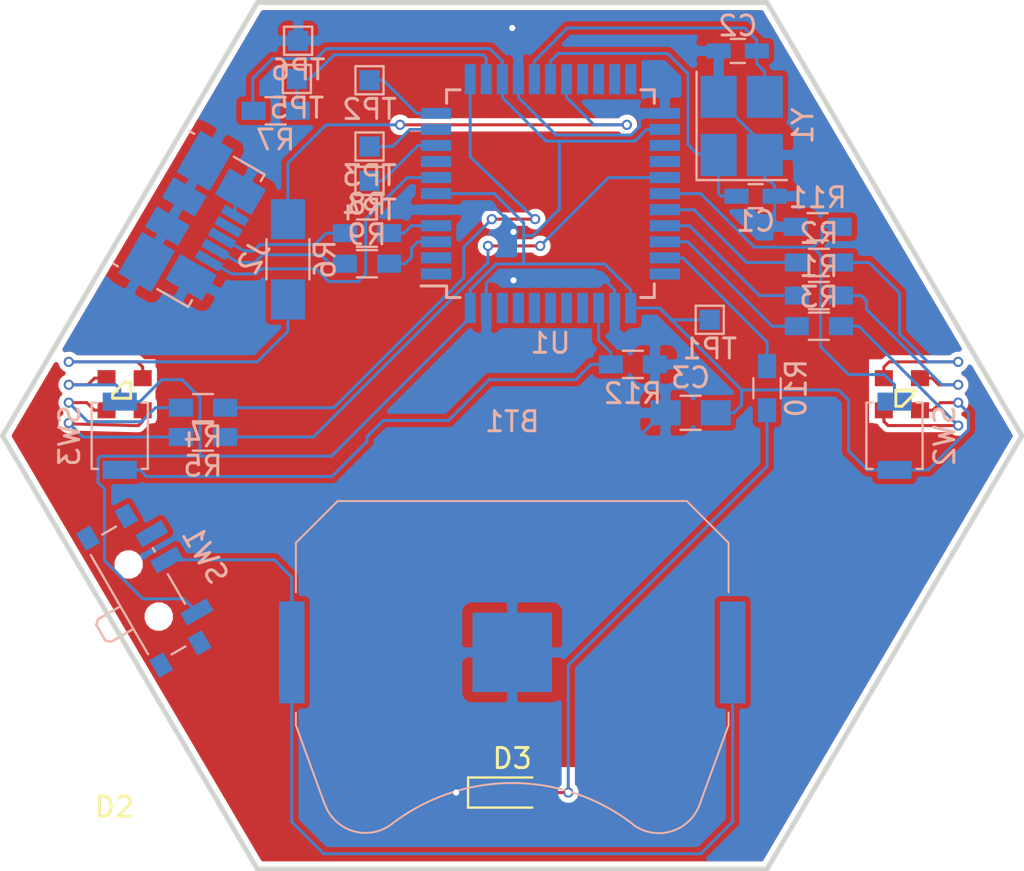
<source format=kicad_pcb>
(kicad_pcb (version 20171130) (host pcbnew 5.0.0-rc2+dfsg1-3)

  (general
    (thickness 1.6)
    (drawings 7)
    (tracks 339)
    (zones 0)
    (modules 32)
    (nets 49)
  )

  (page A4)
  (layers
    (0 F.Cu signal hide)
    (31 B.Cu signal)
    (32 B.Adhes user hide)
    (33 F.Adhes user hide)
    (34 B.Paste user hide)
    (35 F.Paste user hide)
    (36 B.SilkS user)
    (37 F.SilkS user hide)
    (38 B.Mask user hide)
    (39 F.Mask user hide)
    (40 Dwgs.User user hide)
    (41 Cmts.User user hide)
    (42 Eco1.User user hide)
    (43 Eco2.User user hide)
    (44 Edge.Cuts user)
    (45 Margin user hide)
    (46 B.CrtYd user hide)
    (47 F.CrtYd user hide)
    (48 B.Fab user hide)
    (49 F.Fab user hide)
  )

  (setup
    (last_trace_width 0.1524)
    (trace_clearance 0.1524)
    (zone_clearance 0.254)
    (zone_45_only no)
    (trace_min 0.1524)
    (segment_width 0.2)
    (edge_width 0.15)
    (via_size 0.508)
    (via_drill 0.3048)
    (via_min_size 0.508)
    (via_min_drill 0.3048)
    (uvia_size 0.3)
    (uvia_drill 0.1)
    (uvias_allowed no)
    (uvia_min_size 0.2)
    (uvia_min_drill 0.1)
    (pcb_text_width 0.3)
    (pcb_text_size 1.5 1.5)
    (mod_edge_width 0.15)
    (mod_text_size 1 1)
    (mod_text_width 0.15)
    (pad_size 2.2 2.2)
    (pad_drill 2.2)
    (pad_to_mask_clearance 0.2)
    (aux_axis_origin 0 0)
    (visible_elements FFF9FFDF)
    (pcbplotparams
      (layerselection 0x010f0_80000001)
      (usegerberextensions false)
      (usegerberattributes false)
      (usegerberadvancedattributes false)
      (creategerberjobfile false)
      (excludeedgelayer true)
      (linewidth 0.100000)
      (plotframeref false)
      (viasonmask false)
      (mode 1)
      (useauxorigin false)
      (hpglpennumber 1)
      (hpglpenspeed 20)
      (hpglpendiameter 15)
      (psnegative false)
      (psa4output false)
      (plotreference true)
      (plotvalue true)
      (plotinvisibletext false)
      (padsonsilk false)
      (subtractmaskfromsilk false)
      (outputformat 1)
      (mirror false)
      (drillshape 0)
      (scaleselection 1)
      (outputdirectory "/home/gregory/temp/pcbeee gerbers/"))
  )

  (net 0 "")
  (net 1 "Net-(BT1-Pad1)")
  (net 2 VDD)
  (net 3 "Net-(D2-Pad2)")
  (net 4 "Net-(D2-Pad3)")
  (net 5 "Net-(D2-Pad4)")
  (net 6 "Net-(D1-Pad4)")
  (net 7 "Net-(D1-Pad3)")
  (net 8 "Net-(D1-Pad2)")
  (net 9 GND)
  (net 10 "Net-(R12-Pad1)")
  (net 11 "Net-(R11-Pad1)")
  (net 12 /LED)
  (net 13 "Net-(D3-Pad2)")
  (net 14 "Net-(R2-Pad2)")
  (net 15 "Net-(R3-Pad2)")
  (net 16 "Net-(R4-Pad2)")
  (net 17 "Net-(R6-Pad2)")
  (net 18 /RST)
  (net 19 "Net-(J2-Pad3)")
  (net 20 "Net-(R8-Pad1)")
  (net 21 "Net-(R9-Pad1)")
  (net 22 "Net-(J2-Pad2)")
  (net 23 "Net-(R1-Pad2)")
  (net 24 "Net-(R5-Pad2)")
  (net 25 "Net-(U1-Pad42)")
  (net 26 "Net-(U1-Pad41)")
  (net 27 "Net-(U1-Pad40)")
  (net 28 "Net-(U1-Pad39)")
  (net 29 "Net-(U1-Pad38)")
  (net 30 "Net-(U1-Pad33)")
  (net 31 "Net-(U1-Pad26)")
  (net 32 "Net-(U1-Pad25)")
  (net 33 "Net-(U1-Pad22)")
  (net 34 "Net-(U1-Pad21)")
  (net 35 "Net-(U1-Pad20)")
  (net 36 "Net-(U1-Pad19)")
  (net 37 "Net-(C1-Pad1)")
  (net 38 "Net-(C2-Pad1)")
  (net 39 "Net-(U1-Pad8)")
  (net 40 "Net-(J2-Pad1)")
  (net 41 "Net-(U1-Pad2)")
  (net 42 "Net-(U1-Pad1)")
  (net 43 "Net-(J2-Pad4)")
  (net 44 "Net-(SW1-Pad3)")
  (net 45 "Net-(U1-Pad37)")
  (net 46 "Net-(TP2-Pad1)")
  (net 47 "Net-(TP3-Pad1)")
  (net 48 "Net-(TP4-Pad1)")

  (net_class Default "This is the default net class."
    (clearance 0.1524)
    (trace_width 0.1524)
    (via_dia 0.508)
    (via_drill 0.3048)
    (uvia_dia 0.3)
    (uvia_drill 0.1)
    (add_net /LED)
    (add_net /RST)
    (add_net GND)
    (add_net "Net-(BT1-Pad1)")
    (add_net "Net-(C1-Pad1)")
    (add_net "Net-(C2-Pad1)")
    (add_net "Net-(D1-Pad2)")
    (add_net "Net-(D1-Pad3)")
    (add_net "Net-(D1-Pad4)")
    (add_net "Net-(D2-Pad2)")
    (add_net "Net-(D2-Pad3)")
    (add_net "Net-(D2-Pad4)")
    (add_net "Net-(D3-Pad2)")
    (add_net "Net-(J2-Pad1)")
    (add_net "Net-(J2-Pad2)")
    (add_net "Net-(J2-Pad3)")
    (add_net "Net-(J2-Pad4)")
    (add_net "Net-(R1-Pad2)")
    (add_net "Net-(R11-Pad1)")
    (add_net "Net-(R12-Pad1)")
    (add_net "Net-(R2-Pad2)")
    (add_net "Net-(R3-Pad2)")
    (add_net "Net-(R4-Pad2)")
    (add_net "Net-(R5-Pad2)")
    (add_net "Net-(R6-Pad2)")
    (add_net "Net-(R8-Pad1)")
    (add_net "Net-(R9-Pad1)")
    (add_net "Net-(SW1-Pad3)")
    (add_net "Net-(TP2-Pad1)")
    (add_net "Net-(TP3-Pad1)")
    (add_net "Net-(TP4-Pad1)")
    (add_net "Net-(U1-Pad1)")
    (add_net "Net-(U1-Pad19)")
    (add_net "Net-(U1-Pad2)")
    (add_net "Net-(U1-Pad20)")
    (add_net "Net-(U1-Pad21)")
    (add_net "Net-(U1-Pad22)")
    (add_net "Net-(U1-Pad25)")
    (add_net "Net-(U1-Pad26)")
    (add_net "Net-(U1-Pad33)")
    (add_net "Net-(U1-Pad37)")
    (add_net "Net-(U1-Pad38)")
    (add_net "Net-(U1-Pad39)")
    (add_net "Net-(U1-Pad40)")
    (add_net "Net-(U1-Pad41)")
    (add_net "Net-(U1-Pad42)")
    (add_net "Net-(U1-Pad8)")
    (add_net VDD)
  )

  (module Battery_Holders:Keystone_3034_1x20mm-CoinCell (layer B.Cu) (tedit 595D9565) (tstamp 5B53CE8F)
    (at 149.86 107.315 180)
    (descr "Keystone 3034 SMD battery holder for 2020, 2025 and 2032 coincell batteries. http://www.keyelco.com/product-pdf.cfm?p=798")
    (tags "Keystone type 3034 coin cell retainer")
    (path /5A997D07)
    (attr smd)
    (fp_text reference BT1 (at 0 11.5 180) (layer B.SilkS)
      (effects (font (size 1 1) (thickness 0.15)) (justify mirror))
    )
    (fp_text value Battery_Cell (at 0 -11.5 180) (layer B.Fab)
      (effects (font (size 1 1) (thickness 0.15)) (justify mirror))
    )
    (fp_line (start 11.87 -2.79) (end 11.87 2.79) (layer B.CrtYd) (width 0.05))
    (fp_line (start 10.88 -2.79) (end 11.87 -2.79) (layer B.CrtYd) (width 0.05))
    (fp_line (start 10.88 -3.64) (end 10.88 -2.79) (layer B.CrtYd) (width 0.05))
    (fp_line (start 9.43 -7.63) (end 10.88 -3.64) (layer B.CrtYd) (width 0.05))
    (fp_arc (start 7.31 -6.85) (end 5.96 -8.64) (angle 106.9) (layer B.CrtYd) (width 0.05))
    (fp_arc (start 0 0) (end -5.96 -8.64) (angle 69.1) (layer B.CrtYd) (width 0.05))
    (fp_arc (start -7.31 -6.85) (end -9.43 -7.62) (angle 106.9) (layer B.CrtYd) (width 0.05))
    (fp_line (start -10.88 -3.64) (end -9.44 -7.62) (layer B.CrtYd) (width 0.05))
    (fp_line (start -10.88 -2.79) (end -10.88 -3.64) (layer B.CrtYd) (width 0.05))
    (fp_line (start -11.87 -2.79) (end -10.88 -2.79) (layer B.CrtYd) (width 0.05))
    (fp_line (start -11.87 2.79) (end -11.87 -2.79) (layer B.CrtYd) (width 0.05))
    (fp_line (start -10.88 2.79) (end -11.87 2.79) (layer B.CrtYd) (width 0.05))
    (fp_line (start -10.88 5.5) (end -10.88 2.79) (layer B.CrtYd) (width 0.05))
    (fp_line (start -8.74 7.64) (end -10.88 5.5) (layer B.CrtYd) (width 0.05))
    (fp_line (start -7.2 7.64) (end -8.74 7.64) (layer B.CrtYd) (width 0.05))
    (fp_arc (start 0 0) (end 7.2 7.64) (angle 86.6) (layer B.CrtYd) (width 0.05))
    (fp_line (start 8.74 7.64) (end 7.2 7.64) (layer B.CrtYd) (width 0.05))
    (fp_line (start 10.88 5.5) (end 8.74 7.64) (layer B.CrtYd) (width 0.05))
    (fp_line (start 10.88 2.79) (end 10.88 5.5) (layer B.CrtYd) (width 0.05))
    (fp_line (start 11.87 2.79) (end 10.88 2.79) (layer B.CrtYd) (width 0.05))
    (fp_arc (start -7.31 -6.85) (end -9.19 -7.53) (angle 107.5) (layer B.Fab) (width 0.1))
    (fp_arc (start 0 -16.36) (end 6.1 -8.43) (angle 75.1) (layer B.Fab) (width 0.1))
    (fp_arc (start 7.31 -6.85) (end 6.1 -8.43) (angle 107.5) (layer B.Fab) (width 0.1))
    (fp_line (start 10.63 -3.6) (end 9.19 -7.53) (layer B.Fab) (width 0.1))
    (fp_line (start 10.63 5.4) (end 10.63 -3.6) (layer B.Fab) (width 0.1))
    (fp_line (start 8.64 7.39) (end 10.63 5.4) (layer B.Fab) (width 0.1))
    (fp_line (start -8.64 7.39) (end 8.64 7.39) (layer B.Fab) (width 0.1))
    (fp_line (start -10.63 5.4) (end -8.64 7.39) (layer B.Fab) (width 0.1))
    (fp_line (start -10.63 -3.6) (end -10.63 5.4) (layer B.Fab) (width 0.1))
    (fp_line (start -9.19 -7.53) (end -10.63 -3.6) (layer B.Fab) (width 0.1))
    (fp_line (start 10.78 -3) (end 10.78 -3.63) (layer B.SilkS) (width 0.1))
    (fp_line (start 10.78 5.46) (end 10.78 3) (layer B.SilkS) (width 0.1))
    (fp_line (start -10.78 -3) (end -10.78 -3.63) (layer B.SilkS) (width 0.1))
    (fp_line (start -10.78 5.46) (end -10.78 3) (layer B.SilkS) (width 0.1))
    (fp_arc (start 7.31 -6.85) (end 6 -8.55) (angle 107.5) (layer B.SilkS) (width 0.1))
    (fp_line (start 10.78 -3.63) (end 9.34 -7.58) (layer B.SilkS) (width 0.1))
    (fp_line (start 8.7 7.54) (end 10.78 5.46) (layer B.SilkS) (width 0.1))
    (fp_line (start 8.7 7.54) (end -8.7 7.54) (layer B.SilkS) (width 0.1))
    (fp_line (start -8.7 7.54) (end -10.78 5.46) (layer B.SilkS) (width 0.1))
    (fp_line (start -10.78 -3.63) (end -9.34 -7.58) (layer B.SilkS) (width 0.1))
    (fp_arc (start -7.31 -6.85) (end -9.34 -7.58) (angle 107.5) (layer B.SilkS) (width 0.1))
    (fp_arc (start 0 -16.36) (end 6 -8.55) (angle 75.1) (layer B.SilkS) (width 0.1))
    (fp_circle (center 0 0) (end 0 -10.25) (layer Dwgs.User) (width 0.15))
    (fp_text user %R (at 0 2.9 180) (layer B.Fab)
      (effects (font (size 1 1) (thickness 0.15)) (justify mirror))
    )
    (pad 1 smd rect (at -10.985 0 180) (size 1.27 5.08) (layers B.Cu B.Paste B.Mask)
      (net 1 "Net-(BT1-Pad1)"))
    (pad 1 smd rect (at 10.985 0 180) (size 1.27 5.08) (layers B.Cu B.Paste B.Mask)
      (net 1 "Net-(BT1-Pad1)"))
    (pad 2 smd rect (at 0 0 180) (size 3.96 3.96) (layers B.Cu B.Paste B.Mask)
      (net 9 GND))
    (model ${KISYS3DMOD}/Battery_Holders.3dshapes/Keystone_3034_1x20mm-CoinCell.wrl
      (at (xyz 0 0 0))
      (scale (xyz 1 1 1))
      (rotate (xyz 0 0 0))
    )
  )

  (module Connectors_USB:USB_Micro-B_Molex_47346-0001 (layer B.Cu) (tedit 594C50D0) (tstamp 5B53C15F)
    (at 133.096 85.344 60)
    (descr "Micro USB B receptable with flange, bottom-mount, SMD, right-angle (http://www.molex.com/pdm_docs/sd/473460001_sd.pdf)")
    (tags "Micro B USB SMD")
    (path /5B411C2D)
    (attr smd)
    (fp_text reference J2 (at 0 4.5 -120) (layer B.SilkS)
      (effects (font (size 1 1) (thickness 0.15)) (justify mirror))
    )
    (fp_text value USB_B_Micro (at 0 -3.4 -120) (layer B.Fab)
      (effects (font (size 1 1) (thickness 0.15)) (justify mirror))
    )
    (fp_line (start -3.25 -1.45) (end 3.25 -1.45) (layer B.Fab) (width 0.1))
    (fp_line (start -3.81 -1.4) (end -3.81 -1.14) (layer B.SilkS) (width 0.12))
    (fp_line (start -3.81 1.14) (end -3.81 2.91) (layer B.SilkS) (width 0.12))
    (fp_line (start -3.81 2.91) (end -3.43 2.91) (layer B.SilkS) (width 0.12))
    (fp_line (start 3.81 2.91) (end 3.81 1.14) (layer B.SilkS) (width 0.12))
    (fp_line (start 3.81 -1.14) (end 3.81 -1.4) (layer B.SilkS) (width 0.12))
    (fp_line (start -3.75 -2.15) (end -3.75 2.85) (layer B.Fab) (width 0.1))
    (fp_line (start -3.75 2.85) (end 3.75 2.85) (layer B.Fab) (width 0.1))
    (fp_line (start 3.75 2.85) (end 3.75 -2.15) (layer B.Fab) (width 0.1))
    (fp_line (start 3.75 -2.15) (end -3.75 -2.15) (layer B.Fab) (width 0.1))
    (fp_line (start -4.6 -2.7) (end -4.6 3.9) (layer B.CrtYd) (width 0.05))
    (fp_line (start -4.6 3.9) (end 4.6 3.9) (layer B.CrtYd) (width 0.05))
    (fp_line (start 4.6 3.9) (end 4.6 -2.7) (layer B.CrtYd) (width 0.05))
    (fp_line (start 4.6 -2.7) (end -4.6 -2.7) (layer B.CrtYd) (width 0.05))
    (fp_line (start 3.81 2.91) (end 3.43 2.91) (layer B.SilkS) (width 0.12))
    (fp_text user %R (at 0 0 60) (layer B.Fab)
      (effects (font (size 1 1) (thickness 0.15)) (justify mirror))
    )
    (fp_text user "PCB Edge" (at 0 -1.47 -120) (layer Dwgs.User)
      (effects (font (size 0.4 0.4) (thickness 0.04)))
    )
    (pad 6 smd rect (at 0.84 0 60) (size 1.175 1.9) (layers B.Cu B.Paste B.Mask)
      (net 9 GND))
    (pad 6 smd rect (at -0.84 0 60) (size 1.175 1.9) (layers B.Cu B.Paste B.Mask)
      (net 9 GND))
    (pad 6 smd rect (at 2.91 0 60) (size 2.375 1.9) (layers B.Cu B.Paste B.Mask)
      (net 9 GND))
    (pad 6 smd rect (at -2.91 0 60) (size 2.375 1.9) (layers B.Cu B.Paste B.Mask)
      (net 9 GND))
    (pad 6 smd rect (at 2.4625 2.299999 60) (size 1.475 2.1) (layers B.Cu B.Paste B.Mask)
      (net 9 GND))
    (pad 6 smd rect (at -2.462501 2.3 60) (size 1.475 2.1) (layers B.Cu B.Paste B.Mask)
      (net 9 GND))
    (pad 5 smd rect (at 1.3 2.66 60) (size 0.45 1.38) (layers B.Cu B.Paste B.Mask)
      (net 9 GND))
    (pad 4 smd rect (at 0.650001 2.66 60) (size 0.45 1.38) (layers B.Cu B.Paste B.Mask)
      (net 43 "Net-(J2-Pad4)"))
    (pad 3 smd rect (at 0 2.66 60) (size 0.45 1.38) (layers B.Cu B.Paste B.Mask)
      (net 19 "Net-(J2-Pad3)"))
    (pad 2 smd rect (at -0.65 2.660001 60) (size 0.45 1.38) (layers B.Cu B.Paste B.Mask)
      (net 22 "Net-(J2-Pad2)"))
    (pad 1 smd rect (at -1.3 2.66 60) (size 0.45 1.38) (layers B.Cu B.Paste B.Mask)
      (net 40 "Net-(J2-Pad1)"))
    (model ${KISYS3DMOD}/Connectors_USB.3dshapes/USB_Micro-B_Molex_47346-0001.wrl
      (at (xyz 0 0 0))
      (scale (xyz 1 1 1))
      (rotate (xyz 0 0 0))
    )
  )

  (module Resistors_SMD:R_1206_HandSoldering (layer B.Cu) (tedit 58E0A804) (tstamp 5B66E2A9)
    (at 138.684 87.725 90)
    (descr "Resistor SMD 1206, hand soldering")
    (tags "resistor 1206")
    (path /5B40D6B3)
    (attr smd)
    (fp_text reference R6 (at 0 1.85 90) (layer B.SilkS)
      (effects (font (size 1 1) (thickness 0.15)) (justify mirror))
    )
    (fp_text value 330 (at 0 -1.9 90) (layer B.Fab)
      (effects (font (size 1 1) (thickness 0.15)) (justify mirror))
    )
    (fp_line (start 3.25 -1.1) (end -3.25 -1.1) (layer B.CrtYd) (width 0.05))
    (fp_line (start 3.25 -1.1) (end 3.25 1.11) (layer B.CrtYd) (width 0.05))
    (fp_line (start -3.25 1.11) (end -3.25 -1.1) (layer B.CrtYd) (width 0.05))
    (fp_line (start -3.25 1.11) (end 3.25 1.11) (layer B.CrtYd) (width 0.05))
    (fp_line (start -1 1.07) (end 1 1.07) (layer B.SilkS) (width 0.12))
    (fp_line (start 1 -1.07) (end -1 -1.07) (layer B.SilkS) (width 0.12))
    (fp_line (start -1.6 0.8) (end 1.6 0.8) (layer B.Fab) (width 0.1))
    (fp_line (start 1.6 0.8) (end 1.6 -0.8) (layer B.Fab) (width 0.1))
    (fp_line (start 1.6 -0.8) (end -1.6 -0.8) (layer B.Fab) (width 0.1))
    (fp_line (start -1.6 -0.8) (end -1.6 0.8) (layer B.Fab) (width 0.1))
    (fp_text user %R (at 0 0 90) (layer B.Fab)
      (effects (font (size 0.7 0.7) (thickness 0.105)) (justify mirror))
    )
    (pad 2 smd rect (at 2 0 90) (size 2 1.7) (layers B.Cu B.Paste B.Mask)
      (net 17 "Net-(R6-Pad2)"))
    (pad 1 smd rect (at -2 0 90) (size 2 1.7) (layers B.Cu B.Paste B.Mask)
      (net 5 "Net-(D2-Pad4)"))
    (model ${KISYS3DMOD}/Resistors_SMD.3dshapes/R_1206.wrl
      (at (xyz 0 0 0))
      (scale (xyz 1 1 1))
      (rotate (xyz 0 0 0))
    )
  )

  (module Connectors_TestPoints:Test_Point_Pad_1.0x1.0mm (layer B.Cu) (tedit 59BE7FA2) (tstamp 5B66B0B0)
    (at 139.192 76.835)
    (descr "SMD rectangular pad as test Point, square 1.0mm side length")
    (tags "test point SMD pad rectangle square")
    (path /5B4A8CA6)
    (attr virtual)
    (fp_text reference TP6 (at 0 1.448) (layer B.SilkS)
      (effects (font (size 1 1) (thickness 0.15)) (justify mirror))
    )
    (fp_text value GND (at 0 -1.55) (layer B.Fab)
      (effects (font (size 1 1) (thickness 0.15)) (justify mirror))
    )
    (fp_text user %R (at 0 1.45) (layer B.Fab)
      (effects (font (size 1 1) (thickness 0.15)) (justify mirror))
    )
    (fp_line (start -0.7 0.7) (end 0.7 0.7) (layer B.SilkS) (width 0.12))
    (fp_line (start 0.7 0.7) (end 0.7 -0.7) (layer B.SilkS) (width 0.12))
    (fp_line (start 0.7 -0.7) (end -0.7 -0.7) (layer B.SilkS) (width 0.12))
    (fp_line (start -0.7 -0.7) (end -0.7 0.7) (layer B.SilkS) (width 0.12))
    (fp_line (start -1 1) (end 1 1) (layer B.CrtYd) (width 0.05))
    (fp_line (start -1 1) (end -1 -1) (layer B.CrtYd) (width 0.05))
    (fp_line (start 1 -1) (end 1 1) (layer B.CrtYd) (width 0.05))
    (fp_line (start 1 -1) (end -1 -1) (layer B.CrtYd) (width 0.05))
    (pad 1 smd rect (at 0 0) (size 1 1) (layers B.Cu B.Mask)
      (net 9 GND))
  )

  (module Connectors_TestPoints:Test_Point_Pad_1.0x1.0mm (layer B.Cu) (tedit 59BE7FA2) (tstamp 5B66B0A2)
    (at 139.1285 78.74)
    (descr "SMD rectangular pad as test Point, square 1.0mm side length")
    (tags "test point SMD pad rectangle square")
    (path /5B4A8B9F)
    (attr virtual)
    (fp_text reference TP5 (at 0 1.448) (layer B.SilkS)
      (effects (font (size 1 1) (thickness 0.15)) (justify mirror))
    )
    (fp_text value RST (at 0 -1.55) (layer B.Fab)
      (effects (font (size 1 1) (thickness 0.15)) (justify mirror))
    )
    (fp_line (start 1 -1) (end -1 -1) (layer B.CrtYd) (width 0.05))
    (fp_line (start 1 -1) (end 1 1) (layer B.CrtYd) (width 0.05))
    (fp_line (start -1 1) (end -1 -1) (layer B.CrtYd) (width 0.05))
    (fp_line (start -1 1) (end 1 1) (layer B.CrtYd) (width 0.05))
    (fp_line (start -0.7 -0.7) (end -0.7 0.7) (layer B.SilkS) (width 0.12))
    (fp_line (start 0.7 -0.7) (end -0.7 -0.7) (layer B.SilkS) (width 0.12))
    (fp_line (start 0.7 0.7) (end 0.7 -0.7) (layer B.SilkS) (width 0.12))
    (fp_line (start -0.7 0.7) (end 0.7 0.7) (layer B.SilkS) (width 0.12))
    (fp_text user %R (at 0 1.45) (layer B.Fab)
      (effects (font (size 1 1) (thickness 0.15)) (justify mirror))
    )
    (pad 1 smd rect (at 0 0) (size 1 1) (layers B.Cu B.Mask)
      (net 18 /RST))
  )

  (module Connectors_TestPoints:Test_Point_Pad_1.0x1.0mm (layer B.Cu) (tedit 59BE7FA2) (tstamp 5B66B094)
    (at 142.748 83.82)
    (descr "SMD rectangular pad as test Point, square 1.0mm side length")
    (tags "test point SMD pad rectangle square")
    (path /5B4A8AA4)
    (attr virtual)
    (fp_text reference TP4 (at 0 1.448) (layer B.SilkS)
      (effects (font (size 1 1) (thickness 0.15)) (justify mirror))
    )
    (fp_text value CLK (at 0 -1.55) (layer B.Fab)
      (effects (font (size 1 1) (thickness 0.15)) (justify mirror))
    )
    (fp_text user %R (at 0 1.45) (layer B.Fab)
      (effects (font (size 1 1) (thickness 0.15)) (justify mirror))
    )
    (fp_line (start -0.7 0.7) (end 0.7 0.7) (layer B.SilkS) (width 0.12))
    (fp_line (start 0.7 0.7) (end 0.7 -0.7) (layer B.SilkS) (width 0.12))
    (fp_line (start 0.7 -0.7) (end -0.7 -0.7) (layer B.SilkS) (width 0.12))
    (fp_line (start -0.7 -0.7) (end -0.7 0.7) (layer B.SilkS) (width 0.12))
    (fp_line (start -1 1) (end 1 1) (layer B.CrtYd) (width 0.05))
    (fp_line (start -1 1) (end -1 -1) (layer B.CrtYd) (width 0.05))
    (fp_line (start 1 -1) (end 1 1) (layer B.CrtYd) (width 0.05))
    (fp_line (start 1 -1) (end -1 -1) (layer B.CrtYd) (width 0.05))
    (pad 1 smd rect (at 0 0) (size 1 1) (layers B.Cu B.Mask)
      (net 48 "Net-(TP4-Pad1)"))
  )

  (module Connectors_TestPoints:Test_Point_Pad_1.0x1.0mm (layer B.Cu) (tedit 59BE7FA2) (tstamp 5B66B086)
    (at 142.748 82.1055)
    (descr "SMD rectangular pad as test Point, square 1.0mm side length")
    (tags "test point SMD pad rectangle square")
    (path /5B4A8840)
    (attr virtual)
    (fp_text reference TP3 (at 0 1.448) (layer B.SilkS)
      (effects (font (size 1 1) (thickness 0.15)) (justify mirror))
    )
    (fp_text value MOSI (at 0 -1.55) (layer B.Fab)
      (effects (font (size 1 1) (thickness 0.15)) (justify mirror))
    )
    (fp_line (start 1 -1) (end -1 -1) (layer B.CrtYd) (width 0.05))
    (fp_line (start 1 -1) (end 1 1) (layer B.CrtYd) (width 0.05))
    (fp_line (start -1 1) (end -1 -1) (layer B.CrtYd) (width 0.05))
    (fp_line (start -1 1) (end 1 1) (layer B.CrtYd) (width 0.05))
    (fp_line (start -0.7 -0.7) (end -0.7 0.7) (layer B.SilkS) (width 0.12))
    (fp_line (start 0.7 -0.7) (end -0.7 -0.7) (layer B.SilkS) (width 0.12))
    (fp_line (start 0.7 0.7) (end 0.7 -0.7) (layer B.SilkS) (width 0.12))
    (fp_line (start -0.7 0.7) (end 0.7 0.7) (layer B.SilkS) (width 0.12))
    (fp_text user %R (at 0 1.45) (layer B.Fab)
      (effects (font (size 1 1) (thickness 0.15)) (justify mirror))
    )
    (pad 1 smd rect (at 0 0) (size 1 1) (layers B.Cu B.Mask)
      (net 47 "Net-(TP3-Pad1)"))
  )

  (module Connectors_TestPoints:Test_Point_Pad_1.0x1.0mm (layer B.Cu) (tedit 59BE7FA2) (tstamp 5B66B078)
    (at 142.748 78.8035)
    (descr "SMD rectangular pad as test Point, square 1.0mm side length")
    (tags "test point SMD pad rectangle square")
    (path /5B4A8759)
    (attr virtual)
    (fp_text reference TP2 (at 0 1.448) (layer B.SilkS)
      (effects (font (size 1 1) (thickness 0.15)) (justify mirror))
    )
    (fp_text value MISO (at 0 -1.55) (layer B.Fab)
      (effects (font (size 1 1) (thickness 0.15)) (justify mirror))
    )
    (fp_text user %R (at 0 1.45) (layer B.Fab)
      (effects (font (size 1 1) (thickness 0.15)) (justify mirror))
    )
    (fp_line (start -0.7 0.7) (end 0.7 0.7) (layer B.SilkS) (width 0.12))
    (fp_line (start 0.7 0.7) (end 0.7 -0.7) (layer B.SilkS) (width 0.12))
    (fp_line (start 0.7 -0.7) (end -0.7 -0.7) (layer B.SilkS) (width 0.12))
    (fp_line (start -0.7 -0.7) (end -0.7 0.7) (layer B.SilkS) (width 0.12))
    (fp_line (start -1 1) (end 1 1) (layer B.CrtYd) (width 0.05))
    (fp_line (start -1 1) (end -1 -1) (layer B.CrtYd) (width 0.05))
    (fp_line (start 1 -1) (end 1 1) (layer B.CrtYd) (width 0.05))
    (fp_line (start 1 -1) (end -1 -1) (layer B.CrtYd) (width 0.05))
    (pad 1 smd rect (at 0 0) (size 1 1) (layers B.Cu B.Mask)
      (net 46 "Net-(TP2-Pad1)"))
  )

  (module Connectors_TestPoints:Test_Point_Pad_1.0x1.0mm (layer B.Cu) (tedit 59BE7FA2) (tstamp 5B66B06A)
    (at 159.7025 90.7415)
    (descr "SMD rectangular pad as test Point, square 1.0mm side length")
    (tags "test point SMD pad rectangle square")
    (path /5B4A867C)
    (attr virtual)
    (fp_text reference TP1 (at 0 1.448) (layer B.SilkS)
      (effects (font (size 1 1) (thickness 0.15)) (justify mirror))
    )
    (fp_text value Vdd (at 0 -1.55) (layer B.Fab)
      (effects (font (size 1 1) (thickness 0.15)) (justify mirror))
    )
    (fp_line (start 1 -1) (end -1 -1) (layer B.CrtYd) (width 0.05))
    (fp_line (start 1 -1) (end 1 1) (layer B.CrtYd) (width 0.05))
    (fp_line (start -1 1) (end -1 -1) (layer B.CrtYd) (width 0.05))
    (fp_line (start -1 1) (end 1 1) (layer B.CrtYd) (width 0.05))
    (fp_line (start -0.7 -0.7) (end -0.7 0.7) (layer B.SilkS) (width 0.12))
    (fp_line (start 0.7 -0.7) (end -0.7 -0.7) (layer B.SilkS) (width 0.12))
    (fp_line (start 0.7 0.7) (end 0.7 -0.7) (layer B.SilkS) (width 0.12))
    (fp_line (start -0.7 0.7) (end 0.7 0.7) (layer B.SilkS) (width 0.12))
    (fp_text user %R (at 0 1.45) (layer B.Fab)
      (effects (font (size 1 1) (thickness 0.15)) (justify mirror))
    )
    (pad 1 smd rect (at 0 0) (size 1 1) (layers B.Cu B.Mask)
      (net 2 VDD))
  )

  (module Capacitors_SMD:C_0603_HandSoldering (layer B.Cu) (tedit 58AA848B) (tstamp 5B53C192)
    (at 161.986 84.582)
    (descr "Capacitor SMD 0603, hand soldering")
    (tags "capacitor 0603")
    (path /5B41FA12)
    (attr smd)
    (fp_text reference C1 (at 0 1.25) (layer B.SilkS)
      (effects (font (size 1 1) (thickness 0.15)) (justify mirror))
    )
    (fp_text value 12pF (at 0 -1.5) (layer B.Fab)
      (effects (font (size 1 1) (thickness 0.15)) (justify mirror))
    )
    (fp_text user %R (at 0 1.25) (layer B.Fab)
      (effects (font (size 1 1) (thickness 0.15)) (justify mirror))
    )
    (fp_line (start -0.8 -0.4) (end -0.8 0.4) (layer B.Fab) (width 0.1))
    (fp_line (start 0.8 -0.4) (end -0.8 -0.4) (layer B.Fab) (width 0.1))
    (fp_line (start 0.8 0.4) (end 0.8 -0.4) (layer B.Fab) (width 0.1))
    (fp_line (start -0.8 0.4) (end 0.8 0.4) (layer B.Fab) (width 0.1))
    (fp_line (start -0.35 0.6) (end 0.35 0.6) (layer B.SilkS) (width 0.12))
    (fp_line (start 0.35 -0.6) (end -0.35 -0.6) (layer B.SilkS) (width 0.12))
    (fp_line (start -1.8 0.65) (end 1.8 0.65) (layer B.CrtYd) (width 0.05))
    (fp_line (start -1.8 0.65) (end -1.8 -0.65) (layer B.CrtYd) (width 0.05))
    (fp_line (start 1.8 -0.65) (end 1.8 0.65) (layer B.CrtYd) (width 0.05))
    (fp_line (start 1.8 -0.65) (end -1.8 -0.65) (layer B.CrtYd) (width 0.05))
    (pad 1 smd rect (at -0.95 0) (size 1.2 0.75) (layers B.Cu B.Paste B.Mask)
      (net 37 "Net-(C1-Pad1)"))
    (pad 2 smd rect (at 0.95 0) (size 1.2 0.75) (layers B.Cu B.Paste B.Mask)
      (net 9 GND))
    (model Capacitors_SMD.3dshapes/C_0603.wrl
      (at (xyz 0 0 0))
      (scale (xyz 1 1 1))
      (rotate (xyz 0 0 0))
    )
  )

  (module Housings_QFP:TQFP-44_10x10mm_Pitch0.8mm (layer B.Cu) (tedit 58CC9A48) (tstamp 5B5DB7FE)
    (at 151.765 84.455)
    (descr "44-Lead Plastic Thin Quad Flatpack (PT) - 10x10x1.0 mm Body [TQFP] (see Microchip Packaging Specification 00000049BS.pdf)")
    (tags "QFP 0.8")
    (path /5B40E069)
    (attr smd)
    (fp_text reference U1 (at 0 7.45) (layer B.SilkS)
      (effects (font (size 1 1) (thickness 0.15)) (justify mirror))
    )
    (fp_text value ATmega32U4-AU (at 0 -7.45) (layer B.Fab)
      (effects (font (size 1 1) (thickness 0.15)) (justify mirror))
    )
    (fp_line (start -5.175 4.6) (end -6.45 4.6) (layer B.SilkS) (width 0.15))
    (fp_line (start 5.175 5.175) (end 4.5 5.175) (layer B.SilkS) (width 0.15))
    (fp_line (start 5.175 -5.175) (end 4.5 -5.175) (layer B.SilkS) (width 0.15))
    (fp_line (start -5.175 -5.175) (end -4.5 -5.175) (layer B.SilkS) (width 0.15))
    (fp_line (start -5.175 5.175) (end -4.5 5.175) (layer B.SilkS) (width 0.15))
    (fp_line (start -5.175 -5.175) (end -5.175 -4.5) (layer B.SilkS) (width 0.15))
    (fp_line (start 5.175 -5.175) (end 5.175 -4.5) (layer B.SilkS) (width 0.15))
    (fp_line (start 5.175 5.175) (end 5.175 4.5) (layer B.SilkS) (width 0.15))
    (fp_line (start -5.175 5.175) (end -5.175 4.6) (layer B.SilkS) (width 0.15))
    (fp_line (start -6.7 -6.7) (end 6.7 -6.7) (layer B.CrtYd) (width 0.05))
    (fp_line (start -6.7 6.7) (end 6.7 6.7) (layer B.CrtYd) (width 0.05))
    (fp_line (start 6.7 6.7) (end 6.7 -6.7) (layer B.CrtYd) (width 0.05))
    (fp_line (start -6.7 6.7) (end -6.7 -6.7) (layer B.CrtYd) (width 0.05))
    (fp_line (start -5 4) (end -4 5) (layer B.Fab) (width 0.15))
    (fp_line (start -5 -5) (end -5 4) (layer B.Fab) (width 0.15))
    (fp_line (start 5 -5) (end -5 -5) (layer B.Fab) (width 0.15))
    (fp_line (start 5 5) (end 5 -5) (layer B.Fab) (width 0.15))
    (fp_line (start -4 5) (end 5 5) (layer B.Fab) (width 0.15))
    (fp_text user %R (at 0 0) (layer B.Fab)
      (effects (font (size 1 1) (thickness 0.15)) (justify mirror))
    )
    (pad 44 smd rect (at -4 5.7 270) (size 1.5 0.55) (layers B.Cu B.Paste B.Mask)
      (net 2 VDD))
    (pad 43 smd rect (at -3.2 5.7 270) (size 1.5 0.55) (layers B.Cu B.Paste B.Mask)
      (net 9 GND))
    (pad 42 smd rect (at -2.4 5.7 270) (size 1.5 0.55) (layers B.Cu B.Paste B.Mask)
      (net 25 "Net-(U1-Pad42)"))
    (pad 41 smd rect (at -1.6 5.7 270) (size 1.5 0.55) (layers B.Cu B.Paste B.Mask)
      (net 26 "Net-(U1-Pad41)"))
    (pad 40 smd rect (at -0.8 5.7 270) (size 1.5 0.55) (layers B.Cu B.Paste B.Mask)
      (net 27 "Net-(U1-Pad40)"))
    (pad 39 smd rect (at 0 5.7 270) (size 1.5 0.55) (layers B.Cu B.Paste B.Mask)
      (net 28 "Net-(U1-Pad39)"))
    (pad 38 smd rect (at 0.8 5.7 270) (size 1.5 0.55) (layers B.Cu B.Paste B.Mask)
      (net 29 "Net-(U1-Pad38)"))
    (pad 37 smd rect (at 1.6 5.7 270) (size 1.5 0.55) (layers B.Cu B.Paste B.Mask)
      (net 45 "Net-(U1-Pad37)"))
    (pad 36 smd rect (at 2.4 5.7 270) (size 1.5 0.55) (layers B.Cu B.Paste B.Mask)
      (net 10 "Net-(R12-Pad1)"))
    (pad 35 smd rect (at 3.2 5.7 270) (size 1.5 0.55) (layers B.Cu B.Paste B.Mask)
      (net 9 GND))
    (pad 34 smd rect (at 4 5.7 270) (size 1.5 0.55) (layers B.Cu B.Paste B.Mask)
      (net 2 VDD))
    (pad 33 smd rect (at 5.7 4) (size 1.5 0.55) (layers B.Cu B.Paste B.Mask)
      (net 30 "Net-(U1-Pad33)"))
    (pad 32 smd rect (at 5.7 3.2) (size 1.5 0.55) (layers B.Cu B.Paste B.Mask)
      (net 12 /LED))
    (pad 31 smd rect (at 5.7 2.4) (size 1.5 0.55) (layers B.Cu B.Paste B.Mask)
      (net 15 "Net-(R3-Pad2)"))
    (pad 30 smd rect (at 5.7 1.6) (size 1.5 0.55) (layers B.Cu B.Paste B.Mask)
      (net 23 "Net-(R1-Pad2)"))
    (pad 29 smd rect (at 5.7 0.8) (size 1.5 0.55) (layers B.Cu B.Paste B.Mask)
      (net 14 "Net-(R2-Pad2)"))
    (pad 28 smd rect (at 5.7 0) (size 1.5 0.55) (layers B.Cu B.Paste B.Mask)
      (net 11 "Net-(R11-Pad1)"))
    (pad 27 smd rect (at 5.7 -0.8) (size 1.5 0.55) (layers B.Cu B.Paste B.Mask)
      (net 24 "Net-(R5-Pad2)"))
    (pad 26 smd rect (at 5.7 -1.6) (size 1.5 0.55) (layers B.Cu B.Paste B.Mask)
      (net 31 "Net-(U1-Pad26)"))
    (pad 25 smd rect (at 5.7 -2.4) (size 1.5 0.55) (layers B.Cu B.Paste B.Mask)
      (net 32 "Net-(U1-Pad25)"))
    (pad 24 smd rect (at 5.7 -3.2) (size 1.5 0.55) (layers B.Cu B.Paste B.Mask)
      (net 2 VDD))
    (pad 23 smd rect (at 5.7 -4) (size 1.5 0.55) (layers B.Cu B.Paste B.Mask)
      (net 9 GND))
    (pad 22 smd rect (at 4 -5.7 270) (size 1.5 0.55) (layers B.Cu B.Paste B.Mask)
      (net 33 "Net-(U1-Pad22)"))
    (pad 21 smd rect (at 3.2 -5.7 270) (size 1.5 0.55) (layers B.Cu B.Paste B.Mask)
      (net 34 "Net-(U1-Pad21)"))
    (pad 20 smd rect (at 2.4 -5.7 270) (size 1.5 0.55) (layers B.Cu B.Paste B.Mask)
      (net 35 "Net-(U1-Pad20)"))
    (pad 19 smd rect (at 1.6 -5.7 270) (size 1.5 0.55) (layers B.Cu B.Paste B.Mask)
      (net 36 "Net-(U1-Pad19)"))
    (pad 18 smd rect (at 0.8 -5.7 270) (size 1.5 0.55) (layers B.Cu B.Paste B.Mask)
      (net 17 "Net-(R6-Pad2)"))
    (pad 17 smd rect (at 0 -5.7 270) (size 1.5 0.55) (layers B.Cu B.Paste B.Mask)
      (net 37 "Net-(C1-Pad1)"))
    (pad 16 smd rect (at -0.8 -5.7 270) (size 1.5 0.55) (layers B.Cu B.Paste B.Mask)
      (net 38 "Net-(C2-Pad1)"))
    (pad 15 smd rect (at -1.6 -5.7 270) (size 1.5 0.55) (layers B.Cu B.Paste B.Mask)
      (net 9 GND))
    (pad 14 smd rect (at -2.4 -5.7 270) (size 1.5 0.55) (layers B.Cu B.Paste B.Mask)
      (net 2 VDD))
    (pad 13 smd rect (at -3.2 -5.7 270) (size 1.5 0.55) (layers B.Cu B.Paste B.Mask)
      (net 18 /RST))
    (pad 12 smd rect (at -4 -5.7 270) (size 1.5 0.55) (layers B.Cu B.Paste B.Mask)
      (net 16 "Net-(R4-Pad2)"))
    (pad 11 smd rect (at -5.7 -4) (size 1.5 0.55) (layers B.Cu B.Paste B.Mask)
      (net 46 "Net-(TP2-Pad1)"))
    (pad 10 smd rect (at -5.7 -3.2) (size 1.5 0.55) (layers B.Cu B.Paste B.Mask)
      (net 47 "Net-(TP3-Pad1)"))
    (pad 9 smd rect (at -5.7 -2.4) (size 1.5 0.55) (layers B.Cu B.Paste B.Mask)
      (net 48 "Net-(TP4-Pad1)"))
    (pad 8 smd rect (at -5.7 -1.6) (size 1.5 0.55) (layers B.Cu B.Paste B.Mask)
      (net 39 "Net-(U1-Pad8)"))
    (pad 7 smd rect (at -5.7 -0.8) (size 1.5 0.55) (layers B.Cu B.Paste B.Mask)
      (net 40 "Net-(J2-Pad1)"))
    (pad 6 smd rect (at -5.7 0) (size 1.5 0.55) (layers B.Cu B.Paste B.Mask)
      (net 2 VDD))
    (pad 5 smd rect (at -5.7 0.8) (size 1.5 0.55) (layers B.Cu B.Paste B.Mask)
      (net 9 GND))
    (pad 4 smd rect (at -5.7 1.6) (size 1.5 0.55) (layers B.Cu B.Paste B.Mask)
      (net 20 "Net-(R8-Pad1)"))
    (pad 3 smd rect (at -5.7 2.4) (size 1.5 0.55) (layers B.Cu B.Paste B.Mask)
      (net 21 "Net-(R9-Pad1)"))
    (pad 2 smd rect (at -5.7 3.2) (size 1.5 0.55) (layers B.Cu B.Paste B.Mask)
      (net 41 "Net-(U1-Pad2)"))
    (pad 1 smd rect (at -5.7 4) (size 1.5 0.55) (layers B.Cu B.Paste B.Mask)
      (net 42 "Net-(U1-Pad1)"))
    (model ${KISYS3DMOD}/Housings_QFP.3dshapes/TQFP-44_10x10mm_Pitch0.8mm.wrl
      (at (xyz 0 0 0))
      (scale (xyz 1 1 1))
      (rotate (xyz 0 0 0))
    )
  )

  (module Buttons_Switches_SMD:SW_SPST_B3U-1000P locked (layer B.Cu) (tedit 58724258) (tstamp 5B53C1BE)
    (at 130.302 96.52 270)
    (descr "Ultra-small-sized Tactile Switch with High Contact Reliability, Top-actuated Model, without Ground Terminal, without Boss")
    (tags "Tactile Switch")
    (path /5B456518)
    (attr smd)
    (fp_text reference SW3 (at 0 2.5 270) (layer B.SilkS)
      (effects (font (size 1 1) (thickness 0.15)) (justify mirror))
    )
    (fp_text value LEFT (at 0 -2.5 270) (layer B.Fab)
      (effects (font (size 1 1) (thickness 0.15)) (justify mirror))
    )
    (fp_text user %R (at 0 2.5 270) (layer B.Fab)
      (effects (font (size 1 1) (thickness 0.15)) (justify mirror))
    )
    (fp_line (start -2.4 -1.65) (end 2.4 -1.65) (layer B.CrtYd) (width 0.05))
    (fp_line (start 2.4 -1.65) (end 2.4 1.65) (layer B.CrtYd) (width 0.05))
    (fp_line (start 2.4 1.65) (end -2.4 1.65) (layer B.CrtYd) (width 0.05))
    (fp_line (start -2.4 1.65) (end -2.4 -1.65) (layer B.CrtYd) (width 0.05))
    (fp_line (start -1.65 -1.1) (end -1.65 -1.4) (layer B.SilkS) (width 0.12))
    (fp_line (start -1.65 -1.4) (end 1.65 -1.4) (layer B.SilkS) (width 0.12))
    (fp_line (start 1.65 -1.4) (end 1.65 -1.1) (layer B.SilkS) (width 0.12))
    (fp_line (start -1.65 1.1) (end -1.65 1.4) (layer B.SilkS) (width 0.12))
    (fp_line (start -1.65 1.4) (end 1.65 1.4) (layer B.SilkS) (width 0.12))
    (fp_line (start 1.65 1.4) (end 1.65 1.1) (layer B.SilkS) (width 0.12))
    (fp_line (start -1.5 1.25) (end 1.5 1.25) (layer B.Fab) (width 0.1))
    (fp_line (start 1.5 1.25) (end 1.5 -1.25) (layer B.Fab) (width 0.1))
    (fp_line (start 1.5 -1.25) (end -1.5 -1.25) (layer B.Fab) (width 0.1))
    (fp_line (start -1.5 -1.25) (end -1.5 1.25) (layer B.Fab) (width 0.1))
    (fp_circle (center 0 0) (end 0.75 0) (layer B.Fab) (width 0.1))
    (pad 1 smd rect (at -1.7 0 270) (size 0.9 1.7) (layers B.Cu B.Paste B.Mask)
      (net 2 VDD))
    (pad 2 smd rect (at 1.7 0 270) (size 0.9 1.7) (layers B.Cu B.Paste B.Mask)
      (net 10 "Net-(R12-Pad1)"))
    (model ${KISYS3DMOD}/Buttons_Switches_SMD.3dshapes/SW_SPST_B3U-1000P.wrl
      (at (xyz 0 0 0))
      (scale (xyz 1 1 1))
      (rotate (xyz 0 0 0))
    )
  )

  (module Buttons_Switches_SMD:SW_SPDT_PCM12 (layer B.Cu) (tedit 58724DAF) (tstamp 5B53C1E8)
    (at 131.782288 104.067538 120)
    (descr "Ultraminiature Surface Mount Slide Switch")
    (path /5B40D24F)
    (attr smd)
    (fp_text reference SW1 (at 0 3.2 120) (layer B.SilkS)
      (effects (font (size 1 1) (thickness 0.15)) (justify mirror))
    )
    (fp_text value SW_SPDT (at 0 -4.25 120) (layer B.Fab)
      (effects (font (size 1 1) (thickness 0.15)) (justify mirror))
    )
    (fp_line (start 3.45 -0.72) (end 3.45 0.07) (layer B.SilkS) (width 0.12))
    (fp_line (start -3.45 0.07) (end -3.45 -0.72) (layer B.SilkS) (width 0.12))
    (fp_line (start -1.6 1.119999) (end 0.100001 1.12) (layer B.SilkS) (width 0.12))
    (fp_line (start -2.85 -1.73) (end 2.85 -1.73) (layer B.SilkS) (width 0.12))
    (fp_line (start -0.1 -3.02) (end -0.1 -1.73) (layer B.SilkS) (width 0.12))
    (fp_line (start -1.2 -3.23) (end -0.3 -3.23) (layer B.SilkS) (width 0.12))
    (fp_line (start -1.4 -1.73) (end -1.4 -3.02) (layer B.SilkS) (width 0.12))
    (fp_line (start -0.1 -3.02) (end -0.3 -3.23) (layer B.SilkS) (width 0.12))
    (fp_line (start -1.4 -3.02) (end -1.2 -3.23) (layer B.SilkS) (width 0.12))
    (fp_line (start -4.4 -2.1) (end -4.4 2.45) (layer B.CrtYd) (width 0.05))
    (fp_line (start -1.65 -2.1) (end -4.4 -2.1) (layer B.CrtYd) (width 0.05))
    (fp_line (start -1.65 -3.4) (end -1.65 -2.1) (layer B.CrtYd) (width 0.05))
    (fp_line (start 1.65 -3.4) (end -1.65 -3.4) (layer B.CrtYd) (width 0.05))
    (fp_line (start 1.65 -2.1) (end 1.65 -3.4) (layer B.CrtYd) (width 0.05))
    (fp_line (start 4.4 -2.1) (end 1.65 -2.1) (layer B.CrtYd) (width 0.05))
    (fp_line (start 4.4 2.45) (end 4.4 -2.1) (layer B.CrtYd) (width 0.05))
    (fp_line (start -4.4 2.45) (end 4.4 2.45) (layer B.CrtYd) (width 0.05))
    (fp_line (start 1.400001 1.12) (end 1.600001 1.12) (layer B.SilkS) (width 0.12))
    (fp_line (start 3.35 1) (end -3.35 1) (layer B.Fab) (width 0.1))
    (fp_line (start 3.35 -1.6) (end 3.35 1) (layer B.Fab) (width 0.1))
    (fp_line (start -3.35 -1.6) (end 3.35 -1.6) (layer B.Fab) (width 0.1))
    (fp_line (start -3.35 1) (end -3.35 -1.6) (layer B.Fab) (width 0.1))
    (fp_line (start -0.1 -2.900001) (end -0.1 -1.600001) (layer B.Fab) (width 0.1))
    (fp_line (start -0.15 -2.95) (end -0.1 -2.900001) (layer B.Fab) (width 0.1))
    (fp_line (start -0.35 -3.15) (end -0.15 -2.95) (layer B.Fab) (width 0.1))
    (fp_line (start -1.2 -3.15) (end -0.35 -3.15) (layer B.Fab) (width 0.1))
    (fp_line (start -1.4 -2.95) (end -1.2 -3.15) (layer B.Fab) (width 0.1))
    (fp_line (start -1.4 -1.65) (end -1.4 -2.95) (layer B.Fab) (width 0.1))
    (fp_text user %R (at 0 3.2 120) (layer B.Fab)
      (effects (font (size 1 1) (thickness 0.15)) (justify mirror))
    )
    (pad "" smd rect (at -3.65 0.78 120) (size 1 0.8) (layers B.Cu B.Paste B.Mask))
    (pad "" smd rect (at 3.65 0.78 120) (size 1 0.8) (layers B.Cu B.Paste B.Mask))
    (pad "" smd rect (at 3.65 -1.43 120) (size 1 0.8) (layers B.Cu B.Paste B.Mask))
    (pad "" smd rect (at -3.65 -1.43 120) (size 1 0.8) (layers B.Cu B.Paste B.Mask))
    (pad 3 smd rect (at 2.25 1.43 120) (size 0.7 1.5) (layers B.Cu B.Paste B.Mask)
      (net 44 "Net-(SW1-Pad3)"))
    (pad 2 smd rect (at 0.75 1.43 120) (size 0.7 1.5) (layers B.Cu B.Paste B.Mask)
      (net 1 "Net-(BT1-Pad1)"))
    (pad 1 smd rect (at -2.25 1.43 120) (size 0.7 1.5) (layers B.Cu B.Paste B.Mask)
      (net 2 VDD))
    (pad "" np_thru_hole circle (at 1.5 -0.33 120) (size 0.9 0.9) (drill 0.9) (layers *.Cu *.Mask))
    (pad "" np_thru_hole circle (at -1.5 -0.33 120) (size 0.9 0.9) (drill 0.9) (layers *.Cu *.Mask))
    (model ${KISYS3DMOD}/Buttons_Switches_SMD.3dshapes/SW_SPDT_PCM12.wrl
      (at (xyz 0 0 0))
      (scale (xyz 1 1 1))
      (rotate (xyz 0 0 0))
    )
  )

  (module Buttons_Switches_SMD:SW_SPST_B3U-1000P locked (layer B.Cu) (tedit 58724258) (tstamp 5B53C1A8)
    (at 168.91 96.52 90)
    (descr "Ultra-small-sized Tactile Switch with High Contact Reliability, Top-actuated Model, without Ground Terminal, without Boss")
    (tags "Tactile Switch")
    (path /5B456479)
    (attr smd)
    (fp_text reference SW2 (at 0 2.5 90) (layer B.SilkS)
      (effects (font (size 1 1) (thickness 0.15)) (justify mirror))
    )
    (fp_text value RIGHT (at 0 -2.5 90) (layer B.Fab)
      (effects (font (size 1 1) (thickness 0.15)) (justify mirror))
    )
    (fp_circle (center 0 0) (end 0.75 0) (layer B.Fab) (width 0.1))
    (fp_line (start -1.5 -1.25) (end -1.5 1.25) (layer B.Fab) (width 0.1))
    (fp_line (start 1.5 -1.25) (end -1.5 -1.25) (layer B.Fab) (width 0.1))
    (fp_line (start 1.5 1.25) (end 1.5 -1.25) (layer B.Fab) (width 0.1))
    (fp_line (start -1.5 1.25) (end 1.5 1.25) (layer B.Fab) (width 0.1))
    (fp_line (start 1.65 1.4) (end 1.65 1.1) (layer B.SilkS) (width 0.12))
    (fp_line (start -1.65 1.4) (end 1.65 1.4) (layer B.SilkS) (width 0.12))
    (fp_line (start -1.65 1.1) (end -1.65 1.4) (layer B.SilkS) (width 0.12))
    (fp_line (start 1.65 -1.4) (end 1.65 -1.1) (layer B.SilkS) (width 0.12))
    (fp_line (start -1.65 -1.4) (end 1.65 -1.4) (layer B.SilkS) (width 0.12))
    (fp_line (start -1.65 -1.1) (end -1.65 -1.4) (layer B.SilkS) (width 0.12))
    (fp_line (start -2.4 1.65) (end -2.4 -1.65) (layer B.CrtYd) (width 0.05))
    (fp_line (start 2.4 1.65) (end -2.4 1.65) (layer B.CrtYd) (width 0.05))
    (fp_line (start 2.4 -1.65) (end 2.4 1.65) (layer B.CrtYd) (width 0.05))
    (fp_line (start -2.4 -1.65) (end 2.4 -1.65) (layer B.CrtYd) (width 0.05))
    (fp_text user %R (at 0 2.5 90) (layer B.Fab)
      (effects (font (size 1 1) (thickness 0.15)) (justify mirror))
    )
    (pad 2 smd rect (at 1.7 0 90) (size 0.9 1.7) (layers B.Cu B.Paste B.Mask)
      (net 11 "Net-(R11-Pad1)"))
    (pad 1 smd rect (at -1.7 0 90) (size 0.9 1.7) (layers B.Cu B.Paste B.Mask)
      (net 2 VDD))
    (model ${KISYS3DMOD}/Buttons_Switches_SMD.3dshapes/SW_SPST_B3U-1000P.wrl
      (at (xyz 0 0 0))
      (scale (xyz 1 1 1))
      (rotate (xyz 0 0 0))
    )
  )

  (module Capacitors_SMD:C_0603_HandSoldering (layer B.Cu) (tedit 58AA848B) (tstamp 5B53C181)
    (at 161.102 77.343 180)
    (descr "Capacitor SMD 0603, hand soldering")
    (tags "capacitor 0603")
    (path /5B41FA83)
    (attr smd)
    (fp_text reference C2 (at 0 1.25 180) (layer B.SilkS)
      (effects (font (size 1 1) (thickness 0.15)) (justify mirror))
    )
    (fp_text value 12pF (at 0 -1.5 180) (layer B.Fab)
      (effects (font (size 1 1) (thickness 0.15)) (justify mirror))
    )
    (fp_line (start 1.8 -0.65) (end -1.8 -0.65) (layer B.CrtYd) (width 0.05))
    (fp_line (start 1.8 -0.65) (end 1.8 0.65) (layer B.CrtYd) (width 0.05))
    (fp_line (start -1.8 0.65) (end -1.8 -0.65) (layer B.CrtYd) (width 0.05))
    (fp_line (start -1.8 0.65) (end 1.8 0.65) (layer B.CrtYd) (width 0.05))
    (fp_line (start 0.35 -0.6) (end -0.35 -0.6) (layer B.SilkS) (width 0.12))
    (fp_line (start -0.35 0.6) (end 0.35 0.6) (layer B.SilkS) (width 0.12))
    (fp_line (start -0.8 0.4) (end 0.8 0.4) (layer B.Fab) (width 0.1))
    (fp_line (start 0.8 0.4) (end 0.8 -0.4) (layer B.Fab) (width 0.1))
    (fp_line (start 0.8 -0.4) (end -0.8 -0.4) (layer B.Fab) (width 0.1))
    (fp_line (start -0.8 -0.4) (end -0.8 0.4) (layer B.Fab) (width 0.1))
    (fp_text user %R (at 0 1.25 180) (layer B.Fab)
      (effects (font (size 1 1) (thickness 0.15)) (justify mirror))
    )
    (pad 2 smd rect (at 0.95 0 180) (size 1.2 0.75) (layers B.Cu B.Paste B.Mask)
      (net 9 GND))
    (pad 1 smd rect (at -0.95 0 180) (size 1.2 0.75) (layers B.Cu B.Paste B.Mask)
      (net 38 "Net-(C2-Pad1)"))
    (model Capacitors_SMD.3dshapes/C_0603.wrl
      (at (xyz 0 0 0))
      (scale (xyz 1 1 1))
      (rotate (xyz 0 0 0))
    )
  )

  (module Capacitors_SMD:C_0805_HandSoldering (layer B.Cu) (tedit 58AA84A8) (tstamp 5B5D7812)
    (at 158.75 95.377 180)
    (descr "Capacitor SMD 0805, hand soldering")
    (tags "capacitor 0805")
    (path /5B417101)
    (attr smd)
    (fp_text reference C3 (at 0 1.75 180) (layer B.SilkS)
      (effects (font (size 1 1) (thickness 0.15)) (justify mirror))
    )
    (fp_text value 1u (at 0 -1.75 180) (layer B.Fab)
      (effects (font (size 1 1) (thickness 0.15)) (justify mirror))
    )
    (fp_line (start 2.25 -0.87) (end -2.25 -0.87) (layer B.CrtYd) (width 0.05))
    (fp_line (start 2.25 -0.87) (end 2.25 0.88) (layer B.CrtYd) (width 0.05))
    (fp_line (start -2.25 0.88) (end -2.25 -0.87) (layer B.CrtYd) (width 0.05))
    (fp_line (start -2.25 0.88) (end 2.25 0.88) (layer B.CrtYd) (width 0.05))
    (fp_line (start -0.5 -0.85) (end 0.5 -0.85) (layer B.SilkS) (width 0.12))
    (fp_line (start 0.5 0.85) (end -0.5 0.85) (layer B.SilkS) (width 0.12))
    (fp_line (start -1 0.62) (end 1 0.62) (layer B.Fab) (width 0.1))
    (fp_line (start 1 0.62) (end 1 -0.62) (layer B.Fab) (width 0.1))
    (fp_line (start 1 -0.62) (end -1 -0.62) (layer B.Fab) (width 0.1))
    (fp_line (start -1 -0.62) (end -1 0.62) (layer B.Fab) (width 0.1))
    (fp_text user %R (at 0 1.75 180) (layer B.Fab)
      (effects (font (size 1 1) (thickness 0.15)) (justify mirror))
    )
    (pad 2 smd rect (at 1.25 0 180) (size 1.5 1.25) (layers B.Cu B.Paste B.Mask)
      (net 9 GND))
    (pad 1 smd rect (at -1.25 0 180) (size 1.5 1.25) (layers B.Cu B.Paste B.Mask)
      (net 2 VDD))
    (model Capacitors_SMD.3dshapes/C_0805.wrl
      (at (xyz 0 0 0))
      (scale (xyz 1 1 1))
      (rotate (xyz 0 0 0))
    )
  )

  (module Crystals:Crystal_SMD_3225-4pin_3.2x2.5mm_HandSoldering (layer B.Cu) (tedit 58CD2E9C) (tstamp 5B53C13F)
    (at 161.297 81.079 90)
    (descr "SMD Crystal SERIES SMD3225/4 http://www.txccrystal.com/images/pdf/7m-accuracy.pdf, hand-soldering, 3.2x2.5mm^2 package")
    (tags "SMD SMT crystal hand-soldering")
    (path /5B41D4BD)
    (attr smd)
    (fp_text reference Y1 (at 0 3.05 90) (layer B.SilkS)
      (effects (font (size 1 1) (thickness 0.15)) (justify mirror))
    )
    (fp_text value 16MHz (at 0 -3.05 90) (layer B.Fab)
      (effects (font (size 1 1) (thickness 0.15)) (justify mirror))
    )
    (fp_line (start 2.8 2.3) (end -2.8 2.3) (layer B.CrtYd) (width 0.05))
    (fp_line (start 2.8 -2.3) (end 2.8 2.3) (layer B.CrtYd) (width 0.05))
    (fp_line (start -2.8 -2.3) (end 2.8 -2.3) (layer B.CrtYd) (width 0.05))
    (fp_line (start -2.8 2.3) (end -2.8 -2.3) (layer B.CrtYd) (width 0.05))
    (fp_line (start -2.7 -2.25) (end 2.7 -2.25) (layer B.SilkS) (width 0.12))
    (fp_line (start -2.7 2.25) (end -2.7 -2.25) (layer B.SilkS) (width 0.12))
    (fp_line (start -1.6 -0.25) (end -0.6 -1.25) (layer B.Fab) (width 0.1))
    (fp_line (start 1.6 1.25) (end -1.6 1.25) (layer B.Fab) (width 0.1))
    (fp_line (start 1.6 -1.25) (end 1.6 1.25) (layer B.Fab) (width 0.1))
    (fp_line (start -1.6 -1.25) (end 1.6 -1.25) (layer B.Fab) (width 0.1))
    (fp_line (start -1.6 1.25) (end -1.6 -1.25) (layer B.Fab) (width 0.1))
    (fp_text user %R (at 0 0 90) (layer B.Fab)
      (effects (font (size 0.7 0.7) (thickness 0.105)) (justify mirror))
    )
    (pad 4 smd rect (at -1.45 1.15 90) (size 2.1 1.8) (layers B.Cu B.Paste B.Mask)
      (net 9 GND))
    (pad 3 smd rect (at 1.45 1.15 90) (size 2.1 1.8) (layers B.Cu B.Paste B.Mask)
      (net 38 "Net-(C2-Pad1)"))
    (pad 2 smd rect (at 1.45 -1.15 90) (size 2.1 1.8) (layers B.Cu B.Paste B.Mask)
      (net 9 GND))
    (pad 1 smd rect (at -1.45 -1.15 90) (size 2.1 1.8) (layers B.Cu B.Paste B.Mask)
      (net 37 "Net-(C1-Pad1)"))
    (model ${KISYS3DMOD}/Crystals.3dshapes/Crystal_SMD_3225-4pin_3.2x2.5mm_HandSoldering.wrl
      (at (xyz 0 0 0))
      (scale (xyz 1 1 1))
      (rotate (xyz 0 0 0))
    )
  )

  (module LEDs:LED_0805_HandSoldering (layer F.Cu) (tedit 595FCA25) (tstamp 5B5D733B)
    (at 149.86 114.3)
    (descr "Resistor SMD 0805, hand soldering")
    (tags "resistor 0805")
    (path /5B450A5B)
    (attr smd)
    (fp_text reference D3 (at 0 -1.7) (layer F.SilkS)
      (effects (font (size 1 1) (thickness 0.15)))
    )
    (fp_text value RED (at 0 1.75) (layer F.Fab)
      (effects (font (size 1 1) (thickness 0.15)))
    )
    (fp_line (start -2.2 -0.75) (end -2.2 0.75) (layer F.SilkS) (width 0.12))
    (fp_line (start 2.35 0.9) (end -2.35 0.9) (layer F.CrtYd) (width 0.05))
    (fp_line (start 2.35 0.9) (end 2.35 -0.9) (layer F.CrtYd) (width 0.05))
    (fp_line (start -2.35 -0.9) (end -2.35 0.9) (layer F.CrtYd) (width 0.05))
    (fp_line (start -2.35 -0.9) (end 2.35 -0.9) (layer F.CrtYd) (width 0.05))
    (fp_line (start -2.2 -0.75) (end 1 -0.75) (layer F.SilkS) (width 0.12))
    (fp_line (start 1 0.75) (end -2.2 0.75) (layer F.SilkS) (width 0.12))
    (fp_line (start -1 -0.62) (end 1 -0.62) (layer F.Fab) (width 0.1))
    (fp_line (start 1 -0.62) (end 1 0.62) (layer F.Fab) (width 0.1))
    (fp_line (start 1 0.62) (end -1 0.62) (layer F.Fab) (width 0.1))
    (fp_line (start -1 0.62) (end -1 -0.62) (layer F.Fab) (width 0.1))
    (fp_line (start 0.2 -0.4) (end 0.2 0.4) (layer F.Fab) (width 0.1))
    (fp_line (start 0.2 0.4) (end -0.4 0) (layer F.Fab) (width 0.1))
    (fp_line (start -0.4 0) (end 0.2 -0.4) (layer F.Fab) (width 0.1))
    (fp_line (start -0.4 -0.4) (end -0.4 0.4) (layer F.Fab) (width 0.1))
    (pad 2 smd rect (at 1.35 0) (size 1.5 1.3) (layers F.Cu F.Paste F.Mask)
      (net 13 "Net-(D3-Pad2)"))
    (pad 1 smd rect (at -1.35 0) (size 1.5 1.3) (layers F.Cu F.Paste F.Mask)
      (net 9 GND))
    (model ${KISYS3DMOD}/LEDs.3dshapes/LED_0805.wrl
      (at (xyz 0 0 0))
      (scale (xyz 1 1 1))
      (rotate (xyz 0 0 0))
    )
  )

  (module Resistors_SMD:R_0603_HandSoldering (layer B.Cu) (tedit 58E0A804) (tstamp 5B53E9FC)
    (at 134.45 96.5835)
    (descr "Resistor SMD 0603, hand soldering")
    (tags "resistor 0603")
    (path /5B40D6AC)
    (attr smd)
    (fp_text reference R5 (at 0 1.45) (layer B.SilkS)
      (effects (font (size 1 1) (thickness 0.15)) (justify mirror))
    )
    (fp_text value 330 (at 0 -1.55) (layer B.Fab)
      (effects (font (size 1 1) (thickness 0.15)) (justify mirror))
    )
    (fp_text user %R (at 0 0) (layer B.Fab)
      (effects (font (size 0.4 0.4) (thickness 0.075)) (justify mirror))
    )
    (fp_line (start -0.8 -0.4) (end -0.8 0.4) (layer B.Fab) (width 0.1))
    (fp_line (start 0.8 -0.4) (end -0.8 -0.4) (layer B.Fab) (width 0.1))
    (fp_line (start 0.8 0.4) (end 0.8 -0.4) (layer B.Fab) (width 0.1))
    (fp_line (start -0.8 0.4) (end 0.8 0.4) (layer B.Fab) (width 0.1))
    (fp_line (start 0.5 -0.68) (end -0.5 -0.68) (layer B.SilkS) (width 0.12))
    (fp_line (start -0.5 0.68) (end 0.5 0.68) (layer B.SilkS) (width 0.12))
    (fp_line (start -1.96 0.7) (end 1.95 0.7) (layer B.CrtYd) (width 0.05))
    (fp_line (start -1.96 0.7) (end -1.96 -0.7) (layer B.CrtYd) (width 0.05))
    (fp_line (start 1.95 -0.7) (end 1.95 0.7) (layer B.CrtYd) (width 0.05))
    (fp_line (start 1.95 -0.7) (end -1.96 -0.7) (layer B.CrtYd) (width 0.05))
    (pad 1 smd rect (at -1.1 0) (size 1.2 0.9) (layers B.Cu B.Paste B.Mask)
      (net 4 "Net-(D2-Pad3)"))
    (pad 2 smd rect (at 1.1 0) (size 1.2 0.9) (layers B.Cu B.Paste B.Mask)
      (net 24 "Net-(R5-Pad2)"))
    (model ${KISYS3DMOD}/Resistors_SMD.3dshapes/R_0603.wrl
      (at (xyz 0 0 0))
      (scale (xyz 1 1 1))
      (rotate (xyz 0 0 0))
    )
  )

  (module Resistors_SMD:R_0603_HandSoldering (layer B.Cu) (tedit 58E0A804) (tstamp 5B53C091)
    (at 165.143 89.535 180)
    (descr "Resistor SMD 0603, hand soldering")
    (tags "resistor 0603")
    (path /5B40D4BA)
    (attr smd)
    (fp_text reference R1 (at 0 1.45 180) (layer B.SilkS)
      (effects (font (size 1 1) (thickness 0.15)) (justify mirror))
    )
    (fp_text value 330 (at 0 -1.55 180) (layer B.Fab)
      (effects (font (size 1 1) (thickness 0.15)) (justify mirror))
    )
    (fp_line (start 1.95 -0.7) (end -1.96 -0.7) (layer B.CrtYd) (width 0.05))
    (fp_line (start 1.95 -0.7) (end 1.95 0.7) (layer B.CrtYd) (width 0.05))
    (fp_line (start -1.96 0.7) (end -1.96 -0.7) (layer B.CrtYd) (width 0.05))
    (fp_line (start -1.96 0.7) (end 1.95 0.7) (layer B.CrtYd) (width 0.05))
    (fp_line (start -0.5 0.68) (end 0.5 0.68) (layer B.SilkS) (width 0.12))
    (fp_line (start 0.5 -0.68) (end -0.5 -0.68) (layer B.SilkS) (width 0.12))
    (fp_line (start -0.8 0.4) (end 0.8 0.4) (layer B.Fab) (width 0.1))
    (fp_line (start 0.8 0.4) (end 0.8 -0.4) (layer B.Fab) (width 0.1))
    (fp_line (start 0.8 -0.4) (end -0.8 -0.4) (layer B.Fab) (width 0.1))
    (fp_line (start -0.8 -0.4) (end -0.8 0.4) (layer B.Fab) (width 0.1))
    (fp_text user %R (at 0 0 180) (layer B.Fab)
      (effects (font (size 0.4 0.4) (thickness 0.075)) (justify mirror))
    )
    (pad 2 smd rect (at 1.1 0 180) (size 1.2 0.9) (layers B.Cu B.Paste B.Mask)
      (net 23 "Net-(R1-Pad2)"))
    (pad 1 smd rect (at -1.1 0 180) (size 1.2 0.9) (layers B.Cu B.Paste B.Mask)
      (net 8 "Net-(D1-Pad2)"))
    (model ${KISYS3DMOD}/Resistors_SMD.3dshapes/R_0603.wrl
      (at (xyz 0 0 0))
      (scale (xyz 1 1 1))
      (rotate (xyz 0 0 0))
    )
  )

  (module Resistors_SMD:R_0603_HandSoldering (layer B.Cu) (tedit 58E0A804) (tstamp 5B53C080)
    (at 142.621 87.9475 180)
    (descr "Resistor SMD 0603, hand soldering")
    (tags "resistor 0603")
    (path /5B412A87)
    (attr smd)
    (fp_text reference R9 (at 0 1.45 180) (layer B.SilkS)
      (effects (font (size 1 1) (thickness 0.15)) (justify mirror))
    )
    (fp_text value 22 (at 0 -1.55 180) (layer B.Fab)
      (effects (font (size 1 1) (thickness 0.15)) (justify mirror))
    )
    (fp_text user %R (at 0 0 180) (layer B.Fab)
      (effects (font (size 0.4 0.4) (thickness 0.075)) (justify mirror))
    )
    (fp_line (start -0.8 -0.4) (end -0.8 0.4) (layer B.Fab) (width 0.1))
    (fp_line (start 0.8 -0.4) (end -0.8 -0.4) (layer B.Fab) (width 0.1))
    (fp_line (start 0.8 0.4) (end 0.8 -0.4) (layer B.Fab) (width 0.1))
    (fp_line (start -0.8 0.4) (end 0.8 0.4) (layer B.Fab) (width 0.1))
    (fp_line (start 0.5 -0.68) (end -0.5 -0.68) (layer B.SilkS) (width 0.12))
    (fp_line (start -0.5 0.68) (end 0.5 0.68) (layer B.SilkS) (width 0.12))
    (fp_line (start -1.96 0.7) (end 1.95 0.7) (layer B.CrtYd) (width 0.05))
    (fp_line (start -1.96 0.7) (end -1.96 -0.7) (layer B.CrtYd) (width 0.05))
    (fp_line (start 1.95 -0.7) (end 1.95 0.7) (layer B.CrtYd) (width 0.05))
    (fp_line (start 1.95 -0.7) (end -1.96 -0.7) (layer B.CrtYd) (width 0.05))
    (pad 1 smd rect (at -1.1 0 180) (size 1.2 0.9) (layers B.Cu B.Paste B.Mask)
      (net 21 "Net-(R9-Pad1)"))
    (pad 2 smd rect (at 1.1 0 180) (size 1.2 0.9) (layers B.Cu B.Paste B.Mask)
      (net 22 "Net-(J2-Pad2)"))
    (model ${KISYS3DMOD}/Resistors_SMD.3dshapes/R_0603.wrl
      (at (xyz 0 0 0))
      (scale (xyz 1 1 1))
      (rotate (xyz 0 0 0))
    )
  )

  (module Resistors_SMD:R_0603_HandSoldering (layer B.Cu) (tedit 58E0A804) (tstamp 5B53C06F)
    (at 142.621 86.4235 180)
    (descr "Resistor SMD 0603, hand soldering")
    (tags "resistor 0603")
    (path /5B412A26)
    (attr smd)
    (fp_text reference R8 (at 0 1.45 180) (layer B.SilkS)
      (effects (font (size 1 1) (thickness 0.15)) (justify mirror))
    )
    (fp_text value 22 (at 0 -1.55 180) (layer B.Fab)
      (effects (font (size 1 1) (thickness 0.15)) (justify mirror))
    )
    (fp_line (start 1.95 -0.7) (end -1.96 -0.7) (layer B.CrtYd) (width 0.05))
    (fp_line (start 1.95 -0.7) (end 1.95 0.7) (layer B.CrtYd) (width 0.05))
    (fp_line (start -1.96 0.7) (end -1.96 -0.7) (layer B.CrtYd) (width 0.05))
    (fp_line (start -1.96 0.7) (end 1.95 0.7) (layer B.CrtYd) (width 0.05))
    (fp_line (start -0.5 0.68) (end 0.5 0.68) (layer B.SilkS) (width 0.12))
    (fp_line (start 0.5 -0.68) (end -0.5 -0.68) (layer B.SilkS) (width 0.12))
    (fp_line (start -0.8 0.4) (end 0.8 0.4) (layer B.Fab) (width 0.1))
    (fp_line (start 0.8 0.4) (end 0.8 -0.4) (layer B.Fab) (width 0.1))
    (fp_line (start 0.8 -0.4) (end -0.8 -0.4) (layer B.Fab) (width 0.1))
    (fp_line (start -0.8 -0.4) (end -0.8 0.4) (layer B.Fab) (width 0.1))
    (fp_text user %R (at 0 0 180) (layer B.Fab)
      (effects (font (size 0.4 0.4) (thickness 0.075)) (justify mirror))
    )
    (pad 2 smd rect (at 1.1 0 180) (size 1.2 0.9) (layers B.Cu B.Paste B.Mask)
      (net 19 "Net-(J2-Pad3)"))
    (pad 1 smd rect (at -1.1 0 180) (size 1.2 0.9) (layers B.Cu B.Paste B.Mask)
      (net 20 "Net-(R8-Pad1)"))
    (model ${KISYS3DMOD}/Resistors_SMD.3dshapes/R_0603.wrl
      (at (xyz 0 0 0))
      (scale (xyz 1 1 1))
      (rotate (xyz 0 0 0))
    )
  )

  (module Resistors_SMD:R_0603_HandSoldering (layer B.Cu) (tedit 58E0A804) (tstamp 5B53C05E)
    (at 138.0695 80.3275)
    (descr "Resistor SMD 0603, hand soldering")
    (tags "resistor 0603")
    (path /5B42A3D8)
    (attr smd)
    (fp_text reference R7 (at 0 1.45) (layer B.SilkS)
      (effects (font (size 1 1) (thickness 0.15)) (justify mirror))
    )
    (fp_text value 10k (at 0 -1.55) (layer B.Fab)
      (effects (font (size 1 1) (thickness 0.15)) (justify mirror))
    )
    (fp_text user %R (at 0 0) (layer B.Fab)
      (effects (font (size 0.4 0.4) (thickness 0.075)) (justify mirror))
    )
    (fp_line (start -0.8 -0.4) (end -0.8 0.4) (layer B.Fab) (width 0.1))
    (fp_line (start 0.8 -0.4) (end -0.8 -0.4) (layer B.Fab) (width 0.1))
    (fp_line (start 0.8 0.4) (end 0.8 -0.4) (layer B.Fab) (width 0.1))
    (fp_line (start -0.8 0.4) (end 0.8 0.4) (layer B.Fab) (width 0.1))
    (fp_line (start 0.5 -0.68) (end -0.5 -0.68) (layer B.SilkS) (width 0.12))
    (fp_line (start -0.5 0.68) (end 0.5 0.68) (layer B.SilkS) (width 0.12))
    (fp_line (start -1.96 0.7) (end 1.95 0.7) (layer B.CrtYd) (width 0.05))
    (fp_line (start -1.96 0.7) (end -1.96 -0.7) (layer B.CrtYd) (width 0.05))
    (fp_line (start 1.95 -0.7) (end 1.95 0.7) (layer B.CrtYd) (width 0.05))
    (fp_line (start 1.95 -0.7) (end -1.96 -0.7) (layer B.CrtYd) (width 0.05))
    (pad 1 smd rect (at -1.1 0) (size 1.2 0.9) (layers B.Cu B.Paste B.Mask)
      (net 2 VDD))
    (pad 2 smd rect (at 1.1 0) (size 1.2 0.9) (layers B.Cu B.Paste B.Mask)
      (net 18 /RST))
    (model ${KISYS3DMOD}/Resistors_SMD.3dshapes/R_0603.wrl
      (at (xyz 0 0 0))
      (scale (xyz 1 1 1))
      (rotate (xyz 0 0 0))
    )
  )

  (module Resistors_SMD:R_0603_HandSoldering (layer B.Cu) (tedit 58E0A804) (tstamp 5B53C03C)
    (at 134.45 95.123)
    (descr "Resistor SMD 0603, hand soldering")
    (tags "resistor 0603")
    (path /5B40D6A5)
    (attr smd)
    (fp_text reference R4 (at 0 1.45) (layer B.SilkS)
      (effects (font (size 1 1) (thickness 0.15)) (justify mirror))
    )
    (fp_text value 330 (at 0 -1.55) (layer B.Fab)
      (effects (font (size 1 1) (thickness 0.15)) (justify mirror))
    )
    (fp_text user %R (at 0 0) (layer B.Fab)
      (effects (font (size 0.4 0.4) (thickness 0.075)) (justify mirror))
    )
    (fp_line (start -0.8 -0.4) (end -0.8 0.4) (layer B.Fab) (width 0.1))
    (fp_line (start 0.8 -0.4) (end -0.8 -0.4) (layer B.Fab) (width 0.1))
    (fp_line (start 0.8 0.4) (end 0.8 -0.4) (layer B.Fab) (width 0.1))
    (fp_line (start -0.8 0.4) (end 0.8 0.4) (layer B.Fab) (width 0.1))
    (fp_line (start 0.5 -0.68) (end -0.5 -0.68) (layer B.SilkS) (width 0.12))
    (fp_line (start -0.5 0.68) (end 0.5 0.68) (layer B.SilkS) (width 0.12))
    (fp_line (start -1.96 0.7) (end 1.95 0.7) (layer B.CrtYd) (width 0.05))
    (fp_line (start -1.96 0.7) (end -1.96 -0.7) (layer B.CrtYd) (width 0.05))
    (fp_line (start 1.95 -0.7) (end 1.95 0.7) (layer B.CrtYd) (width 0.05))
    (fp_line (start 1.95 -0.7) (end -1.96 -0.7) (layer B.CrtYd) (width 0.05))
    (pad 1 smd rect (at -1.1 0) (size 1.2 0.9) (layers B.Cu B.Paste B.Mask)
      (net 3 "Net-(D2-Pad2)"))
    (pad 2 smd rect (at 1.1 0) (size 1.2 0.9) (layers B.Cu B.Paste B.Mask)
      (net 16 "Net-(R4-Pad2)"))
    (model ${KISYS3DMOD}/Resistors_SMD.3dshapes/R_0603.wrl
      (at (xyz 0 0 0))
      (scale (xyz 1 1 1))
      (rotate (xyz 0 0 0))
    )
  )

  (module Resistors_SMD:R_0603_HandSoldering (layer B.Cu) (tedit 58E0A804) (tstamp 5B5D75CE)
    (at 165.143 91.059 180)
    (descr "Resistor SMD 0603, hand soldering")
    (tags "resistor 0603")
    (path /5B40D533)
    (attr smd)
    (fp_text reference R3 (at 0 1.45 180) (layer B.SilkS)
      (effects (font (size 1 1) (thickness 0.15)) (justify mirror))
    )
    (fp_text value 330 (at 0 -1.55 180) (layer B.Fab)
      (effects (font (size 1 1) (thickness 0.15)) (justify mirror))
    )
    (fp_line (start 1.95 -0.7) (end -1.96 -0.7) (layer B.CrtYd) (width 0.05))
    (fp_line (start 1.95 -0.7) (end 1.95 0.7) (layer B.CrtYd) (width 0.05))
    (fp_line (start -1.96 0.7) (end -1.96 -0.7) (layer B.CrtYd) (width 0.05))
    (fp_line (start -1.96 0.7) (end 1.95 0.7) (layer B.CrtYd) (width 0.05))
    (fp_line (start -0.5 0.68) (end 0.5 0.68) (layer B.SilkS) (width 0.12))
    (fp_line (start 0.5 -0.68) (end -0.5 -0.68) (layer B.SilkS) (width 0.12))
    (fp_line (start -0.8 0.4) (end 0.8 0.4) (layer B.Fab) (width 0.1))
    (fp_line (start 0.8 0.4) (end 0.8 -0.4) (layer B.Fab) (width 0.1))
    (fp_line (start 0.8 -0.4) (end -0.8 -0.4) (layer B.Fab) (width 0.1))
    (fp_line (start -0.8 -0.4) (end -0.8 0.4) (layer B.Fab) (width 0.1))
    (fp_text user %R (at 0 0 180) (layer B.Fab)
      (effects (font (size 0.4 0.4) (thickness 0.075)) (justify mirror))
    )
    (pad 2 smd rect (at 1.1 0 180) (size 1.2 0.9) (layers B.Cu B.Paste B.Mask)
      (net 15 "Net-(R3-Pad2)"))
    (pad 1 smd rect (at -1.1 0 180) (size 1.2 0.9) (layers B.Cu B.Paste B.Mask)
      (net 6 "Net-(D1-Pad4)"))
    (model ${KISYS3DMOD}/Resistors_SMD.3dshapes/R_0603.wrl
      (at (xyz 0 0 0))
      (scale (xyz 1 1 1))
      (rotate (xyz 0 0 0))
    )
  )

  (module Resistors_SMD:R_0603_HandSoldering (layer B.Cu) (tedit 58E0A804) (tstamp 5B53C01A)
    (at 165.143 87.884 180)
    (descr "Resistor SMD 0603, hand soldering")
    (tags "resistor 0603")
    (path /5B40D4F9)
    (attr smd)
    (fp_text reference R2 (at 0 1.45 180) (layer B.SilkS)
      (effects (font (size 1 1) (thickness 0.15)) (justify mirror))
    )
    (fp_text value 330 (at 0 -1.55 180) (layer B.Fab)
      (effects (font (size 1 1) (thickness 0.15)) (justify mirror))
    )
    (fp_text user %R (at 0 0 180) (layer B.Fab)
      (effects (font (size 0.4 0.4) (thickness 0.075)) (justify mirror))
    )
    (fp_line (start -0.8 -0.4) (end -0.8 0.4) (layer B.Fab) (width 0.1))
    (fp_line (start 0.8 -0.4) (end -0.8 -0.4) (layer B.Fab) (width 0.1))
    (fp_line (start 0.8 0.4) (end 0.8 -0.4) (layer B.Fab) (width 0.1))
    (fp_line (start -0.8 0.4) (end 0.8 0.4) (layer B.Fab) (width 0.1))
    (fp_line (start 0.5 -0.68) (end -0.5 -0.68) (layer B.SilkS) (width 0.12))
    (fp_line (start -0.5 0.68) (end 0.5 0.68) (layer B.SilkS) (width 0.12))
    (fp_line (start -1.96 0.7) (end 1.95 0.7) (layer B.CrtYd) (width 0.05))
    (fp_line (start -1.96 0.7) (end -1.96 -0.7) (layer B.CrtYd) (width 0.05))
    (fp_line (start 1.95 -0.7) (end 1.95 0.7) (layer B.CrtYd) (width 0.05))
    (fp_line (start 1.95 -0.7) (end -1.96 -0.7) (layer B.CrtYd) (width 0.05))
    (pad 1 smd rect (at -1.1 0 180) (size 1.2 0.9) (layers B.Cu B.Paste B.Mask)
      (net 7 "Net-(D1-Pad3)"))
    (pad 2 smd rect (at 1.1 0 180) (size 1.2 0.9) (layers B.Cu B.Paste B.Mask)
      (net 14 "Net-(R2-Pad2)"))
    (model ${KISYS3DMOD}/Resistors_SMD.3dshapes/R_0603.wrl
      (at (xyz 0 0 0))
      (scale (xyz 1 1 1))
      (rotate (xyz 0 0 0))
    )
  )

  (module Resistors_SMD:R_0603_HandSoldering (layer B.Cu) (tedit 58E0A804) (tstamp 5B53C009)
    (at 162.56 94.15 90)
    (descr "Resistor SMD 0603, hand soldering")
    (tags "resistor 0603")
    (path /5B448A1D)
    (attr smd)
    (fp_text reference R10 (at 0 1.45 90) (layer B.SilkS)
      (effects (font (size 1 1) (thickness 0.15)) (justify mirror))
    )
    (fp_text value 470 (at 0 -1.55 90) (layer B.Fab)
      (effects (font (size 1 1) (thickness 0.15)) (justify mirror))
    )
    (fp_line (start 1.95 -0.7) (end -1.96 -0.7) (layer B.CrtYd) (width 0.05))
    (fp_line (start 1.95 -0.7) (end 1.95 0.7) (layer B.CrtYd) (width 0.05))
    (fp_line (start -1.96 0.7) (end -1.96 -0.7) (layer B.CrtYd) (width 0.05))
    (fp_line (start -1.96 0.7) (end 1.95 0.7) (layer B.CrtYd) (width 0.05))
    (fp_line (start -0.5 0.68) (end 0.5 0.68) (layer B.SilkS) (width 0.12))
    (fp_line (start 0.5 -0.68) (end -0.5 -0.68) (layer B.SilkS) (width 0.12))
    (fp_line (start -0.8 0.4) (end 0.8 0.4) (layer B.Fab) (width 0.1))
    (fp_line (start 0.8 0.4) (end 0.8 -0.4) (layer B.Fab) (width 0.1))
    (fp_line (start 0.8 -0.4) (end -0.8 -0.4) (layer B.Fab) (width 0.1))
    (fp_line (start -0.8 -0.4) (end -0.8 0.4) (layer B.Fab) (width 0.1))
    (fp_text user %R (at 0 0 90) (layer B.Fab)
      (effects (font (size 0.4 0.4) (thickness 0.075)) (justify mirror))
    )
    (pad 2 smd rect (at 1.1 0 90) (size 1.2 0.9) (layers B.Cu B.Paste B.Mask)
      (net 12 /LED))
    (pad 1 smd rect (at -1.1 0 90) (size 1.2 0.9) (layers B.Cu B.Paste B.Mask)
      (net 13 "Net-(D3-Pad2)"))
    (model ${KISYS3DMOD}/Resistors_SMD.3dshapes/R_0603.wrl
      (at (xyz 0 0 0))
      (scale (xyz 1 1 1))
      (rotate (xyz 0 0 0))
    )
  )

  (module Resistors_SMD:R_0603_HandSoldering (layer B.Cu) (tedit 58E0A804) (tstamp 5B53EA9D)
    (at 165.0795 86.106 180)
    (descr "Resistor SMD 0603, hand soldering")
    (tags "resistor 0603")
    (path /5B4590E9)
    (attr smd)
    (fp_text reference R11 (at 0 1.45 180) (layer B.SilkS)
      (effects (font (size 1 1) (thickness 0.15)) (justify mirror))
    )
    (fp_text value 100k (at 0 -1.55 180) (layer B.Fab)
      (effects (font (size 1 1) (thickness 0.15)) (justify mirror))
    )
    (fp_text user %R (at 0 0 180) (layer B.Fab)
      (effects (font (size 0.4 0.4) (thickness 0.075)) (justify mirror))
    )
    (fp_line (start -0.8 -0.4) (end -0.8 0.4) (layer B.Fab) (width 0.1))
    (fp_line (start 0.8 -0.4) (end -0.8 -0.4) (layer B.Fab) (width 0.1))
    (fp_line (start 0.8 0.4) (end 0.8 -0.4) (layer B.Fab) (width 0.1))
    (fp_line (start -0.8 0.4) (end 0.8 0.4) (layer B.Fab) (width 0.1))
    (fp_line (start 0.5 -0.68) (end -0.5 -0.68) (layer B.SilkS) (width 0.12))
    (fp_line (start -0.5 0.68) (end 0.5 0.68) (layer B.SilkS) (width 0.12))
    (fp_line (start -1.96 0.7) (end 1.95 0.7) (layer B.CrtYd) (width 0.05))
    (fp_line (start -1.96 0.7) (end -1.96 -0.7) (layer B.CrtYd) (width 0.05))
    (fp_line (start 1.95 -0.7) (end 1.95 0.7) (layer B.CrtYd) (width 0.05))
    (fp_line (start 1.95 -0.7) (end -1.96 -0.7) (layer B.CrtYd) (width 0.05))
    (pad 1 smd rect (at -1.1 0 180) (size 1.2 0.9) (layers B.Cu B.Paste B.Mask)
      (net 11 "Net-(R11-Pad1)"))
    (pad 2 smd rect (at 1.1 0 180) (size 1.2 0.9) (layers B.Cu B.Paste B.Mask)
      (net 9 GND))
    (model ${KISYS3DMOD}/Resistors_SMD.3dshapes/R_0603.wrl
      (at (xyz 0 0 0))
      (scale (xyz 1 1 1))
      (rotate (xyz 0 0 0))
    )
  )

  (module Resistors_SMD:R_0603_HandSoldering (layer B.Cu) (tedit 58E0A804) (tstamp 5B53E1B9)
    (at 155.872 92.964)
    (descr "Resistor SMD 0603, hand soldering")
    (tags "resistor 0603")
    (path /5B459076)
    (attr smd)
    (fp_text reference R12 (at 0 1.45) (layer B.SilkS)
      (effects (font (size 1 1) (thickness 0.15)) (justify mirror))
    )
    (fp_text value 100k (at 0 -1.55) (layer B.Fab)
      (effects (font (size 1 1) (thickness 0.15)) (justify mirror))
    )
    (fp_line (start 1.95 -0.7) (end -1.96 -0.7) (layer B.CrtYd) (width 0.05))
    (fp_line (start 1.95 -0.7) (end 1.95 0.7) (layer B.CrtYd) (width 0.05))
    (fp_line (start -1.96 0.7) (end -1.96 -0.7) (layer B.CrtYd) (width 0.05))
    (fp_line (start -1.96 0.7) (end 1.95 0.7) (layer B.CrtYd) (width 0.05))
    (fp_line (start -0.5 0.68) (end 0.5 0.68) (layer B.SilkS) (width 0.12))
    (fp_line (start 0.5 -0.68) (end -0.5 -0.68) (layer B.SilkS) (width 0.12))
    (fp_line (start -0.8 0.4) (end 0.8 0.4) (layer B.Fab) (width 0.1))
    (fp_line (start 0.8 0.4) (end 0.8 -0.4) (layer B.Fab) (width 0.1))
    (fp_line (start 0.8 -0.4) (end -0.8 -0.4) (layer B.Fab) (width 0.1))
    (fp_line (start -0.8 -0.4) (end -0.8 0.4) (layer B.Fab) (width 0.1))
    (fp_text user %R (at 0 0) (layer B.Fab)
      (effects (font (size 0.4 0.4) (thickness 0.075)) (justify mirror))
    )
    (pad 2 smd rect (at 1.1 0) (size 1.2 0.9) (layers B.Cu B.Paste B.Mask)
      (net 9 GND))
    (pad 1 smd rect (at -1.1 0) (size 1.2 0.9) (layers B.Cu B.Paste B.Mask)
      (net 10 "Net-(R12-Pad1)"))
    (model ${KISYS3DMOD}/Resistors_SMD.3dshapes/R_0603.wrl
      (at (xyz 0 0 0))
      (scale (xyz 1 1 1))
      (rotate (xyz 0 0 0))
    )
  )

  (module custom:ASMB-KTF0-0A306 (layer F.Cu) (tedit 5B412F13) (tstamp 5B53BFCB)
    (at 169.28 94.45)
    (path /5B40C456)
    (fp_text reference D1 (at 0.508 -20.574) (layer F.SilkS)
      (effects (font (size 1 1) (thickness 0.15)))
    )
    (fp_text value ASMB-KTF0-0A306 (at -0.508 -14.478) (layer F.Fab)
      (effects (font (size 1 1) (thickness 0.15)))
    )
    (fp_line (start -0.3 0.6) (end 0 0.6) (layer F.SilkS) (width 0.15))
    (fp_line (start -0.3 -0.2) (end -0.3 0.6) (layer F.SilkS) (width 0.15))
    (fp_line (start 0.6 -0.2) (end -0.3 -0.2) (layer F.SilkS) (width 0.15))
    (fp_line (start 0.6 0) (end 0.6 -0.2) (layer F.SilkS) (width 0.15))
    (fp_line (start 0.6 0) (end 0 0.6) (layer F.SilkS) (width 0.15))
    (pad 4 smd rect (at -0.9 0.8) (size 0.9 0.8) (layers F.Cu F.Paste F.Mask)
      (net 6 "Net-(D1-Pad4)"))
    (pad 3 smd rect (at -0.9 -0.8) (size 0.9 0.8) (layers F.Cu F.Paste F.Mask)
      (net 7 "Net-(D1-Pad3)"))
    (pad 2 smd rect (at 0.9 -0.8) (size 0.9 0.8) (layers F.Cu F.Paste F.Mask)
      (net 8 "Net-(D1-Pad2)"))
    (pad 1 smd rect (at 0.9 0.8) (size 0.9 0.8) (layers F.Cu F.Paste F.Mask)
      (net 2 VDD))
  )

  (module custom:ASMB-KTF0-0A306 (layer F.Cu) (tedit 5B412F13) (tstamp 5B53BFBF)
    (at 130.545 94.45 180)
    (path /5B40C49A)
    (fp_text reference D2 (at 0.508 -20.574 180) (layer F.SilkS)
      (effects (font (size 1 1) (thickness 0.15)))
    )
    (fp_text value ASMB-KTF0-0A306 (at -0.508 -14.478 180) (layer F.Fab)
      (effects (font (size 1 1) (thickness 0.15)))
    )
    (fp_line (start 0.6 0) (end 0 0.6) (layer F.SilkS) (width 0.15))
    (fp_line (start 0.6 0) (end 0.6 -0.2) (layer F.SilkS) (width 0.15))
    (fp_line (start 0.6 -0.2) (end -0.3 -0.2) (layer F.SilkS) (width 0.15))
    (fp_line (start -0.3 -0.2) (end -0.3 0.6) (layer F.SilkS) (width 0.15))
    (fp_line (start -0.3 0.6) (end 0 0.6) (layer F.SilkS) (width 0.15))
    (pad 1 smd rect (at 0.9 0.8 180) (size 0.9 0.8) (layers F.Cu F.Paste F.Mask)
      (net 2 VDD))
    (pad 2 smd rect (at 0.9 -0.8 180) (size 0.9 0.8) (layers F.Cu F.Paste F.Mask)
      (net 3 "Net-(D2-Pad2)"))
    (pad 3 smd rect (at -0.9 -0.8 180) (size 0.9 0.8) (layers F.Cu F.Paste F.Mask)
      (net 4 "Net-(D2-Pad3)"))
    (pad 4 smd rect (at -0.9 0.8 180) (size 0.9 0.8) (layers F.Cu F.Paste F.Mask)
      (net 5 "Net-(D2-Pad4)"))
  )

  (module custom:bee locked (layer F.Cu) (tedit 0) (tstamp 5B5DAF67)
    (at 150.495 96.52)
    (fp_text reference G*** (at 0 0) (layer F.SilkS) hide
      (effects (font (size 1.524 1.524) (thickness 0.3)))
    )
    (fp_text value LOGO (at 0.75 0) (layer F.SilkS) hide
      (effects (font (size 1.524 1.524) (thickness 0.3)))
    )
    (fp_poly (pts (xy 0.864099 -4.626846) (xy 0.920848 -4.602278) (xy 0.964037 -4.563038) (xy 0.995816 -4.489574)
      (xy 1.018339 -4.362332) (xy 1.033758 -4.16176) (xy 1.044225 -3.868306) (xy 1.051893 -3.462418)
      (xy 1.058913 -2.924542) (xy 1.059832 -2.848802) (xy 1.064323 -2.211682) (xy 1.060339 -1.719851)
      (xy 1.047567 -1.364878) (xy 1.025697 -1.13833) (xy 0.994417 -1.031774) (xy 0.99268 -1.02954)
      (xy 0.83129 -0.936134) (xy 0.637108 -0.942735) (xy 0.483129 -1.043404) (xy 0.464526 -1.072516)
      (xy 0.437384 -1.200915) (xy 0.414983 -1.464317) (xy 0.39819 -1.843833) (xy 0.387876 -2.320574)
      (xy 0.384849 -2.804334) (xy 0.385758 -3.339519) (xy 0.389745 -3.742302) (xy 0.398697 -4.034216)
      (xy 0.414502 -4.236794) (xy 0.439048 -4.371569) (xy 0.474224 -4.460073) (xy 0.521917 -4.52384)
      (xy 0.536977 -4.539402) (xy 0.697932 -4.645079) (xy 0.864099 -4.626846)) (layer F.Mask) (width 0.01))
    (fp_poly (pts (xy -1.702412 -4.550221) (xy -1.695097 -4.542976) (xy -1.643413 -4.482909) (xy -1.604608 -4.406076)
      (xy -1.576846 -4.291325) (xy -1.558293 -4.117505) (xy -1.547115 -3.863465) (xy -1.541477 -3.508051)
      (xy -1.539544 -3.030114) (xy -1.539394 -2.747818) (xy -1.542471 -2.139509) (xy -1.552097 -1.673934)
      (xy -1.568864 -1.340004) (xy -1.593363 -1.126631) (xy -1.626184 -1.022726) (xy -1.631757 -1.016)
      (xy -1.799827 -0.935118) (xy -1.999772 -0.940502) (xy -2.140195 -1.021069) (xy -2.168609 -1.127423)
      (xy -2.197988 -1.366291) (xy -2.226609 -1.716272) (xy -2.252748 -2.155964) (xy -2.274681 -2.663966)
      (xy -2.276384 -2.712131) (xy -2.294667 -3.271197) (xy -2.30352 -3.697279) (xy -2.299824 -4.011205)
      (xy -2.28046 -4.2338) (xy -2.24231 -4.385892) (xy -2.182254 -4.488307) (xy -2.097175 -4.561872)
      (xy -1.990064 -4.624148) (xy -1.850112 -4.649387) (xy -1.702412 -4.550221)) (layer F.Mask) (width 0.01))
    (fp_poly (pts (xy -0.332 -5.111731) (xy -0.261707 -4.978812) (xy -0.247955 -4.860531) (xy -0.235567 -4.610141)
      (xy -0.225043 -4.249467) (xy -0.216886 -3.800339) (xy -0.211597 -3.284582) (xy -0.209677 -2.724025)
      (xy -0.209676 -2.713866) (xy -0.21042 -2.085071) (xy -0.213393 -1.592056) (xy -0.219706 -1.21667)
      (xy -0.230472 -0.940757) (xy -0.246803 -0.746163) (xy -0.269809 -0.614735) (xy -0.300602 -0.52832)
      (xy -0.340295 -0.468761) (xy -0.347676 -0.460368) (xy -0.50872 -0.330859) (xy -0.67226 -0.334089)
      (xy -0.788939 -0.391014) (xy -0.827555 -0.423884) (xy -0.858044 -0.48354) (xy -0.881355 -0.58667)
      (xy -0.898437 -0.749966) (xy -0.910237 -0.990117) (xy -0.917703 -1.323814) (xy -0.921783 -1.767747)
      (xy -0.923426 -2.338606) (xy -0.923636 -2.762379) (xy -0.923636 -5.05529) (xy -0.732124 -5.142549)
      (xy -0.498085 -5.194865) (xy -0.332 -5.111731)) (layer F.Mask) (width 0.01))
    (fp_poly (pts (xy 5.284158 -14.247457) (xy 5.432714 -14.069913) (xy 5.456034 -14.027727) (xy 5.502567 -13.898567)
      (xy 5.487645 -13.774294) (xy 5.396441 -13.637747) (xy 5.214125 -13.471765) (xy 4.925869 -13.259185)
      (xy 4.602093 -13.039424) (xy 4.230811 -12.776706) (xy 3.849365 -12.480765) (xy 3.509481 -12.192987)
      (xy 3.315556 -12.010045) (xy 2.972616 -11.645296) (xy 2.628316 -11.248891) (xy 2.296917 -10.84056)
      (xy 1.992677 -10.440032) (xy 1.729859 -10.067034) (xy 1.52272 -9.741296) (xy 1.385521 -9.482547)
      (xy 1.332522 -9.310515) (xy 1.3371 -9.272814) (xy 1.432164 -9.157306) (xy 1.603361 -9.033892)
      (xy 1.624728 -9.021884) (xy 2.045934 -8.748388) (xy 2.328605 -8.453315) (xy 2.488143 -8.114321)
      (xy 2.539949 -7.709065) (xy 2.54 -7.69413) (xy 2.534241 -7.499824) (xy 2.503011 -7.350724)
      (xy 2.425385 -7.207776) (xy 2.280436 -7.031923) (xy 2.05894 -6.796332) (xy 1.577879 -6.293867)
      (xy 1.769612 -6.167994) (xy 2.253211 -5.777458) (xy 2.630496 -5.31949) (xy 2.883048 -4.81951)
      (xy 2.965599 -4.517719) (xy 3.012546 -4.334443) (xy 3.061811 -4.237783) (xy 3.07199 -4.233333)
      (xy 3.179245 -4.288334) (xy 3.360359 -4.436833) (xy 3.590631 -4.654078) (xy 3.845362 -4.915318)
      (xy 4.099849 -5.195799) (xy 4.329393 -5.470769) (xy 4.406202 -5.570344) (xy 4.670688 -5.923047)
      (xy 4.967466 -6.318857) (xy 5.239256 -6.68138) (xy 5.280268 -6.736089) (xy 5.525203 -7.043955)
      (xy 5.791983 -7.349705) (xy 6.032395 -7.598753) (xy 6.087737 -7.650279) (xy 6.211896 -7.761011)
      (xy 6.320903 -7.848518) (xy 6.437289 -7.921348) (xy 6.583584 -7.988047) (xy 6.782318 -8.057162)
      (xy 7.05602 -8.137239) (xy 7.427221 -8.236825) (xy 7.918451 -8.364467) (xy 8.081818 -8.40672)
      (xy 8.3924 -8.54096) (xy 8.734548 -8.794377) (xy 9.115275 -9.173623) (xy 9.541593 -9.685349)
      (xy 9.819625 -10.05523) (xy 10.050803 -10.3599) (xy 10.263931 -10.618113) (xy 10.436313 -10.803847)
      (xy 10.545255 -10.891076) (xy 10.55014 -10.892892) (xy 10.773693 -10.895672) (xy 10.956641 -10.776099)
      (xy 11.070068 -10.565315) (xy 11.087722 -10.313939) (xy 11.030151 -10.166285) (xy 10.893688 -9.92906)
      (xy 10.698357 -9.630647) (xy 10.464181 -9.29943) (xy 10.211184 -8.963791) (xy 9.959389 -8.652115)
      (xy 9.742776 -8.407498) (xy 9.323641 -8.005069) (xy 8.916689 -7.715825) (xy 8.472313 -7.511961)
      (xy 7.940906 -7.365668) (xy 7.850909 -7.347029) (xy 7.526255 -7.275033) (xy 7.239393 -7.199014)
      (xy 7.039775 -7.132446) (xy 7.004243 -7.116306) (xy 6.773888 -6.950736) (xy 6.487472 -6.670763)
      (xy 6.16361 -6.296596) (xy 5.820918 -5.848445) (xy 5.76665 -5.772727) (xy 5.252356 -5.074826)
      (xy 4.78867 -4.503536) (xy 4.362388 -4.045379) (xy 3.960308 -3.686878) (xy 3.569224 -3.414553)
      (xy 3.32894 -3.284271) (xy 3.131445 -3.178788) (xy 3.035485 -3.076414) (xy 3.004475 -2.918019)
      (xy 3.001818 -2.755572) (xy 3.015878 -2.541116) (xy 3.051684 -2.407792) (xy 3.077041 -2.386061)
      (xy 3.164476 -2.404182) (xy 3.386647 -2.456168) (xy 3.72897 -2.538452) (xy 4.176862 -2.647467)
      (xy 4.715739 -2.779646) (xy 5.331018 -2.931423) (xy 6.008115 -3.09923) (xy 6.732447 -3.279501)
      (xy 6.853488 -3.309697) (xy 10.554713 -4.233333) (xy 18.092996 -4.233333) (xy 18.467498 -4.043559)
      (xy 18.905709 -3.73853) (xy 19.240942 -3.32545) (xy 19.466862 -2.816092) (xy 19.577131 -2.22223)
      (xy 19.587438 -1.962727) (xy 19.525811 -1.35806) (xy 19.33509 -0.826512) (xy 19.116441 -0.480818)
      (xy 18.973795 -0.327974) (xy 18.726998 -0.100913) (xy 18.396471 0.184144) (xy 18.002637 0.510978)
      (xy 17.565919 0.863369) (xy 17.106739 1.225098) (xy 16.64552 1.579944) (xy 16.202683 1.911688)
      (xy 15.798652 2.204111) (xy 15.453849 2.440992) (xy 15.363736 2.499616) (xy 15.052738 2.675867)
      (xy 14.676816 2.856984) (xy 14.324645 3.000957) (xy 14.082833 3.082795) (xy 13.857249 3.142847)
      (xy 13.613344 3.185938) (xy 13.31657 3.216891) (xy 12.932381 3.240533) (xy 12.469091 3.260082)
      (xy 11.914828 3.27786) (xy 11.293515 3.292783) (xy 10.673956 3.303479) (xy 10.124951 3.308575)
      (xy 10.025303 3.308806) (xy 9.544384 3.309532) (xy 9.202412 3.320055) (xy 8.984449 3.354154)
      (xy 8.875553 3.425611) (xy 8.860786 3.548206) (xy 8.925207 3.73572) (xy 9.053877 4.001932)
      (xy 9.123524 4.140605) (xy 9.542924 4.810392) (xy 10.082014 5.394981) (xy 10.727298 5.886371)
      (xy 11.465279 6.276558) (xy 12.282462 6.55754) (xy 13.16535 6.721314) (xy 13.527153 6.751835)
      (xy 13.940833 6.766671) (xy 14.305788 6.756076) (xy 14.683126 6.715274) (xy 15.133952 6.63949)
      (xy 15.252469 6.616993) (xy 16.185594 6.437289) (xy 16.328555 6.613838) (xy 16.453319 6.850791)
      (xy 16.428508 7.065136) (xy 16.25707 7.255057) (xy 15.94196 7.418741) (xy 15.486128 7.554373)
      (xy 14.892525 7.66014) (xy 14.562274 7.699483) (xy 13.602286 7.728285) (xy 12.642527 7.622956)
      (xy 11.708939 7.390773) (xy 10.827465 7.03901) (xy 10.024048 6.574943) (xy 9.70065 6.336009)
      (xy 9.053068 5.733875) (xy 8.542336 5.065414) (xy 8.162282 4.321244) (xy 7.950764 3.675143)
      (xy 7.874995 3.399743) (xy 7.804936 3.23281) (xy 7.710769 3.133026) (xy 7.562672 3.059073)
      (xy 7.483949 3.028346) (xy 7.238074 2.917893) (xy 6.867441 2.726579) (xy 6.371134 2.453892)
      (xy 5.748243 2.099319) (xy 4.997853 1.66235) (xy 4.119051 1.142472) (xy 4.079394 1.11886)
      (xy 3.492208 0.772759) (xy 3.028705 0.509217) (xy 2.683165 0.327416) (xy 2.449865 0.22654)
      (xy 2.323083 0.205773) (xy 2.297098 0.264297) (xy 2.366187 0.401296) (xy 2.524629 0.615952)
      (xy 2.766702 0.90745) (xy 2.790152 0.934812) (xy 3.148058 1.344072) (xy 3.438985 1.655965)
      (xy 3.689533 1.895355) (xy 3.926302 2.087105) (xy 4.175893 2.256079) (xy 4.257124 2.305972)
      (xy 5.056696 2.874077) (xy 5.740886 3.543977) (xy 6.309057 4.314979) (xy 6.615606 4.869516)
      (xy 6.734496 5.124883) (xy 6.83086 5.369322) (xy 6.907609 5.623645) (xy 6.967654 5.908663)
      (xy 7.013907 6.24519) (xy 7.049279 6.654039) (xy 7.076682 7.15602) (xy 7.099026 7.771948)
      (xy 7.117651 8.458409) (xy 7.137648 9.144485) (xy 7.163424 9.700396) (xy 7.199807 10.149916)
      (xy 7.251626 10.516816) (xy 7.323709 10.824869) (xy 7.420886 11.097848) (xy 7.547984 11.359524)
      (xy 7.709832 11.63367) (xy 7.787268 11.755059) (xy 8.323949 12.445057) (xy 8.974925 13.041953)
      (xy 9.726107 13.537584) (xy 10.563406 13.923787) (xy 11.472731 14.1924) (xy 12.20206 14.312738)
      (xy 12.662674 14.377381) (xy 12.986822 14.45732) (xy 13.191796 14.560406) (xy 13.29489 14.694492)
      (xy 13.315758 14.818441) (xy 13.264001 15.049008) (xy 13.104469 15.20697) (xy 12.830767 15.293473)
      (xy 12.436502 15.309664) (xy 11.915279 15.256691) (xy 11.393165 15.163366) (xy 10.428308 14.89943)
      (xy 9.527344 14.519263) (xy 8.703471 14.03361) (xy 7.969885 13.453219) (xy 7.339784 12.788833)
      (xy 6.826366 12.051201) (xy 6.442829 11.251066) (xy 6.38258 11.083636) (xy 6.3322 10.923617)
      (xy 6.291534 10.757921) (xy 6.258834 10.565987) (xy 6.232349 10.327254) (xy 6.21033 10.021163)
      (xy 6.191026 9.627153) (xy 6.172689 9.124663) (xy 6.153568 8.493132) (xy 6.149296 8.342419)
      (xy 6.129765 7.681151) (xy 6.111397 7.153879) (xy 6.092518 6.740688) (xy 6.07145 6.42166)
      (xy 6.046519 6.17688) (xy 6.01605 5.98643) (xy 5.978367 5.830396) (xy 5.931794 5.688859)
      (xy 5.924382 5.668835) (xy 5.662599 5.119925) (xy 5.295147 4.562009) (xy 4.857458 4.04762)
      (xy 4.774891 3.964629) (xy 4.382798 3.58047) (xy 4.528124 4.003114) (xy 4.715694 4.637222)
      (xy 4.884993 5.378836) (xy 5.02874 6.181916) (xy 5.139656 7.000419) (xy 5.21046 7.788305)
      (xy 5.23394 8.466667) (xy 5.19016 9.444934) (xy 5.065253 10.481402) (xy 4.868863 11.525563)
      (xy 4.610636 12.526912) (xy 4.300217 13.43494) (xy 4.271337 13.50718) (xy 3.923069 14.281973)
      (xy 3.541007 14.950656) (xy 3.094097 15.561031) (xy 2.551285 16.160901) (xy 2.54 16.172347)
      (xy 2.129193 16.575833) (xy 1.784972 16.880559) (xy 1.477399 17.107683) (xy 1.176536 17.278362)
      (xy 0.852445 17.413756) (xy 0.718028 17.460008) (xy 0.380811 17.543777) (xy -0.035892 17.607925)
      (xy -0.481699 17.648637) (xy -0.906225 17.662102) (xy -1.259085 17.644504) (xy -1.40292 17.620547)
      (xy -2.110014 17.374987) (xy -2.789622 16.987598) (xy -3.433679 16.469258) (xy -4.03412 15.830848)
      (xy -4.582882 15.083247) (xy -5.071898 14.237334) (xy -5.406487 13.495925) (xy -4.439158 13.495925)
      (xy -4.410542 13.566313) (xy -4.315952 13.740975) (xy -4.170369 13.993249) (xy -3.996976 14.28298)
      (xy -3.46494 15.056819) (xy -2.896872 15.684643) (xy -2.2881 16.171147) (xy -1.885757 16.405088)
      (xy -1.27 16.715927) (xy -0.500303 16.685707) (xy -0.102856 16.662991) (xy 0.191153 16.624799)
      (xy 0.432127 16.561186) (xy 0.670468 16.462203) (xy 0.697428 16.449337) (xy 1.087696 16.215497)
      (xy 1.51414 15.8829) (xy 1.936649 15.486495) (xy 2.315115 15.061232) (xy 2.36874 14.993057)
      (xy 2.520615 14.781002) (xy 2.695078 14.514216) (xy 2.874431 14.223043) (xy 3.040979 13.937829)
      (xy 3.177023 13.688918) (xy 3.264868 13.506655) (xy 3.286817 13.421386) (xy 3.285951 13.420294)
      (xy 3.203864 13.420904) (xy 3.008108 13.444899) (xy 2.736342 13.487422) (xy 2.650181 13.502263)
      (xy 1.687578 13.635935) (xy 0.624374 13.721333) (xy -0.493652 13.757827) (xy -1.62072 13.744786)
      (xy -2.711051 13.681579) (xy -3.574561 13.587967) (xy -3.915076 13.543834) (xy -4.193826 13.511807)
      (xy -4.379024 13.495267) (xy -4.439158 13.495925) (xy -5.406487 13.495925) (xy -5.493105 13.30399)
      (xy -5.838438 12.294094) (xy -6.081829 11.308544) (xy -6.306391 9.862297) (xy -6.382927 8.45062)
      (xy -6.347904 7.769543) (xy -5.457832 7.769543) (xy -5.453802 7.97054) (xy -5.440858 8.274876)
      (xy -5.420297 8.657467) (xy -5.393417 9.093227) (xy -5.361517 9.557072) (xy -5.341588 9.824354)
      (xy -5.299372 10.373861) (xy -4.862565 10.492568) (xy -4.314606 10.626165) (xy -3.684817 10.755135)
      (xy -3.045028 10.865609) (xy -2.61697 10.926106) (xy -2.210627 10.959806) (xy -1.68711 10.977769)
      (xy -1.082266 10.981073) (xy -0.431939 10.970793) (xy 0.228026 10.948005) (xy 0.861782 10.913785)
      (xy 1.433486 10.86921) (xy 1.907291 10.815355) (xy 2.100649 10.784487) (xy 2.518927 10.701373)
      (xy 2.954162 10.604207) (xy 3.339754 10.508274) (xy 3.50283 10.462677) (xy 3.797057 10.369703)
      (xy 3.977102 10.291422) (xy 4.078191 10.20545) (xy 4.135552 10.089408) (xy 4.147113 10.053322)
      (xy 4.180876 9.877169) (xy 4.210776 9.603454) (xy 4.235652 9.265308) (xy 4.254342 8.89586)
      (xy 4.265684 8.528242) (xy 4.268518 8.195585) (xy 4.26168 7.931019) (xy 4.244011 7.767675)
      (xy 4.228481 7.732455) (xy 4.119812 7.722518) (xy 3.911526 7.741846) (xy 3.714587 7.77419)
      (xy 3.066367 7.897007) (xy 2.531493 7.992176) (xy 2.072694 8.063869) (xy 1.652703 8.116256)
      (xy 1.234248 8.15351) (xy 0.780061 8.179801) (xy 0.252872 8.1993) (xy -0.192424 8.211466)
      (xy -1.000607 8.225559) (xy -1.692902 8.221883) (xy -2.30663 8.197643) (xy -2.879114 8.150045)
      (xy -3.447674 8.076293) (xy -4.049633 7.973593) (xy -4.471429 7.89102) (xy -4.833869 7.817737)
      (xy -5.137257 7.757125) (xy -5.352197 7.715006) (xy -5.449294 7.697197) (xy -5.45165 7.69697)
      (xy -5.457832 7.769543) (xy -6.347904 7.769543) (xy -6.311777 7.067035) (xy -6.306771 7.020451)
      (xy -6.217966 6.355877) (xy -6.097823 5.67087) (xy -5.956633 5.015793) (xy -5.921506 4.882912)
      (xy -4.92606 4.882912) (xy -4.853918 4.93254) (xy -4.653208 5.000242) (xy -4.347509 5.08065)
      (xy -3.960398 5.168398) (xy -3.515452 5.258119) (xy -3.036249 5.344446) (xy -2.578485 5.417281)
      (xy -2.43842 5.425924) (xy -2.168788 5.431867) (xy -1.793939 5.434984) (xy -1.338222 5.435144)
      (xy -0.825988 5.432219) (xy -0.461818 5.428452) (xy 0.153683 5.419517) (xy 0.64494 5.407927)
      (xy 1.041647 5.391313) (xy 1.373499 5.367308) (xy 1.67019 5.333541) (xy 1.961416 5.287643)
      (xy 2.27687 5.227246) (xy 2.413985 5.199018) (xy 2.945436 5.084473) (xy 3.335828 4.991302)
      (xy 3.596087 4.916432) (xy 3.73714 4.856789) (xy 3.771515 4.817098) (xy 3.742184 4.694735)
      (xy 3.663468 4.466785) (xy 3.549284 4.167982) (xy 3.41355 3.833063) (xy 3.270181 3.496761)
      (xy 3.133094 3.193811) (xy 3.063899 3.050959) (xy 2.916424 2.762024) (xy 2.812789 2.586511)
      (xy 2.728948 2.499676) (xy 2.640854 2.476779) (xy 2.524462 2.493078) (xy 2.522161 2.493537)
      (xy 2.093674 2.562335) (xy 1.575099 2.614203) (xy 0.957047 2.649293) (xy 0.230132 2.66776)
      (xy -0.615035 2.669757) (xy -1.58784 2.655438) (xy -2.697671 2.624957) (xy -3.579091 2.593391)
      (xy -3.963939 2.578485) (xy -4.211608 3.040303) (xy -4.340245 3.30139) (xy -4.483265 3.625015)
      (xy -4.626538 3.974731) (xy -4.755932 4.314095) (xy -4.857316 4.606661) (xy -4.916559 4.815983)
      (xy -4.92606 4.882912) (xy -5.921506 4.882912) (xy -5.804689 4.441012) (xy -5.733863 4.21699)
      (xy -5.656554 3.96313) (xy -5.616331 3.777358) (xy -5.620708 3.69565) (xy -5.62474 3.694545)
      (xy -5.720978 3.755083) (xy -5.877674 3.917942) (xy -6.073556 4.154993) (xy -6.287354 4.438105)
      (xy -6.497797 4.739147) (xy -6.683613 5.02999) (xy -6.819863 5.275063) (xy -6.953744 5.57198)
      (xy -7.056381 5.871848) (xy -7.13163 6.201043) (xy -7.183342 6.585938) (xy -7.215372 7.05291)
      (xy -7.231573 7.628332) (xy -7.23559 8.120303) (xy -7.241436 8.627904) (xy -7.255174 9.151346)
      (xy -7.275016 9.641656) (xy -7.299174 10.049863) (xy -7.311424 10.198485) (xy -7.350112 10.556392)
      (xy -7.398702 10.835038) (xy -7.472949 11.086976) (xy -7.588605 11.364764) (xy -7.761423 11.720955)
      (xy -7.777243 11.752523) (xy -8.269092 12.564845) (xy -8.878822 13.287724) (xy -9.593653 13.913112)
      (xy -10.400806 14.432961) (xy -11.287501 14.839224) (xy -12.24096 15.123853) (xy -13.248404 15.278802)
      (xy -13.394371 15.289776) (xy -14.136666 15.338422) (xy -14.313504 15.090077) (xy -14.490341 14.841732)
      (xy -14.338298 14.636775) (xy -14.230748 14.521561) (xy -14.088814 14.44825) (xy -13.867652 14.399478)
      (xy -13.654794 14.372104) (xy -12.596074 14.194637) (xy -11.63564 13.912396) (xy -11.006667 13.64378)
      (xy -10.633335 13.44811) (xy -10.326242 13.253627) (xy -10.035004 13.023547) (xy -9.709236 12.721087)
      (xy -9.61277 12.626158) (xy -9.282859 12.285943) (xy -9.037184 11.995139) (xy -8.840355 11.706267)
      (xy -8.656983 11.37185) (xy -8.614928 11.287443) (xy -8.279772 10.606097) (xy -8.19423 8.208655)
      (xy -8.169927 7.536877) (xy -8.148867 6.999352) (xy -8.12903 6.576486) (xy -8.1084 6.248683)
      (xy -8.084956 5.996347) (xy -8.05668 5.799883) (xy -8.021554 5.639695) (xy -7.97756 5.496188)
      (xy -7.922678 5.349766) (xy -7.891766 5.272424) (xy -7.486293 4.451992) (xy -6.958661 3.708273)
      (xy -6.30102 3.031958) (xy -5.505521 2.413735) (xy -5.450597 2.376511) (xy -5.077317 2.106193)
      (xy -4.743749 1.816412) (xy -4.40633 1.46654) (xy -4.12287 1.138273) (xy -3.796627 0.735431)
      (xy -3.580624 0.439345) (xy -3.474611 0.249585) (xy -3.478339 0.165718) (xy -3.566912 0.1771)
      (xy -3.657303 0.224742) (xy -3.863086 0.340363) (xy -4.166913 0.513988) (xy -4.551434 0.73564)
      (xy -4.999301 0.995343) (xy -5.493164 1.283121) (xy -5.664336 1.383169) (xy -6.202582 1.69589)
      (xy -6.730759 1.998867) (xy -7.225087 2.278748) (xy -7.661786 2.52218) (xy -8.017075 2.715813)
      (xy -8.267171 2.846296) (xy -8.293485 2.859275) (xy -8.643088 3.04437) (xy -8.856995 3.191742)
      (xy -8.929514 3.297047) (xy -8.962807 3.487565) (xy -9.049826 3.774137) (xy -9.174391 4.115668)
      (xy -9.320321 4.471061) (xy -9.471435 4.79922) (xy -9.611552 5.05905) (xy -9.642454 5.107744)
      (xy -10.183748 5.786155) (xy -10.84629 6.381081) (xy -11.616861 6.883978) (xy -12.482243 7.2863)
      (xy -13.429215 7.579501) (xy -13.487198 7.593173) (xy -13.993825 7.677868) (xy -14.565086 7.719034)
      (xy -15.167075 7.719244) (xy -15.765886 7.681068) (xy -16.327613 7.60708) (xy -16.818347 7.49985)
      (xy -17.204185 7.361952) (xy -17.314994 7.302807) (xy -17.488312 7.128328) (xy -17.540777 6.921065)
      (xy -17.488103 6.719282) (xy -17.346 6.561242) (xy -17.13018 6.485209) (xy -16.982396 6.492821)
      (xy -16.790375 6.528516) (xy -16.503717 6.581982) (xy -16.179093 6.642648) (xy -16.125151 6.652739)
      (xy -15.189462 6.757664) (xy -14.258551 6.726949) (xy -13.356557 6.564454) (xy -12.50762 6.274036)
      (xy -11.933914 5.982675) (xy -11.44703 5.636457) (xy -10.983688 5.197781) (xy -10.571442 4.701191)
      (xy -10.237843 4.181233) (xy -10.010442 3.67245) (xy -9.963091 3.511657) (xy -9.912403 3.309697)
      (xy -11.363928 3.303569) (xy -11.926692 3.298097) (xy -12.535355 3.286979) (xy -13.13432 3.271561)
      (xy -13.667994 3.253189) (xy -13.931515 3.241418) (xy -14.55006 3.19622) (xy -15.059787 3.120725)
      (xy -15.504888 3.001524) (xy -15.929554 2.825207) (xy -16.377979 2.578363) (xy -16.625454 2.423955)
      (xy -16.862606 2.262183) (xy -16.955529 2.195089) (xy -14.601189 2.195089) (xy -14.590465 2.214585)
      (xy -14.477819 2.2644) (xy -14.247267 2.302295) (xy -13.892316 2.328523) (xy -13.406468 2.34334)
      (xy -12.783229 2.346999) (xy -12.016101 2.339756) (xy -11.583939 2.332269) (xy -10.885463 2.316227)
      (xy -10.327361 2.297614) (xy -9.896078 2.275572) (xy -9.578059 2.249245) (xy -9.359748 2.217776)
      (xy -9.236363 2.183971) (xy -9.100391 2.118932) (xy -9.003375 2.030721) (xy -8.923426 1.884199)
      (xy -8.91578 1.862552) (xy -8.513012 1.862552) (xy -8.496494 1.908549) (xy -8.494155 1.9074)
      (xy -8.413921 1.861003) (xy -8.217182 1.746286) (xy -7.920235 1.572779) (xy -7.539376 1.350014)
      (xy -7.090904 1.08752) (xy -6.591115 0.794829) (xy -6.285189 0.615597) (xy -5.763994 0.308022)
      (xy -5.286358 0.021964) (xy -4.868362 -0.232617) (xy -4.526091 -0.445759) (xy -4.275627 -0.6075)
      (xy -4.133055 -0.707879) (xy -4.106162 -0.73399) (xy -4.099732 -0.867904) (xy -4.132453 -1.06792)
      (xy -4.13734 -1.087432) (xy -4.186367 -1.230833) (xy -4.267618 -1.325801) (xy -4.419607 -1.399514)
      (xy -4.680851 -1.479151) (xy -4.700004 -1.484478) (xy -5.195454 -1.621987) (xy -5.772727 -1.430597)
      (xy -6.135833 -1.314472) (xy -6.522376 -1.197457) (xy -6.83332 -1.10913) (xy -7.088343 -1.035063)
      (xy -7.254517 -0.957311) (xy -7.378014 -0.838347) (xy -7.505006 -0.640644) (xy -7.58602 -0.497357)
      (xy -7.715609 -0.245064) (xy -7.860405 0.070075) (xy -8.010847 0.422737) (xy -8.15737 0.787598)
      (xy -8.290412 1.139333) (xy -8.400408 1.45262) (xy -8.477796 1.702134) (xy -8.513012 1.862552)
      (xy -8.91578 1.862552) (xy -8.838657 1.644225) (xy -8.779106 1.44987) (xy -8.667249 1.111149)
      (xy -8.514291 0.693428) (xy -8.34315 0.257698) (xy -8.223992 -0.027259) (xy -8.08537 -0.359308)
      (xy -7.977881 -0.637961) (xy -7.912031 -0.834384) (xy -7.898326 -0.919741) (xy -7.898679 -0.920139)
      (xy -7.999436 -0.946203) (xy -8.223137 -0.966199) (xy -8.5389 -0.979905) (xy -8.915838 -0.987095)
      (xy -9.323069 -0.987547) (xy -9.729709 -0.981037) (xy -10.104873 -0.967341) (xy -10.417678 -0.946235)
      (xy -10.490341 -0.938917) (xy -10.818305 -0.894794) (xy -11.095764 -0.833798) (xy -11.372228 -0.739954)
      (xy -11.697204 -0.597285) (xy -11.989248 -0.455251) (xy -12.385935 -0.24956) (xy -12.694623 -0.062661)
      (xy -12.967042 0.142904) (xy -13.254921 0.404595) (xy -13.467695 0.615329) (xy -13.767384 0.935204)
      (xy -14.043731 1.262313) (xy -14.281011 1.574256) (xy -14.463498 1.848633) (xy -14.575466 2.063044)
      (xy -14.601189 2.195089) (xy -16.955529 2.195089) (xy -17.193164 2.023508) (xy -17.59095 1.727965)
      (xy -18.029789 1.395593) (xy -18.483505 1.04643) (xy -18.925922 0.700512) (xy -19.330864 0.377877)
      (xy -19.672155 0.098563) (xy -19.762457 0.022616) (xy -19.794608 -0.01109) (xy -18.239196 -0.01109)
      (xy -18.179715 0.049155) (xy -18.018472 0.182338) (xy -17.778407 0.371139) (xy -17.482461 0.598239)
      (xy -17.153573 0.846318) (xy -16.814685 1.098056) (xy -16.488737 1.336134) (xy -16.19867 1.543232)
      (xy -15.990387 1.686715) (xy -15.729112 1.849382) (xy -15.461323 1.996311) (xy -15.231501 2.104734)
      (xy -15.084132 2.151882) (xy -15.081074 2.152139) (xy -15.024406 2.091476) (xy -14.934691 1.935887)
      (xy -14.90039 1.866515) (xy -14.503949 1.195429) (xy -13.975578 0.556109) (xy -13.336902 -0.0306)
      (xy -12.609541 -0.543853) (xy -12.111339 -0.822209) (xy -11.249382 -1.2576) (xy -11.993933 -1.558759)
      (xy -12.738485 -1.859919) (xy -13.931515 -1.828707) (xy -14.39878 -1.814508) (xy -14.748915 -1.796413)
      (xy -15.018718 -1.768941) (xy -15.24499 -1.726613) (xy -15.464532 -1.663948) (xy -15.714143 -1.575465)
      (xy -15.768308 -1.555169) (xy -16.113549 -1.41692) (xy -16.451953 -1.267549) (xy -16.721632 -1.13468)
      (xy -16.768914 -1.10851) (xy -16.982439 -0.97604) (xy -17.24291 -0.799625) (xy -17.521461 -0.600811)
      (xy -17.789227 -0.401144) (xy -18.01734 -0.222168) (xy -18.176935 -0.085431) (xy -18.239146 -0.012477)
      (xy -18.239196 -0.01109) (xy -19.794608 -0.01109) (xy -20.189463 -0.425029) (xy -20.494821 -0.925708)
      (xy -20.679908 -1.458778) (xy -20.7461 -2.003595) (xy -20.732596 -2.144607) (xy -19.761126 -2.144607)
      (xy -19.748341 -1.72922) (xy -19.636161 -1.34295) (xy -19.521002 -1.158802) (xy -19.337725 -0.93682)
      (xy -19.118955 -0.708871) (xy -18.897316 -0.50682) (xy -18.705432 -0.362534) (xy -18.576493 -0.307879)
      (xy -18.477433 -0.354975) (xy -18.29922 -0.479451) (xy -18.077466 -0.656083) (xy -18.03941 -0.688278)
      (xy -17.390905 -1.166749) (xy -16.641869 -1.591125) (xy -15.843629 -1.932553) (xy -15.795899 -1.949556)
      (xy -15.455315 -2.06106) (xy -15.154312 -2.135006) (xy -14.837311 -2.180832) (xy -14.448734 -2.207977)
      (xy -14.220151 -2.217153) (xy -13.867629 -2.23342) (xy -13.579358 -2.25455) (xy -13.385391 -2.277789)
      (xy -13.315757 -2.300027) (xy -13.358726 -2.38347) (xy -13.4712 -2.551767) (xy -13.623636 -2.761467)
      (xy -13.780607 -2.981002) (xy -13.891525 -3.156418) (xy -13.917832 -3.215846) (xy -13.469697 -3.215846)
      (xy -13.411705 -3.094198) (xy -13.257444 -2.910784) (xy -13.03649 -2.6925) (xy -12.778417 -2.466242)
      (xy -12.5128 -2.258904) (xy -12.269214 -2.097383) (xy -12.195545 -2.057112) (xy -11.819354 -1.892516)
      (xy -11.349361 -1.724683) (xy -10.844219 -1.571718) (xy -10.362579 -1.451724) (xy -10.044545 -1.393175)
      (xy -9.502071 -1.340982) (xy -8.878802 -1.321314) (xy -8.236884 -1.333409) (xy -7.638462 -1.376509)
      (xy -7.264476 -1.427167) (xy -6.759525 -1.522321) (xy -6.384572 -1.609349) (xy -6.146279 -1.686313)
      (xy -6.051307 -1.751277) (xy -6.058893 -1.777932) (xy -6.144741 -1.80912) (xy -6.363406 -1.872649)
      (xy -6.698217 -1.964113) (xy -7.132502 -2.079106) (xy -7.649589 -2.213221) (xy -8.232807 -2.362053)
      (xy -8.865485 -2.521195) (xy -8.96697 -2.546518) (xy -9.726279 -2.734754) (xy -10.355238 -2.887885)
      (xy -10.872444 -3.009688) (xy -11.296496 -3.103939) (xy -11.64599 -3.174416) (xy -11.939525 -3.224894)
      (xy -12.195697 -3.259152) (xy -12.433106 -3.280966) (xy -12.642273 -3.292911) (xy -13.014343 -3.306291)
      (xy -13.25794 -3.305585) (xy -13.398081 -3.288462) (xy -13.45978 -3.252593) (xy -13.469697 -3.215846)
      (xy -13.917832 -3.215846) (xy -13.931515 -3.246756) (xy -14.007518 -3.268432) (xy -14.231831 -3.28491)
      (xy -14.598909 -3.296083) (xy -15.103205 -3.301841) (xy -15.739174 -3.302078) (xy -16.494286 -3.296755)
      (xy -17.197009 -3.289139) (xy -17.762425 -3.281114) (xy -18.207162 -3.271685) (xy -18.547851 -3.259856)
      (xy -18.80112 -3.244632) (xy -18.983602 -3.225018) (xy -19.111924 -3.200018) (xy -19.202718 -3.168637)
      (xy -19.271644 -3.130515) (xy -19.514531 -2.885699) (xy -19.680441 -2.543582) (xy -19.761126 -2.144607)
      (xy -20.732596 -2.144607) (xy -20.694774 -2.539517) (xy -20.527306 -3.0459) (xy -20.245072 -3.502101)
      (xy -19.849448 -3.887478) (xy -19.486665 -4.113825) (xy -19.417815 -4.143054) (xy -19.328197 -4.16733)
      (xy -19.204602 -4.186976) (xy -19.033823 -4.202317) (xy -18.802649 -4.213678) (xy -18.497872 -4.221382)
      (xy -18.106283 -4.225755) (xy -17.614673 -4.227119) (xy -17.009833 -4.2258) (xy -16.278555 -4.222122)
      (xy -15.407628 -4.216409) (xy -15.330301 -4.215865) (xy -11.43 -4.188331) (xy -7.868338 -3.287196)
      (xy -7.152177 -3.106387) (xy -6.481027 -2.937689) (xy -5.86975 -2.784785) (xy -5.33321 -2.651357)
      (xy -4.886269 -2.541088) (xy -4.543791 -2.457661) (xy -4.320639 -2.404758) (xy -4.231675 -2.386062)
      (xy -4.23152 -2.386061) (xy -4.187739 -2.455081) (xy -4.160741 -2.63067) (xy -4.157391 -2.727316)
      (xy -3.155757 -2.727316) (xy -3.155757 -0.982746) (xy -2.89336 -0.62607) (xy -2.720955 -0.395337)
      (xy -2.569442 -0.215893) (xy -2.41705 -0.081637) (xy -2.242008 0.013532) (xy -2.022545 0.075718)
      (xy -1.736891 0.111021) (xy -1.363275 0.125543) (xy -0.879925 0.125387) (xy -0.265071 0.116653)
      (xy -0.244546 0.116325) (xy 1.088786 0.09503) (xy 1.319404 -0.125667) (xy 1.503889 -0.327431)
      (xy 1.701493 -0.580188) (xy 1.775617 -0.686681) (xy 1.866117 -0.823204) (xy 2.942849 -0.823204)
      (xy 2.983736 -0.689599) (xy 3.011722 -0.659175) (xy 3.117422 -0.584356) (xy 3.333129 -0.447952)
      (xy 3.639089 -0.261418) (xy 4.01555 -0.036209) (xy 4.442758 0.216222) (xy 4.900962 0.48442)
      (xy 5.370407 0.75693) (xy 5.831341 1.022299) (xy 6.264011 1.269071) (xy 6.648663 1.485793)
      (xy 6.965545 1.66101) (xy 7.194904 1.783268) (xy 7.316987 1.841113) (xy 7.328771 1.844191)
      (xy 7.327617 1.778012) (xy 7.282164 1.596285) (xy 7.20053 1.328203) (xy 7.11018 1.058333)
      (xy 6.931147 0.581569) (xy 6.728919 0.107231) (xy 6.521692 -0.326062) (xy 6.327664 -0.679694)
      (xy 6.201886 -0.869233) (xy 6.111177 -0.931595) (xy 6.739767 -0.931595) (xy 6.751927 -0.835204)
      (xy 6.821397 -0.636416) (xy 6.935245 -0.369814) (xy 7.006506 -0.218304) (xy 7.165044 0.138009)
      (xy 7.339024 0.575625) (xy 7.50256 1.027562) (xy 7.586034 1.281354) (xy 7.700708 1.647212)
      (xy 7.796524 1.904336) (xy 7.90246 2.074382) (xy 8.047492 2.179005) (xy 8.2606 2.23986)
      (xy 8.570759 2.278603) (xy 8.96697 2.313354) (xy 9.202199 2.326603) (xy 9.542752 2.335825)
      (xy 9.964718 2.341273) (xy 10.444187 2.343202) (xy 10.95725 2.341868) (xy 11.479994 2.337524)
      (xy 11.988512 2.330425) (xy 12.458892 2.320826) (xy 12.867224 2.308982) (xy 13.189598 2.295148)
      (xy 13.402104 2.279578) (xy 13.478296 2.265292) (xy 13.480799 2.180445) (xy 13.404173 2.003804)
      (xy 13.265934 1.763397) (xy 13.083598 1.487252) (xy 12.874681 1.203395) (xy 12.656698 0.939855)
      (xy 12.634412 0.914963) (xy 11.936471 0.247754) (xy 11.159194 -0.302004) (xy 10.325029 -0.718801)
      (xy 10.198485 -0.768106) (xy 10.017054 -0.830419) (xy 9.832637 -0.877157) (xy 9.617463 -0.911248)
      (xy 9.343763 -0.935619) (xy 8.983767 -0.953199) (xy 8.509705 -0.966913) (xy 8.260359 -0.972425)
      (xy 7.759234 -0.979214) (xy 7.337148 -0.977622) (xy 7.013495 -0.96817) (xy 6.807671 -0.951379)
      (xy 6.739767 -0.931595) (xy 6.111177 -0.931595) (xy 6.077541 -0.954719) (xy 5.837892 -1.056796)
      (xy 5.518414 -1.161027) (xy 5.412128 -1.190606) (xy 5.064805 -1.287804) (xy 5.059413 -1.289433)
      (xy 10.090652 -1.289433) (xy 10.156457 -1.230131) (xy 10.358285 -1.127365) (xy 10.65477 -0.997468)
      (xy 11.447522 -0.583384) (xy 12.194699 -0.035536) (xy 12.875527 0.627909) (xy 13.469228 1.388786)
      (xy 13.583436 1.563262) (xy 13.752793 1.823351) (xy 13.892853 2.025007) (xy 13.982959 2.13911)
      (xy 14.002677 2.154234) (xy 14.087477 2.119007) (xy 14.267204 2.027538) (xy 14.50285 1.899686)
      (xy 14.742492 1.754397) (xy 15.042414 1.554597) (xy 15.381061 1.316703) (xy 15.736881 1.057131)
      (xy 16.088321 0.792299) (xy 16.413827 0.538624) (xy 16.691845 0.312522) (xy 16.900824 0.130412)
      (xy 17.019209 0.008709) (xy 17.03718 -0.030712) (xy 16.944409 -0.14445) (xy 16.752387 -0.31671)
      (xy 16.491827 -0.523511) (xy 16.193443 -0.740874) (xy 15.887948 -0.944821) (xy 15.783405 -1.009577)
      (xy 15.478859 -1.17547) (xy 15.099859 -1.356255) (xy 14.718013 -1.518205) (xy 14.638719 -1.548715)
      (xy 14.368891 -1.646691) (xy 14.141036 -1.716405) (xy 13.917432 -1.763621) (xy 13.66036 -1.794106)
      (xy 13.3321 -1.813626) (xy 12.89493 -1.827946) (xy 12.794545 -1.830604) (xy 11.619089 -1.861152)
      (xy 10.936565 -1.584818) (xy 10.630678 -1.46494) (xy 10.373094 -1.371298) (xy 10.200648 -1.316927)
      (xy 10.155707 -1.308485) (xy 10.090652 -1.289433) (xy 5.059413 -1.289433) (xy 4.736326 -1.387028)
      (xy 4.482337 -1.471241) (xy 4.422437 -1.493584) (xy 4.248099 -1.553391) (xy 4.093816 -1.573279)
      (xy 3.906322 -1.552111) (xy 3.632352 -1.488753) (xy 3.580928 -1.475648) (xy 3.301676 -1.400221)
      (xy 3.135522 -1.334987) (xy 3.045913 -1.254066) (xy 2.996294 -1.131582) (xy 2.975075 -1.046738)
      (xy 2.942849 -0.823204) (xy 1.866117 -0.823204) (xy 2.001212 -1.026998) (xy 2.001212 -1.771061)
      (xy 4.901114 -1.771061) (xy 4.9374 -1.727113) (xy 5.097903 -1.664556) (xy 5.355102 -1.590749)
      (xy 5.681482 -1.513054) (xy 6.049524 -1.438832) (xy 6.311515 -1.393787) (xy 6.844504 -1.33859)
      (xy 7.475432 -1.321601) (xy 8.15307 -1.343006) (xy 8.669468 -1.385243) (xy 9.28732 -1.483342)
      (xy 9.936956 -1.643232) (xy 10.554877 -1.846912) (xy 11.041 -2.057614) (xy 11.269819 -2.196657)
      (xy 11.421002 -2.309091) (xy 12.181861 -2.309091) (xy 12.244292 -2.290472) (xy 12.427332 -2.272997)
      (xy 12.69766 -2.259378) (xy 12.846112 -2.255063) (xy 13.688542 -2.181805) (xy 14.496331 -1.993601)
      (xy 15.13373 -1.761525) (xy 15.593291 -1.543935) (xy 16.069282 -1.27359) (xy 16.517593 -0.978799)
      (xy 16.894115 -0.687872) (xy 17.083129 -0.510398) (xy 17.244603 -0.349665) (xy 17.36329 -0.248618)
      (xy 17.397134 -0.230909) (xy 17.472609 -0.279169) (xy 17.631697 -0.407852) (xy 17.845039 -0.592813)
      (xy 17.931477 -0.670342) (xy 18.171861 -0.906265) (xy 18.375203 -1.139058) (xy 18.505257 -1.326344)
      (xy 18.521867 -1.360597) (xy 18.614757 -1.750083) (xy 18.604449 -2.178233) (xy 18.500873 -2.595784)
      (xy 18.31396 -2.953478) (xy 18.167739 -3.117273) (xy 18.114378 -3.158983) (xy 18.046882 -3.192585)
      (xy 17.948887 -3.219098) (xy 17.804027 -3.239539) (xy 17.595938 -3.254927) (xy 17.308255 -3.266281)
      (xy 16.924612 -3.274618) (xy 16.428645 -3.280958) (xy 15.803987 -3.286318) (xy 15.405202 -3.289179)
      (xy 12.815455 -3.307146) (xy 12.508108 -2.827361) (xy 12.356834 -2.590082) (xy 12.241369 -2.406849)
      (xy 12.183952 -2.312987) (xy 12.181861 -2.309091) (xy 11.421002 -2.309091) (xy 11.531024 -2.390913)
      (xy 11.795017 -2.613482) (xy 12.032204 -2.837467) (xy 12.212987 -3.035968) (xy 12.307771 -3.182085)
      (xy 12.315152 -3.215644) (xy 12.29307 -3.26479) (xy 12.210498 -3.29453) (xy 12.042946 -3.307058)
      (xy 11.765924 -3.304571) (xy 11.449243 -3.293253) (xy 11.208594 -3.28058) (xy 10.976072 -3.260743)
      (xy 10.732665 -3.229864) (xy 10.459362 -3.184064) (xy 10.13715 -3.119464) (xy 9.747018 -3.032185)
      (xy 9.269955 -2.918349) (xy 8.686948 -2.774076) (xy 7.978987 -2.595489) (xy 7.77394 -2.543423)
      (xy 7.13971 -2.381146) (xy 6.552229 -2.22874) (xy 6.028283 -2.090721) (xy 5.584662 -1.9716)
      (xy 5.238152 -1.875892) (xy 5.005542 -1.808111) (xy 4.90362 -1.772768) (xy 4.901114 -1.771061)
      (xy 2.001212 -1.771061) (xy 2.001212 -4.590473) (xy 1.736689 -4.899509) (xy 1.374573 -5.214631)
      (xy 0.900011 -5.463051) (xy 0.343025 -5.636378) (xy -0.266362 -5.726221) (xy -0.898127 -5.724188)
      (xy -1.125107 -5.69937) (xy -1.612184 -5.599306) (xy -2.078858 -5.445125) (xy -2.479864 -5.254645)
      (xy -2.758753 -5.05631) (xy -2.880836 -4.934956) (xy -2.974988 -4.81306) (xy -3.044823 -4.669426)
      (xy -3.093955 -4.482859) (xy -3.125995 -4.232163) (xy -3.144557 -3.896143) (xy -3.153254 -3.453603)
      (xy -3.155699 -2.883348) (xy -3.155757 -2.727316) (xy -4.157391 -2.727316) (xy -4.156546 -2.751667)
      (xy -4.161902 -2.953352) (xy -4.198682 -3.081879) (xy -4.298334 -3.180495) (xy -4.492306 -3.292444)
      (xy -4.585224 -3.341174) (xy -5.032951 -3.634173) (xy -5.51603 -4.064745) (xy -6.037563 -4.636012)
      (xy -6.600649 -5.351094) (xy -6.656227 -5.426364) (xy -7.079709 -5.993207) (xy -7.427322 -6.436914)
      (xy -7.705066 -6.764711) (xy -7.918945 -6.983824) (xy -8.016572 -7.064301) (xy -8.150253 -7.123684)
      (xy -8.392603 -7.199263) (xy -8.701074 -7.278409) (xy -8.851455 -7.312109) (xy -9.388731 -7.442792)
      (xy -9.81049 -7.586539) (xy -10.155099 -7.760569) (xy -10.460922 -7.982102) (xy -10.582013 -8.088819)
      (xy -10.905428 -8.413637) (xy -11.229717 -8.78643) (xy -11.536978 -9.181346) (xy -11.80931 -9.57253)
      (xy -12.028813 -9.934127) (xy -12.177586 -10.240285) (xy -12.237728 -10.465147) (xy -12.238182 -10.480819)
      (xy -12.173082 -10.689256) (xy -12.011787 -10.844581) (xy -11.805303 -10.907354) (xy -11.705107 -10.893025)
      (xy -11.596951 -10.812305) (xy -11.428075 -10.633445) (xy -11.224399 -10.385544) (xy -11.071518 -10.181698)
      (xy -10.809505 -9.83404) (xy -10.515964 -9.468276) (xy -10.239551 -9.1443) (xy -10.138639 -9.033355)
      (xy -9.962685 -8.848536) (xy -9.810997 -8.707055) (xy -9.656498 -8.596232) (xy -9.472112 -8.503387)
      (xy -9.23076 -8.415839) (xy -8.905364 -8.320909) (xy -8.468849 -8.205915) (xy -8.253494 -8.150543)
      (xy -7.954122 -8.06176) (xy -7.68889 -7.95036) (xy -7.439989 -7.800532) (xy -7.189608 -7.596465)
      (xy -6.919939 -7.322348) (xy -6.61317 -6.962371) (xy -6.251493 -6.500724) (xy -5.961442 -6.115756)
      (xy -5.59755 -5.642066) (xy -5.247274 -5.212496) (xy -4.924672 -4.842315) (xy -4.643799 -4.546792)
      (xy -4.418712 -4.341196) (xy -4.263468 -4.240796) (xy -4.228496 -4.233333) (xy -4.174094 -4.300844)
      (xy -4.120455 -4.468391) (xy -4.109288 -4.52197) (xy -3.950447 -5.050288) (xy -3.679057 -5.496362)
      (xy -3.278207 -5.88533) (xy -3.108365 -6.009765) (xy -2.915058 -6.148197) (xy -2.828146 -6.242835)
      (xy -2.826464 -6.336061) (xy -2.883521 -6.459958) (xy -3.011885 -6.669092) (xy -3.123733 -6.820403)
      (xy -1.924122 -6.820403) (xy -1.920934 -6.723838) (xy -1.825423 -6.702119) (xy -1.602944 -6.683874)
      (xy -1.280454 -6.670342) (xy -0.884908 -6.662763) (xy -0.56874 -6.661692) (xy -0.094064 -6.664204)
      (xy 0.250213 -6.670309) (xy 0.487625 -6.682728) (xy 0.641711 -6.704182) (xy 0.736006 -6.737394)
      (xy 0.794048 -6.785084) (xy 0.821724 -6.822475) (xy 0.875395 -6.935922) (xy 0.870012 -7.065688)
      (xy 0.799725 -7.263011) (xy 0.761296 -7.351672) (xy 0.659118 -7.63451) (xy 0.627027 -7.902801)
      (xy 0.642715 -8.164691) (xy 0.663614 -8.417906) (xy 0.64988 -8.568196) (xy 0.58758 -8.665176)
      (xy 0.47909 -8.747466) (xy 0.099021 -8.960258) (xy -0.276493 -9.063264) (xy -0.581099 -9.082424)
      (xy -1.033632 -9.042196) (xy -1.383191 -8.915135) (xy -1.590275 -8.762433) (xy -1.695633 -8.645295)
      (xy -1.712886 -8.533104) (xy -1.651772 -8.35574) (xy -1.648002 -8.346699) (xy -1.565634 -8.098571)
      (xy -1.551976 -7.871941) (xy -1.612237 -7.617818) (xy -1.75162 -7.28721) (xy -1.763202 -7.262626)
      (xy -1.867729 -7.013592) (xy -1.924122 -6.820403) (xy -3.123733 -6.820403) (xy -3.176359 -6.891596)
      (xy -3.196061 -6.915397) (xy -3.419245 -7.267322) (xy -3.500193 -7.64017) (xy -3.454961 -8.035006)
      (xy -3.387537 -8.250103) (xy -3.279875 -8.442436) (xy -3.103798 -8.65309) (xy -2.873526 -8.882759)
      (xy -2.380976 -9.353992) (xy -2.852661 -10.045632) (xy -3.455678 -10.882178) (xy -4.038106 -11.588216)
      (xy -4.617705 -12.182321) (xy -5.212234 -12.683071) (xy -5.695757 -13.019525) (xy -5.978906 -13.20151)
      (xy -6.230784 -13.365528) (xy -6.409285 -13.484088) (xy -6.446212 -13.509463) (xy -6.586017 -13.690117)
      (xy -6.612568 -13.918866) (xy -6.523978 -14.13753) (xy -6.468533 -14.198123) (xy -6.283559 -14.290002)
      (xy -6.035748 -14.27716) (xy -5.711021 -14.156518) (xy -5.337032 -13.95059) (xy -4.50892 -13.365929)
      (xy -3.699666 -12.632069) (xy -2.913199 -11.753024) (xy -2.15345 -10.732808) (xy -2.07768 -10.621072)
      (xy -1.872055 -10.318253) (xy -1.728394 -10.122886) (xy -1.623378 -10.014266) (xy -1.533686 -9.971688)
      (xy -1.435999 -9.97445) (xy -1.365603 -9.988864) (xy -1.130731 -10.01961) (xy -0.797885 -10.036799)
      (xy -0.422474 -10.039926) (xy -0.059909 -10.028486) (xy 0.22442 -10.003359) (xy 0.349332 -9.993167)
      (xy 0.44974 -10.017061) (xy 0.551855 -10.097175) (xy 0.681888 -10.255639) (xy 0.866053 -10.514586)
      (xy 0.917148 -10.588263) (xy 1.651038 -11.575218) (xy 2.395803 -12.434298) (xy 3.144712 -13.158883)
      (xy 3.891032 -13.742352) (xy 4.502115 -14.113888) (xy 4.842667 -14.267295) (xy 5.095411 -14.312534)
      (xy 5.284158 -14.247457)) (layer F.Mask) (width 0.01))
  )

  (gr_text "PRODUCTION ID\nMUST BE ON\nTHIS (BACK) SILK" (at 150.495 99.695) (layer B.Fab)
    (effects (font (size 1.5 1.5) (thickness 0.3)))
  )
  (gr_line (start 162.56 74.93) (end 175.26 96.52) (angle 90) (layer Edge.Cuts) (width 0.25))
  (gr_line (start 137.16 74.93) (end 162.56 74.93) (angle 90) (layer Edge.Cuts) (width 0.25))
  (gr_line (start 124.46 96.52) (end 137.16 74.93) (angle 90) (layer Edge.Cuts) (width 0.25))
  (gr_line (start 137.16 118.11) (end 124.46 96.52) (angle 90) (layer Edge.Cuts) (width 0.25))
  (gr_line (start 162.56 118.11) (end 137.16 118.11) (angle 90) (layer Edge.Cuts) (width 0.25))
  (gr_line (start 175.26 96.52) (end 162.56 118.11) (angle 90) (layer Edge.Cuts) (width 0.25))

  (segment (start 160.845 107.315) (end 160.845 115.761) (width 0.1524) (layer B.Cu) (net 1))
  (segment (start 160.845 115.761) (end 159.258 117.348) (width 0.1524) (layer B.Cu) (net 1))
  (segment (start 159.258 117.348) (end 140.462 117.348) (width 0.1524) (layer B.Cu) (net 1))
  (segment (start 138.875 115.761) (end 138.875 110.0074) (width 0.1524) (layer B.Cu) (net 1))
  (segment (start 138.875 110.0074) (end 138.875 107.315) (width 0.1524) (layer B.Cu) (net 1))
  (segment (start 140.462 117.348) (end 138.875 115.761) (width 0.1524) (layer B.Cu) (net 1))
  (segment (start 132.645704 102.703019) (end 138.009019 102.703019) (width 0.1524) (layer B.Cu) (net 1))
  (segment (start 138.875 103.569) (end 138.875 107.315) (width 0.1524) (layer B.Cu) (net 1))
  (segment (start 138.009019 102.703019) (end 138.875 103.569) (width 0.1524) (layer B.Cu) (net 1))
  (segment (start 166.116 94.234) (end 166.624 94.742) (width 0.1524) (layer B.Cu) (net 2))
  (segment (start 161.29 94.234) (end 166.116 94.234) (width 0.1524) (layer B.Cu) (net 2))
  (segment (start 155.765 90.155) (end 157.211 90.155) (width 0.1524) (layer B.Cu) (net 2))
  (segment (start 166.624 94.742) (end 166.624 97.282) (width 0.1524) (layer B.Cu) (net 2))
  (segment (start 167.562 98.22) (end 168.91 98.22) (width 0.1524) (layer B.Cu) (net 2))
  (segment (start 166.624 97.282) (end 167.562 98.22) (width 0.1524) (layer B.Cu) (net 2))
  (segment (start 170.18 95.25) (end 170.23 95.25) (width 0.1524) (layer F.Cu) (net 2))
  (segment (start 170.23 95.25) (end 170.815 95.25) (width 0.1524) (layer F.Cu) (net 2))
  (segment (start 170.815 95.25) (end 171.196 94.869) (width 0.1524) (layer F.Cu) (net 2))
  (via (at 172.085 94.869) (size 0.508) (drill 0.3048) (layers F.Cu B.Cu) (net 2))
  (segment (start 171.196 94.869) (end 172.085 94.869) (width 0.1524) (layer F.Cu) (net 2))
  (via (at 127.762 93.98) (size 0.508) (drill 0.3048) (layers F.Cu B.Cu) (net 2))
  (segment (start 129.0426 93.65) (end 129.645 93.65) (width 0.1524) (layer F.Cu) (net 2))
  (segment (start 127.762 93.98) (end 128.7126 93.98) (width 0.1524) (layer F.Cu) (net 2))
  (segment (start 128.7126 93.98) (end 129.0426 93.65) (width 0.1524) (layer F.Cu) (net 2))
  (segment (start 160.9024 95.377) (end 161.29 94.9894) (width 0.1524) (layer B.Cu) (net 2))
  (segment (start 160 95.377) (end 160.9024 95.377) (width 0.1524) (layer B.Cu) (net 2))
  (segment (start 161.29 94.9894) (end 161.29 94.234) (width 0.1524) (layer B.Cu) (net 2))
  (segment (start 147.765 89.2526) (end 147.765 90.155) (width 0.1524) (layer B.Cu) (net 2))
  (segment (start 155.765 89.2526) (end 154.472591 87.960191) (width 0.1524) (layer B.Cu) (net 2))
  (segment (start 149.057409 87.960191) (end 147.765 89.2526) (width 0.1524) (layer B.Cu) (net 2))
  (segment (start 155.765 90.155) (end 155.765 89.2526) (width 0.1524) (layer B.Cu) (net 2))
  (segment (start 151.54641 81.83881) (end 149.365 79.6574) (width 0.1524) (layer B.Cu) (net 2))
  (segment (start 156.5626 81.255) (end 155.97879 81.83881) (width 0.1524) (layer B.Cu) (net 2))
  (segment (start 157.465 81.255) (end 156.5626 81.255) (width 0.1524) (layer B.Cu) (net 2))
  (segment (start 157.211 90.155) (end 157.353 90.297) (width 0.1524) (layer B.Cu) (net 2))
  (segment (start 157.7975 90.7415) (end 157.353 90.297) (width 0.1524) (layer B.Cu) (net 2))
  (segment (start 159.7025 90.7415) (end 157.7975 90.7415) (width 0.1524) (layer B.Cu) (net 2))
  (segment (start 157.353 90.297) (end 161.29 94.234) (width 0.1524) (layer B.Cu) (net 2))
  (segment (start 140.59409 77.22869) (end 140.09878 77.724) (width 0.1524) (layer B.Cu) (net 2))
  (segment (start 148.74109 77.22869) (end 140.59409 77.22869) (width 0.1524) (layer B.Cu) (net 2))
  (segment (start 149.365 78.755) (end 149.365 77.8526) (width 0.1524) (layer B.Cu) (net 2))
  (segment (start 149.365 77.8526) (end 148.74109 77.22869) (width 0.1524) (layer B.Cu) (net 2))
  (segment (start 140.09878 77.724) (end 137.922 77.724) (width 0.1524) (layer B.Cu) (net 2))
  (segment (start 136.9285 78.7175) (end 136.9285 80.5815) (width 0.1524) (layer B.Cu) (net 2))
  (segment (start 137.922 77.724) (end 136.9285 78.7175) (width 0.1524) (layer B.Cu) (net 2))
  (segment (start 149.365 79.6574) (end 149.365 78.755) (width 0.1524) (layer B.Cu) (net 2))
  (segment (start 154.472591 87.960191) (end 151.384 87.960191) (width 0.1524) (layer B.Cu) (net 2))
  (segment (start 129.223399 97.663083) (end 129.350482 97.536) (width 0.1524) (layer B.Cu) (net 2))
  (segment (start 129.223399 98.852881) (end 129.223399 97.663083) (width 0.1524) (layer B.Cu) (net 2))
  (segment (start 134.3025 94.614018) (end 133.414482 93.726) (width 0.1524) (layer B.Cu) (net 2))
  (segment (start 134.3025 97.0915) (end 134.3025 94.614018) (width 0.1524) (layer B.Cu) (net 2))
  (segment (start 131.3044 94.82) (end 130.302 94.82) (width 0.1524) (layer B.Cu) (net 2))
  (segment (start 132.3984 93.726) (end 131.3044 94.82) (width 0.1524) (layer B.Cu) (net 2))
  (segment (start 133.414482 93.726) (end 132.3984 93.726) (width 0.1524) (layer B.Cu) (net 2))
  (segment (start 127.762 93.98) (end 130.1115 93.98) (width 0.1524) (layer B.Cu) (net 2))
  (segment (start 130.302 94.1705) (end 130.302 94.82) (width 0.1524) (layer B.Cu) (net 2))
  (segment (start 130.1115 93.98) (end 130.302 94.1705) (width 0.1524) (layer B.Cu) (net 2))
  (segment (start 147.765 90.63) (end 140.859 97.536) (width 0.1524) (layer B.Cu) (net 2))
  (segment (start 147.765 90.155) (end 147.765 90.63) (width 0.1524) (layer B.Cu) (net 2))
  (segment (start 129.350482 97.536) (end 133.604 97.536) (width 0.1524) (layer B.Cu) (net 2))
  (segment (start 133.604 97.536) (end 133.858 97.536) (width 0.1524) (layer B.Cu) (net 2))
  (segment (start 134.3025 97.0915) (end 134.3025 97.536) (width 0.1524) (layer B.Cu) (net 2))
  (segment (start 140.859 97.536) (end 134.3025 97.536) (width 0.1524) (layer B.Cu) (net 2))
  (segment (start 134.3025 97.536) (end 133.604 97.536) (width 0.1524) (layer B.Cu) (net 2))
  (segment (start 146.065 84.455) (end 148.971 84.455) (width 0.1524) (layer B.Cu) (net 2))
  (segment (start 151.384 87.960191) (end 150.4315 87.960191) (width 0.1524) (layer B.Cu) (net 2))
  (segment (start 148.971 84.455) (end 150.4315 85.9155) (width 0.1524) (layer B.Cu) (net 2))
  (segment (start 150.4315 87.960191) (end 149.057409 87.960191) (width 0.1524) (layer B.Cu) (net 2))
  (segment (start 150.4315 85.9155) (end 150.4315 86.487) (width 0.1524) (layer B.Cu) (net 2))
  (segment (start 150.4315 86.487) (end 150.4315 87.960191) (width 0.1524) (layer B.Cu) (net 2))
  (segment (start 152.2095 85.23275) (end 152.2095 81.83881) (width 0.1524) (layer B.Cu) (net 2))
  (segment (start 150.495 86.5505) (end 150.89175 86.5505) (width 0.1524) (layer B.Cu) (net 2))
  (segment (start 150.4315 86.487) (end 150.495 86.5505) (width 0.1524) (layer B.Cu) (net 2))
  (segment (start 150.89175 86.5505) (end 152.2095 85.23275) (width 0.1524) (layer B.Cu) (net 2))
  (segment (start 155.97879 81.83881) (end 152.2095 81.83881) (width 0.1524) (layer B.Cu) (net 2))
  (segment (start 152.2095 81.83881) (end 151.54641 81.83881) (width 0.1524) (layer B.Cu) (net 2))
  (segment (start 169.9124 98.22) (end 168.91 98.22) (width 0.1524) (layer B.Cu) (net 2))
  (segment (start 170.59125 98.22) (end 169.9124 98.22) (width 0.1524) (layer B.Cu) (net 2))
  (segment (start 172.593 96.21825) (end 170.59125 98.22) (width 0.1524) (layer B.Cu) (net 2))
  (segment (start 172.593 95.377) (end 172.593 96.21825) (width 0.1524) (layer B.Cu) (net 2))
  (segment (start 172.085 94.869) (end 172.593 95.377) (width 0.1524) (layer B.Cu) (net 2))
  (segment (start 129.543892 102.735222) (end 131.45667 104.648) (width 0.1524) (layer B.Cu) (net 2))
  (segment (start 129.223399 98.852881) (end 129.543892 99.173374) (width 0.1524) (layer B.Cu) (net 2))
  (segment (start 129.543892 99.173374) (end 129.543892 102.735222) (width 0.1524) (layer B.Cu) (net 2))
  (segment (start 133.492609 104.648) (end 134.145704 105.301095) (width 0.1524) (layer B.Cu) (net 2))
  (segment (start 131.45667 104.648) (end 133.492609 104.648) (width 0.1524) (layer B.Cu) (net 2))
  (segment (start 127.762 94.869) (end 128.6616 94.869) (width 0.1524) (layer F.Cu) (net 3))
  (via (at 127.762 94.869) (size 0.508) (drill 0.3048) (layers F.Cu B.Cu) (net 3))
  (segment (start 128.6616 94.869) (end 129.0426 95.25) (width 0.1524) (layer F.Cu) (net 3))
  (segment (start 129.0426 95.25) (end 129.645 95.25) (width 0.1524) (layer F.Cu) (net 3))
  (segment (start 127.762 94.869) (end 128.7145 95.8215) (width 0.1524) (layer B.Cu) (net 3))
  (segment (start 128.7145 95.8215) (end 131.3815 95.8215) (width 0.1524) (layer B.Cu) (net 3))
  (segment (start 132.08 95.123) (end 133.35 95.123) (width 0.1524) (layer B.Cu) (net 3))
  (segment (start 131.3815 95.8215) (end 132.08 95.123) (width 0.1524) (layer B.Cu) (net 3))
  (segment (start 131.445 95.8024) (end 131.2354 96.012) (width 0.1524) (layer F.Cu) (net 4))
  (segment (start 131.445 95.25) (end 131.445 95.8024) (width 0.1524) (layer F.Cu) (net 4))
  (via (at 127.762 95.885) (size 0.508) (drill 0.3048) (layers F.Cu B.Cu) (net 4))
  (segment (start 127.762 96.012) (end 127.67475 95.92475) (width 0.1524) (layer F.Cu) (net 4))
  (segment (start 130.9814 96.012) (end 127.67475 95.92475) (width 0.1524) (layer F.Cu) (net 4))
  (segment (start 130.9814 96.012) (end 131.2354 96.012) (width 0.1524) (layer F.Cu) (net 4))
  (segment (start 128.4605 96.5835) (end 127.762 95.885) (width 0.1524) (layer B.Cu) (net 4))
  (segment (start 133.35 96.5835) (end 128.4605 96.5835) (width 0.1524) (layer B.Cu) (net 4))
  (via (at 127.762 92.837) (size 0.508) (drill 0.3048) (layers F.Cu B.Cu) (net 5))
  (segment (start 131.445 93.0976) (end 131.445 93.65) (width 0.1524) (layer F.Cu) (net 5))
  (segment (start 127.762 92.837) (end 131.1844 92.837) (width 0.1524) (layer F.Cu) (net 5))
  (segment (start 131.1844 92.837) (end 131.445 93.0976) (width 0.1524) (layer F.Cu) (net 5))
  (segment (start 138.684 91.313) (end 138.684 89.725) (width 0.1524) (layer B.Cu) (net 5))
  (segment (start 127.762 92.837) (end 137.16 92.837) (width 0.1524) (layer B.Cu) (net 5))
  (segment (start 137.16 92.837) (end 138.684 91.313) (width 0.1524) (layer B.Cu) (net 5))
  (via (at 172.085 96.012) (size 0.508) (drill 0.3048) (layers F.Cu B.Cu) (net 6))
  (segment (start 168.38 95.25) (end 168.38 95.8024) (width 0.1524) (layer F.Cu) (net 6))
  (segment (start 168.402 95.8244) (end 168.5896 96.012) (width 0.1524) (layer F.Cu) (net 6))
  (segment (start 168.5896 96.012) (end 172.085 96.012) (width 0.1524) (layer F.Cu) (net 6))
  (segment (start 168.38 95.8024) (end 168.402 95.8244) (width 0.1524) (layer F.Cu) (net 6))
  (segment (start 167.132 91.059) (end 172.085 96.012) (width 0.1524) (layer B.Cu) (net 6))
  (segment (start 166.243 91.059) (end 167.132 91.059) (width 0.1524) (layer B.Cu) (net 6))
  (via (at 172.085 92.837) (size 0.508) (drill 0.3048) (layers F.Cu B.Cu) (net 7))
  (segment (start 168.38 93.0976) (end 168.6406 92.837) (width 0.1524) (layer F.Cu) (net 7))
  (segment (start 168.38 93.65) (end 168.38 93.0976) (width 0.1524) (layer F.Cu) (net 7))
  (segment (start 168.6406 92.837) (end 172.085 92.837) (width 0.1524) (layer F.Cu) (net 7))
  (segment (start 166.393 87.884) (end 166.243 87.884) (width 0.1524) (layer B.Cu) (net 7))
  (segment (start 169.164 89.408) (end 167.64 87.884) (width 0.1524) (layer B.Cu) (net 7))
  (segment (start 167.64 87.884) (end 166.393 87.884) (width 0.1524) (layer B.Cu) (net 7))
  (segment (start 169.164 91.44) (end 169.164 89.408) (width 0.1524) (layer B.Cu) (net 7))
  (segment (start 172.085 92.837) (end 170.561 92.837) (width 0.1524) (layer B.Cu) (net 7))
  (segment (start 170.561 92.837) (end 169.164 91.44) (width 0.1524) (layer B.Cu) (net 7))
  (segment (start 170.7824 93.65) (end 171.1124 93.98) (width 0.1524) (layer F.Cu) (net 8))
  (segment (start 170.18 93.65) (end 170.7824 93.65) (width 0.1524) (layer F.Cu) (net 8))
  (via (at 172.085 93.98) (size 0.508) (drill 0.3048) (layers F.Cu B.Cu) (net 8))
  (segment (start 171.1124 93.98) (end 172.085 93.98) (width 0.1524) (layer F.Cu) (net 8))
  (segment (start 171.272934 93.98) (end 167.513 90.220066) (width 0.1524) (layer B.Cu) (net 8))
  (segment (start 172.085 93.98) (end 171.272934 93.98) (width 0.1524) (layer B.Cu) (net 8))
  (segment (start 167.513 90.220066) (end 167.513 89.789) (width 0.1524) (layer B.Cu) (net 8))
  (segment (start 167.259 89.535) (end 166.243 89.535) (width 0.1524) (layer B.Cu) (net 8))
  (segment (start 167.513 89.789) (end 167.259 89.535) (width 0.1524) (layer B.Cu) (net 8))
  (via (at 147.066 114.3) (size 0.508) (drill 0.3048) (layers F.Cu B.Cu) (net 9))
  (segment (start 148.51 114.3) (end 147.066 114.3) (width 0.1524) (layer F.Cu) (net 9))
  (segment (start 147.7276 107.315) (end 149.86 107.315) (width 0.1524) (layer B.Cu) (net 9))
  (segment (start 147.066 107.9766) (end 147.7276 107.315) (width 0.1524) (layer B.Cu) (net 9))
  (segment (start 147.066 114.3) (end 147.066 107.9766) (width 0.1524) (layer B.Cu) (net 9))
  (segment (start 154.965 91.0574) (end 155.3476 91.44) (width 0.1524) (layer B.Cu) (net 9))
  (segment (start 154.965 90.155) (end 154.965 91.0574) (width 0.1524) (layer B.Cu) (net 9))
  (segment (start 155.3476 91.44) (end 156.718 91.44) (width 0.1524) (layer B.Cu) (net 9))
  (segment (start 156.972 91.694) (end 156.972 92.964) (width 0.1524) (layer B.Cu) (net 9))
  (segment (start 156.718 91.44) (end 156.972 91.694) (width 0.1524) (layer B.Cu) (net 9))
  (segment (start 148.565 90.155) (end 148.565 88.925) (width 0.1524) (layer B.Cu) (net 9))
  (segment (start 148.565 88.925) (end 149.225 88.265) (width 0.1524) (layer B.Cu) (net 9))
  (segment (start 154.965 89.2526) (end 154.965 90.155) (width 0.1524) (layer B.Cu) (net 9))
  (segment (start 153.9774 88.265) (end 154.965 89.2526) (width 0.1524) (layer B.Cu) (net 9))
  (segment (start 162.936 84.0546) (end 162.7014 83.82) (width 0.1524) (layer B.Cu) (net 9))
  (segment (start 162.936 84.582) (end 162.936 84.0546) (width 0.1524) (layer B.Cu) (net 9))
  (segment (start 162.44 83.6784) (end 162.44 82.476) (width 0.1524) (layer B.Cu) (net 9))
  (segment (start 162.5816 83.82) (end 162.44 83.6784) (width 0.1524) (layer B.Cu) (net 9))
  (segment (start 162.7014 83.82) (end 162.5816 83.82) (width 0.1524) (layer B.Cu) (net 9))
  (segment (start 160.152 79.564) (end 160.14 79.576) (width 0.1524) (layer B.Cu) (net 9))
  (segment (start 160.152 77.343) (end 160.152 79.564) (width 0.1524) (layer B.Cu) (net 9))
  (segment (start 150.165 79.6574) (end 152.0416 81.534) (width 0.1524) (layer B.Cu) (net 9))
  (segment (start 150.165 78.755) (end 150.165 79.6574) (width 0.1524) (layer B.Cu) (net 9))
  (segment (start 155.78125 81.534) (end 156.21 81.10525) (width 0.1524) (layer B.Cu) (net 9))
  (segment (start 152.0416 81.534) (end 155.78125 81.534) (width 0.1524) (layer B.Cu) (net 9))
  (segment (start 156.5626 80.455) (end 157.465 80.455) (width 0.1524) (layer B.Cu) (net 9))
  (segment (start 156.21 80.8076) (end 156.5626 80.455) (width 0.1524) (layer B.Cu) (net 9))
  (segment (start 156.21 81.10525) (end 156.21 80.8076) (width 0.1524) (layer B.Cu) (net 9))
  (segment (start 156.972 94.0716) (end 156.972 92.964) (width 0.1524) (layer B.Cu) (net 9))
  (segment (start 157.5 95.377) (end 157.5 94.5996) (width 0.1524) (layer B.Cu) (net 9))
  (segment (start 157.5 94.5996) (end 156.972 94.0716) (width 0.1524) (layer B.Cu) (net 9))
  (segment (start 150.165 77.8526) (end 150.165 78.755) (width 0.1524) (layer B.Cu) (net 9))
  (segment (start 139.192 76.835) (end 149.1474 76.835) (width 0.1524) (layer B.Cu) (net 9))
  (segment (start 149.7824 76.2776) (end 149.86 76.2) (width 0.1524) (layer B.Cu) (net 9))
  (via (at 149.86 76.2) (size 0.508) (drill 0.3048) (layers F.Cu B.Cu) (net 9))
  (segment (start 149.7824 77.47) (end 149.7824 76.2776) (width 0.1524) (layer B.Cu) (net 9))
  (segment (start 149.7824 77.47) (end 150.165 77.8526) (width 0.1524) (layer B.Cu) (net 9))
  (segment (start 149.1474 76.835) (end 149.7824 77.47) (width 0.1524) (layer B.Cu) (net 9))
  (via (at 149.9235 88.773) (size 0.508) (drill 0.3048) (layers F.Cu B.Cu) (net 9))
  (segment (start 149.9235 88.265) (end 149.9235 88.773) (width 0.1524) (layer B.Cu) (net 9))
  (segment (start 149.9235 88.265) (end 153.9774 88.265) (width 0.1524) (layer B.Cu) (net 9))
  (segment (start 149.225 88.265) (end 149.9235 88.265) (width 0.1524) (layer B.Cu) (net 9))
  (segment (start 162.447 82.079) (end 162.447 82.529) (width 0.1524) (layer B.Cu) (net 9))
  (segment (start 160.147 79.779) (end 162.447 82.079) (width 0.1524) (layer B.Cu) (net 9))
  (segment (start 160.147 79.629) (end 160.147 79.779) (width 0.1524) (layer B.Cu) (net 9))
  (segment (start 136.049628 84.630892) (end 136.319108 84.361412) (width 0.1524) (layer B.Cu) (net 9))
  (segment (start 136.049628 85.548167) (end 136.049628 84.630892) (width 0.1524) (layer B.Cu) (net 9))
  (via (at 149.9235 86.36) (size 0.508) (drill 0.3048) (layers F.Cu B.Cu) (net 9))
  (segment (start 149.075649 85.242399) (end 146.980001 85.242399) (width 0.1524) (layer B.Cu) (net 9))
  (segment (start 149.9235 86.36) (end 149.9235 86.0425) (width 0.1524) (layer B.Cu) (net 9))
  (segment (start 146.9674 85.255) (end 146.065 85.255) (width 0.1524) (layer B.Cu) (net 9))
  (segment (start 146.980001 85.242399) (end 146.9674 85.255) (width 0.1524) (layer B.Cu) (net 9))
  (segment (start 149.9235 86.0425) (end 149.075649 85.242399) (width 0.1524) (layer B.Cu) (net 9))
  (segment (start 157.375 95.377) (end 150.009 102.743) (width 0.1524) (layer B.Cu) (net 9))
  (segment (start 157.5 95.377) (end 157.375 95.377) (width 0.1524) (layer B.Cu) (net 9))
  (segment (start 149.86 102.892) (end 149.86 108.1405) (width 0.1524) (layer B.Cu) (net 9))
  (segment (start 150.009 102.743) (end 149.86 102.892) (width 0.1524) (layer B.Cu) (net 9))
  (segment (start 162.936 85.7835) (end 162.936 84.582) (width 0.1524) (layer B.Cu) (net 9))
  (segment (start 163.9795 86.106) (end 163.2585 86.106) (width 0.1524) (layer B.Cu) (net 9))
  (segment (start 163.2585 86.106) (end 162.936 85.7835) (width 0.1524) (layer B.Cu) (net 9))
  (segment (start 154.165 91.0574) (end 154.165 90.155) (width 0.1524) (layer B.Cu) (net 10))
  (segment (start 154.165 91.7546) (end 154.165 91.0574) (width 0.1524) (layer B.Cu) (net 10))
  (segment (start 154.772 92.3616) (end 154.165 91.7546) (width 0.1524) (layer B.Cu) (net 10))
  (segment (start 154.772 92.964) (end 154.772 92.3616) (width 0.1524) (layer B.Cu) (net 10))
  (segment (start 131.3044 98.22) (end 131.6364 98.552) (width 0.1524) (layer B.Cu) (net 10))
  (segment (start 130.302 98.22) (end 131.3044 98.22) (width 0.1524) (layer B.Cu) (net 10))
  (segment (start 140.874482 98.552) (end 142.621 96.805482) (width 0.1524) (layer B.Cu) (net 10))
  (segment (start 131.6364 98.552) (end 140.874482 98.552) (width 0.1524) (layer B.Cu) (net 10))
  (segment (start 142.621 96.572518) (end 143.435518 95.758) (width 0.1524) (layer B.Cu) (net 10))
  (segment (start 142.621 96.805482) (end 142.621 96.572518) (width 0.1524) (layer B.Cu) (net 10))
  (segment (start 143.435518 95.758) (end 146.685 95.758) (width 0.1524) (layer B.Cu) (net 10))
  (segment (start 146.685 95.758) (end 148.717 93.726) (width 0.1524) (layer B.Cu) (net 10))
  (segment (start 148.717 93.726) (end 153.035 93.726) (width 0.1524) (layer B.Cu) (net 10))
  (segment (start 153.797 92.964) (end 154.772 92.964) (width 0.1524) (layer B.Cu) (net 10))
  (segment (start 153.035 93.726) (end 153.797 92.964) (width 0.1524) (layer B.Cu) (net 10))
  (segment (start 157.465 84.455) (end 159.258 84.455) (width 0.1524) (layer B.Cu) (net 11))
  (segment (start 159.258 84.455) (end 161.925 87.122) (width 0.1524) (layer B.Cu) (net 11))
  (segment (start 161.925 87.122) (end 164.846 87.122) (width 0.1524) (layer B.Cu) (net 11))
  (segment (start 164.846 87.122) (end 165.227 87.503) (width 0.1524) (layer B.Cu) (net 11))
  (segment (start 165.227 87.503) (end 165.227 92.075) (width 0.1524) (layer B.Cu) (net 11))
  (segment (start 165.227 92.075) (end 166.624 93.472) (width 0.1524) (layer B.Cu) (net 11))
  (segment (start 166.624 93.472) (end 168.402 93.472) (width 0.1524) (layer B.Cu) (net 11))
  (segment (start 168.91 93.98) (end 168.91 94.82) (width 0.1524) (layer B.Cu) (net 11))
  (segment (start 168.402 93.472) (end 168.91 93.98) (width 0.1524) (layer B.Cu) (net 11))
  (segment (start 164.846 87.122) (end 165.2905 86.6775) (width 0.1524) (layer B.Cu) (net 11))
  (segment (start 165.2905 86.6775) (end 165.2905 86.233) (width 0.1524) (layer B.Cu) (net 11))
  (segment (start 165.4175 86.106) (end 166.1795 86.106) (width 0.1524) (layer B.Cu) (net 11))
  (segment (start 165.2905 86.233) (end 165.4175 86.106) (width 0.1524) (layer B.Cu) (net 11))
  (segment (start 162.56 92.2976) (end 162.56 93.05) (width 0.1524) (layer B.Cu) (net 12))
  (segment (start 162.56 91.8476) (end 162.56 92.2976) (width 0.1524) (layer B.Cu) (net 12))
  (segment (start 158.3674 87.655) (end 162.56 91.8476) (width 0.1524) (layer B.Cu) (net 12))
  (segment (start 157.465 87.655) (end 158.3674 87.655) (width 0.1524) (layer B.Cu) (net 12))
  (via (at 152.654 114.3) (size 0.508) (drill 0.3048) (layers F.Cu B.Cu) (net 13))
  (segment (start 151.21 114.3) (end 152.654 114.3) (width 0.1524) (layer F.Cu) (net 13))
  (segment (start 162.56 95.25) (end 162.56 98.044) (width 0.1524) (layer B.Cu) (net 13))
  (segment (start 152.654 107.95) (end 152.654 114.3) (width 0.1524) (layer B.Cu) (net 13))
  (segment (start 162.56 98.044) (end 152.654 107.95) (width 0.1524) (layer B.Cu) (net 13))
  (segment (start 157.465 85.255) (end 158.915 85.255) (width 0.1524) (layer B.Cu) (net 14))
  (segment (start 161.544 87.884) (end 164.043 87.884) (width 0.1524) (layer B.Cu) (net 14))
  (segment (start 158.915 85.255) (end 161.544 87.884) (width 0.1524) (layer B.Cu) (net 14))
  (segment (start 157.465 86.855) (end 158.61 86.855) (width 0.1524) (layer B.Cu) (net 15))
  (segment (start 162.814 91.059) (end 164.043 91.059) (width 0.1524) (layer B.Cu) (net 15))
  (segment (start 158.61 86.855) (end 162.814 91.059) (width 0.1524) (layer B.Cu) (net 15))
  (via (at 148.844 85.725) (size 0.508) (drill 0.3048) (layers F.Cu B.Cu) (net 16))
  (segment (start 147.447 87.122) (end 147.447 88.646) (width 0.1524) (layer B.Cu) (net 16))
  (segment (start 148.844 85.725) (end 147.447 87.122) (width 0.1524) (layer B.Cu) (net 16))
  (segment (start 140.97 95.123) (end 135.55 95.123) (width 0.1524) (layer B.Cu) (net 16))
  (segment (start 147.447 88.646) (end 140.97 95.123) (width 0.1524) (layer B.Cu) (net 16))
  (segment (start 151.003 85.725) (end 148.844 85.725) (width 0.1524) (layer F.Cu) (net 16))
  (segment (start 147.765 82.614) (end 147.765 78.755) (width 0.1524) (layer B.Cu) (net 16))
  (via (at 151.003 85.725) (size 0.508) (drill 0.3048) (layers F.Cu B.Cu) (net 16))
  (segment (start 151.003 85.725) (end 147.765 82.614) (width 0.1524) (layer B.Cu) (net 16))
  (via (at 155.575 81.026) (size 0.508) (drill 0.3048) (layers F.Cu B.Cu) (net 17))
  (segment (start 152.565 78.755) (end 152.565 79.6574) (width 0.1524) (layer B.Cu) (net 17))
  (via (at 144.272 81.026) (size 0.508) (drill 0.3048) (layers F.Cu B.Cu) (net 17))
  (segment (start 153.9336 81.026) (end 152.565 79.6574) (width 0.1524) (layer B.Cu) (net 17))
  (segment (start 155.575 81.026) (end 153.9336 81.026) (width 0.1524) (layer B.Cu) (net 17))
  (segment (start 155.575 81.026) (end 144.272 81.026) (width 0.1524) (layer F.Cu) (net 17))
  (segment (start 144.272 81.026) (end 140.589 81.026) (width 0.1524) (layer B.Cu) (net 17))
  (segment (start 138.684 82.931) (end 138.684 85.725) (width 0.1524) (layer B.Cu) (net 17))
  (segment (start 140.589 81.026) (end 138.684 82.931) (width 0.1524) (layer B.Cu) (net 17))
  (segment (start 139.7809 78.74) (end 140.9874 77.5335) (width 0.1524) (layer B.Cu) (net 18))
  (segment (start 139.1285 78.74) (end 139.7809 78.74) (width 0.1524) (layer B.Cu) (net 18))
  (segment (start 140.9874 77.5335) (end 148.3995 77.5335) (width 0.1524) (layer B.Cu) (net 18))
  (segment (start 148.565 77.699) (end 148.565 78.755) (width 0.1524) (layer B.Cu) (net 18))
  (segment (start 148.3995 77.5335) (end 148.565 77.699) (width 0.1524) (layer B.Cu) (net 18))
  (segment (start 139.1285 80.5815) (end 139.1285 78.74) (width 0.1524) (layer B.Cu) (net 18))
  (segment (start 135.399628 86.678699) (end 136.525 87.3125) (width 0.1524) (layer B.Cu) (net 19))
  (segment (start 135.399628 86.674) (end 135.399628 86.678699) (width 0.1524) (layer B.Cu) (net 19))
  (segment (start 136.525 87.3125) (end 136.9695 87.3125) (width 0.1524) (layer B.Cu) (net 19))
  (segment (start 136.9695 87.3125) (end 137.287 86.995) (width 0.1524) (layer B.Cu) (net 19))
  (segment (start 137.287 86.995) (end 140.0175 86.995) (width 0.1524) (layer B.Cu) (net 19))
  (segment (start 140.7686 86.4235) (end 141.521 86.4235) (width 0.1524) (layer B.Cu) (net 19))
  (segment (start 140.589 86.4235) (end 140.7686 86.4235) (width 0.1524) (layer B.Cu) (net 19))
  (segment (start 140.0175 86.995) (end 140.589 86.4235) (width 0.1524) (layer B.Cu) (net 19))
  (segment (start 144.8419 86.055) (end 145.1626 86.055) (width 0.1524) (layer B.Cu) (net 20))
  (segment (start 145.1626 86.055) (end 146.065 86.055) (width 0.1524) (layer B.Cu) (net 20))
  (segment (start 144.4734 86.4235) (end 144.8419 86.055) (width 0.1524) (layer B.Cu) (net 20))
  (segment (start 143.721 86.4235) (end 144.4734 86.4235) (width 0.1524) (layer B.Cu) (net 20))
  (segment (start 145.1626 86.855) (end 144.8435 87.1741) (width 0.1524) (layer B.Cu) (net 21))
  (segment (start 146.065 86.855) (end 145.1626 86.855) (width 0.1524) (layer B.Cu) (net 21))
  (segment (start 144.8435 87.1741) (end 144.8435 87.63) (width 0.1524) (layer B.Cu) (net 21))
  (segment (start 144.526 87.9475) (end 143.721 87.9475) (width 0.1524) (layer B.Cu) (net 21))
  (segment (start 144.8435 87.63) (end 144.526 87.9475) (width 0.1524) (layer B.Cu) (net 21))
  (segment (start 135.079327 87.236917) (end 136.2075 87.884) (width 0.1524) (layer B.Cu) (net 22))
  (segment (start 135.074628 87.236917) (end 135.079327 87.236917) (width 0.1524) (layer B.Cu) (net 22))
  (segment (start 136.2075 87.884) (end 137.033 87.884) (width 0.1524) (layer B.Cu) (net 22))
  (segment (start 137.033 87.884) (end 137.414 87.503) (width 0.1524) (layer B.Cu) (net 22))
  (segment (start 137.414 87.503) (end 140.335 87.503) (width 0.1524) (layer B.Cu) (net 22))
  (segment (start 140.7686 87.9475) (end 141.521 87.9475) (width 0.1524) (layer B.Cu) (net 22))
  (segment (start 140.335 87.5139) (end 140.7686 87.9475) (width 0.1524) (layer B.Cu) (net 22))
  (segment (start 140.335 87.503) (end 140.335 87.5139) (width 0.1524) (layer B.Cu) (net 22))
  (segment (start 157.465 86.055) (end 158.699 86.055) (width 0.1524) (layer B.Cu) (net 23))
  (segment (start 162.179 89.535) (end 164.043 89.535) (width 0.1524) (layer B.Cu) (net 23))
  (segment (start 158.699 86.055) (end 162.179 89.535) (width 0.1524) (layer B.Cu) (net 23))
  (segment (start 157.465 83.655) (end 154.6605 83.655) (width 0.1524) (layer B.Cu) (net 24))
  (via (at 151.257 87.0585) (size 0.508) (drill 0.3048) (layers F.Cu B.Cu) (net 24))
  (segment (start 154.6605 83.655) (end 151.257 87.0585) (width 0.1524) (layer B.Cu) (net 24))
  (via (at 148.6535 87.0585) (size 0.508) (drill 0.3048) (layers F.Cu B.Cu) (net 24))
  (segment (start 151.257 87.0585) (end 148.6535 87.0585) (width 0.1524) (layer F.Cu) (net 24))
  (segment (start 148.6535 87.0585) (end 148.6535 87.933034) (width 0.1524) (layer B.Cu) (net 24))
  (segment (start 148.6535 87.933034) (end 148.604466 87.933034) (width 0.1524) (layer B.Cu) (net 24))
  (segment (start 139.954 96.5835) (end 135.55 96.5835) (width 0.1524) (layer B.Cu) (net 24))
  (segment (start 148.604466 87.933034) (end 139.954 96.5835) (width 0.1524) (layer B.Cu) (net 24))
  (segment (start 160.14 82.476) (end 160.14 84.448) (width 0.1524) (layer B.Cu) (net 37))
  (segment (start 160.274 84.582) (end 161.036 84.582) (width 0.1524) (layer B.Cu) (net 37))
  (segment (start 160.14 84.448) (end 160.274 84.582) (width 0.1524) (layer B.Cu) (net 37))
  (segment (start 159.0876 82.476) (end 158.623 82.0114) (width 0.1524) (layer B.Cu) (net 37))
  (segment (start 160.14 82.476) (end 159.0876 82.476) (width 0.1524) (layer B.Cu) (net 37))
  (segment (start 158.623 82.0114) (end 158.623 78.486) (width 0.1524) (layer B.Cu) (net 37))
  (segment (start 158.623 78.486) (end 157.607 77.47) (width 0.1524) (layer B.Cu) (net 37))
  (segment (start 152.1476 77.47) (end 151.765 77.8526) (width 0.1524) (layer B.Cu) (net 37))
  (segment (start 151.765 77.8526) (end 151.765 78.755) (width 0.1524) (layer B.Cu) (net 37))
  (segment (start 157.607 77.47) (end 152.1476 77.47) (width 0.1524) (layer B.Cu) (net 37))
  (segment (start 162.052 77.9856) (end 162.052 77.343) (width 0.1524) (layer B.Cu) (net 38))
  (segment (start 162.44 79.576) (end 162.44 78.3736) (width 0.1524) (layer B.Cu) (net 38))
  (segment (start 162.44 78.3736) (end 162.052 77.9856) (width 0.1524) (layer B.Cu) (net 38))
  (segment (start 162.052 76.8156) (end 161.4364 76.2) (width 0.1524) (layer B.Cu) (net 38))
  (segment (start 162.052 77.343) (end 162.052 76.8156) (width 0.1524) (layer B.Cu) (net 38))
  (segment (start 150.965 77.8526) (end 150.965 78.755) (width 0.1524) (layer B.Cu) (net 38))
  (segment (start 152.6176 76.2) (end 150.965 77.8526) (width 0.1524) (layer B.Cu) (net 38))
  (segment (start 161.4364 76.2) (end 152.6176 76.2) (width 0.1524) (layer B.Cu) (net 38))
  (segment (start 144.6275 83.655) (end 146.065 83.655) (width 0.1524) (layer B.Cu) (net 40))
  (segment (start 142.5575 85.725) (end 144.6275 83.655) (width 0.1524) (layer B.Cu) (net 40))
  (segment (start 142.5575 88.4555) (end 142.5575 85.725) (width 0.1524) (layer B.Cu) (net 40))
  (segment (start 142.1765 88.8365) (end 142.5575 88.4555) (width 0.1524) (layer B.Cu) (net 40))
  (segment (start 135.89 88.4555) (end 137.0965 88.4555) (width 0.1524) (layer B.Cu) (net 40))
  (segment (start 137.3505 88.2015) (end 140.081 88.2015) (width 0.1524) (layer B.Cu) (net 40))
  (segment (start 134.749628 87.799833) (end 135.89 88.4555) (width 0.1524) (layer B.Cu) (net 40))
  (segment (start 137.0965 88.4555) (end 137.3505 88.2015) (width 0.1524) (layer B.Cu) (net 40))
  (segment (start 140.081 88.2015) (end 140.716 88.8365) (width 0.1524) (layer B.Cu) (net 40))
  (segment (start 140.716 88.8365) (end 142.1765 88.8365) (width 0.1524) (layer B.Cu) (net 40))
  (segment (start 146.002 80.518) (end 146.065 80.455) (width 0.1524) (layer B.Cu) (net 46))
  (segment (start 146.065 80.455) (end 145.098 80.455) (width 0.1524) (layer B.Cu) (net 46))
  (segment (start 143.4465 78.8035) (end 142.748 78.8035) (width 0.1524) (layer B.Cu) (net 46))
  (segment (start 145.098 80.455) (end 143.4465 78.8035) (width 0.1524) (layer B.Cu) (net 46))
  (segment (start 144.75725 81.255) (end 146.065 81.255) (width 0.1524) (layer B.Cu) (net 47))
  (segment (start 142.748 82.1055) (end 143.90675 82.1055) (width 0.1524) (layer B.Cu) (net 47))
  (segment (start 143.90675 82.1055) (end 144.75725 81.255) (width 0.1524) (layer B.Cu) (net 47))
  (segment (start 145.1626 82.055) (end 144.399 82.8186) (width 0.1524) (layer B.Cu) (net 48))
  (segment (start 146.065 82.055) (end 145.1626 82.055) (width 0.1524) (layer B.Cu) (net 48))
  (segment (start 143.4004 83.82) (end 142.748 83.82) (width 0.1524) (layer B.Cu) (net 48))
  (segment (start 144.399 82.8214) (end 143.4004 83.82) (width 0.1524) (layer B.Cu) (net 48))
  (segment (start 144.399 82.8186) (end 144.399 82.8214) (width 0.1524) (layer B.Cu) (net 48))

  (zone (net 9) (net_name GND) (layer F.Cu) (tstamp 5A99DDE3) (hatch edge 0.508)
    (connect_pads (clearance 0.254))
    (min_thickness 0.254)
    (fill yes (arc_segments 16) (thermal_gap 0.508) (thermal_bridge_width 0.508))
    (polygon
      (pts
        (xy 175.26 96.52) (xy 162.56 118.11) (xy 137.16 118.11) (xy 124.46 96.52) (xy 137.16 74.93)
        (xy 162.56 74.93)
      )
    )
    (filled_polygon
      (pts
        (xy 172.132948 92.202) (xy 171.958691 92.202) (xy 171.725302 92.298673) (xy 171.644175 92.3798) (xy 168.685629 92.3798)
        (xy 168.640599 92.370843) (xy 168.462209 92.406327) (xy 168.310977 92.507377) (xy 168.285468 92.545554) (xy 168.248022 92.583)
        (xy 167.64 92.583) (xy 167.591399 92.592667) (xy 167.550197 92.620197) (xy 167.522667 92.661399) (xy 167.513 92.71)
        (xy 167.513 95.885) (xy 167.522667 95.933601) (xy 167.550197 95.974803) (xy 167.591399 96.002333) (xy 167.64 96.012)
        (xy 167.796956 96.012) (xy 167.93 96.038464) (xy 167.987864 96.038464) (xy 168.02487 96.093848) (xy 168.050378 96.132023)
        (xy 168.088553 96.15753) (xy 168.234466 96.303444) (xy 168.259977 96.341623) (xy 168.411209 96.442673) (xy 168.54457 96.4692)
        (xy 168.544574 96.4692) (xy 168.589599 96.478156) (xy 168.634624 96.4692) (xy 171.644175 96.4692) (xy 171.725302 96.550327)
        (xy 171.958691 96.647) (xy 172.211309 96.647) (xy 172.444698 96.550327) (xy 172.623327 96.371698) (xy 172.72 96.138309)
        (xy 172.72 95.885691) (xy 172.623327 95.652302) (xy 172.444698 95.473673) (xy 172.364611 95.4405) (xy 172.444698 95.407327)
        (xy 172.623327 95.228698) (xy 172.72 94.995309) (xy 172.72 94.742691) (xy 172.623327 94.509302) (xy 172.538525 94.4245)
        (xy 172.623327 94.339698) (xy 172.72 94.106309) (xy 172.72 93.853691) (xy 172.623327 93.620302) (xy 172.444698 93.441673)
        (xy 172.364611 93.4085) (xy 172.444698 93.375327) (xy 172.623327 93.196698) (xy 172.662473 93.102192) (xy 174.672948 96.52)
        (xy 162.270596 117.604) (xy 137.449404 117.604) (xy 134.758817 113.03) (xy 146.177 113.03) (xy 146.177 115.57)
        (xy 146.186667 115.618601) (xy 146.214197 115.659803) (xy 146.255399 115.687333) (xy 146.304 115.697) (xy 153.416 115.697)
        (xy 153.464601 115.687333) (xy 153.505803 115.659803) (xy 153.533333 115.618601) (xy 153.543 115.57) (xy 153.543 113.03)
        (xy 153.533333 112.981399) (xy 153.505803 112.940197) (xy 153.464601 112.912667) (xy 153.416 112.903) (xy 146.304 112.903)
        (xy 146.255399 112.912667) (xy 146.214197 112.940197) (xy 146.186667 112.981399) (xy 146.177 113.03) (xy 134.758817 113.03)
        (xy 130.250746 105.36628) (xy 131.4155 105.36628) (xy 131.4155 105.696872) (xy 131.542012 106.0023) (xy 131.775776 106.236064)
        (xy 132.081204 106.362576) (xy 132.411796 106.362576) (xy 132.717224 106.236064) (xy 132.950988 106.0023) (xy 133.0775 105.696872)
        (xy 133.0775 105.36628) (xy 132.950988 105.060852) (xy 132.717224 104.827088) (xy 132.411796 104.700576) (xy 132.081204 104.700576)
        (xy 131.775776 104.827088) (xy 131.542012 105.060852) (xy 131.4155 105.36628) (xy 130.250746 105.36628) (xy 128.722466 102.768204)
        (xy 129.9155 102.768204) (xy 129.9155 103.098796) (xy 130.042012 103.404224) (xy 130.275776 103.637988) (xy 130.581204 103.7645)
        (xy 130.911796 103.7645) (xy 131.217224 103.637988) (xy 131.450988 103.404224) (xy 131.5775 103.098796) (xy 131.5775 102.768204)
        (xy 131.450988 102.462776) (xy 131.217224 102.229012) (xy 130.911796 102.1025) (xy 130.581204 102.1025) (xy 130.275776 102.229012)
        (xy 130.042012 102.462776) (xy 129.9155 102.768204) (xy 128.722466 102.768204) (xy 125.047051 96.52) (xy 127.13205 92.975501)
        (xy 127.223673 93.196698) (xy 127.402302 93.375327) (xy 127.482389 93.4085) (xy 127.402302 93.441673) (xy 127.223673 93.620302)
        (xy 127.127 93.853691) (xy 127.127 94.106309) (xy 127.223673 94.339698) (xy 127.308475 94.4245) (xy 127.223673 94.509302)
        (xy 127.127 94.742691) (xy 127.127 94.995309) (xy 127.223673 95.228698) (xy 127.371975 95.377) (xy 127.223673 95.525302)
        (xy 127.127 95.758691) (xy 127.127 96.011309) (xy 127.223673 96.244698) (xy 127.402302 96.423327) (xy 127.635691 96.52)
        (xy 127.888309 96.52) (xy 128.121698 96.423327) (xy 128.150366 96.394659) (xy 130.930402 96.468013) (xy 130.93637 96.4692)
        (xy 130.975394 96.4692) (xy 131.014354 96.470228) (xy 131.020344 96.4692) (xy 131.19037 96.4692) (xy 131.2354 96.478157)
        (xy 131.28043 96.4692) (xy 131.413791 96.442673) (xy 131.565023 96.341623) (xy 131.590532 96.303446) (xy 131.736446 96.157532)
        (xy 131.774623 96.132023) (xy 131.837137 96.038464) (xy 131.895 96.038464) (xy 132.028044 96.012) (xy 132.08 96.012)
        (xy 132.128601 96.002333) (xy 132.169803 95.974803) (xy 132.197333 95.933601) (xy 132.207 95.885) (xy 132.207 95.868841)
        (xy 132.253894 95.798659) (xy 132.283464 95.65) (xy 132.283464 94.85) (xy 132.253894 94.701341) (xy 132.207 94.631159)
        (xy 132.207 94.268841) (xy 132.253894 94.198659) (xy 132.283464 94.05) (xy 132.283464 93.25) (xy 132.253894 93.101341)
        (xy 132.207 93.031159) (xy 132.207 92.71) (xy 132.197333 92.661399) (xy 132.169803 92.620197) (xy 132.128601 92.592667)
        (xy 132.08 92.583) (xy 131.576978 92.583) (xy 131.539532 92.545554) (xy 131.514023 92.507377) (xy 131.362791 92.406327)
        (xy 131.22943 92.3798) (xy 131.1844 92.370843) (xy 131.13937 92.3798) (xy 128.202825 92.3798) (xy 128.121698 92.298673)
        (xy 127.888309 92.202) (xy 127.635691 92.202) (xy 127.571382 92.228638) (xy 130.686938 86.932191) (xy 148.0185 86.932191)
        (xy 148.0185 87.184809) (xy 148.115173 87.418198) (xy 148.293802 87.596827) (xy 148.527191 87.6935) (xy 148.779809 87.6935)
        (xy 149.013198 87.596827) (xy 149.094325 87.5157) (xy 150.816175 87.5157) (xy 150.897302 87.596827) (xy 151.130691 87.6935)
        (xy 151.383309 87.6935) (xy 151.616698 87.596827) (xy 151.795327 87.418198) (xy 151.892 87.184809) (xy 151.892 86.932191)
        (xy 151.795327 86.698802) (xy 151.616698 86.520173) (xy 151.383309 86.4235) (xy 151.130691 86.4235) (xy 150.897302 86.520173)
        (xy 150.816175 86.6013) (xy 149.094325 86.6013) (xy 149.013198 86.520173) (xy 148.779809 86.4235) (xy 148.527191 86.4235)
        (xy 148.293802 86.520173) (xy 148.115173 86.698802) (xy 148.0185 86.932191) (xy 130.686938 86.932191) (xy 131.471349 85.598691)
        (xy 148.209 85.598691) (xy 148.209 85.851309) (xy 148.305673 86.084698) (xy 148.484302 86.263327) (xy 148.717691 86.36)
        (xy 148.970309 86.36) (xy 149.203698 86.263327) (xy 149.284825 86.1822) (xy 150.562175 86.1822) (xy 150.643302 86.263327)
        (xy 150.876691 86.36) (xy 151.129309 86.36) (xy 151.362698 86.263327) (xy 151.541327 86.084698) (xy 151.638 85.851309)
        (xy 151.638 85.598691) (xy 151.541327 85.365302) (xy 151.362698 85.186673) (xy 151.129309 85.09) (xy 150.876691 85.09)
        (xy 150.643302 85.186673) (xy 150.562175 85.2678) (xy 149.284825 85.2678) (xy 149.203698 85.186673) (xy 148.970309 85.09)
        (xy 148.717691 85.09) (xy 148.484302 85.186673) (xy 148.305673 85.365302) (xy 148.209 85.598691) (xy 131.471349 85.598691)
        (xy 134.235468 80.899691) (xy 143.637 80.899691) (xy 143.637 81.152309) (xy 143.733673 81.385698) (xy 143.912302 81.564327)
        (xy 144.145691 81.661) (xy 144.398309 81.661) (xy 144.631698 81.564327) (xy 144.712825 81.4832) (xy 155.134175 81.4832)
        (xy 155.215302 81.564327) (xy 155.448691 81.661) (xy 155.701309 81.661) (xy 155.934698 81.564327) (xy 156.113327 81.385698)
        (xy 156.21 81.152309) (xy 156.21 80.899691) (xy 156.113327 80.666302) (xy 155.934698 80.487673) (xy 155.701309 80.391)
        (xy 155.448691 80.391) (xy 155.215302 80.487673) (xy 155.134175 80.5688) (xy 144.712825 80.5688) (xy 144.631698 80.487673)
        (xy 144.398309 80.391) (xy 144.145691 80.391) (xy 143.912302 80.487673) (xy 143.733673 80.666302) (xy 143.637 80.899691)
        (xy 134.235468 80.899691) (xy 137.449404 75.436) (xy 162.270596 75.436)
      )
    )
  )
  (zone (net 0) (net_name "") (layer F.Cu) (tstamp 0) (hatch edge 0.508)
    (connect_pads (clearance 0.508))
    (min_thickness 0.254)
    (keepout (tracks allowed) (vias allowed) (copperpour not_allowed))
    (fill (arc_segments 16) (thermal_gap 0.508) (thermal_bridge_width 0.508))
    (polygon
      (pts
        (xy 153.416 113.03) (xy 153.416 115.57) (xy 146.304 115.57) (xy 146.304 113.03)
      )
    )
  )
  (zone (net 0) (net_name "") (layer F.Cu) (tstamp 0) (hatch edge 0.508)
    (connect_pads (clearance 0.508))
    (min_thickness 0.254)
    (keepout (tracks allowed) (vias allowed) (copperpour not_allowed))
    (fill (arc_segments 16) (thermal_gap 0.508) (thermal_bridge_width 0.508))
    (polygon
      (pts
        (xy 167.64 95.885) (xy 170.815 95.885) (xy 170.815 92.71) (xy 167.64 92.71)
      )
    )
  )
  (zone (net 0) (net_name "") (layer F.Cu) (tstamp 0) (hatch edge 0.508)
    (connect_pads (clearance 0.508))
    (min_thickness 0.254)
    (keepout (tracks allowed) (vias allowed) (copperpour not_allowed))
    (fill (arc_segments 16) (thermal_gap 0.508) (thermal_bridge_width 0.508))
    (polygon
      (pts
        (xy 128.905 95.885) (xy 132.08 95.885) (xy 132.08 92.71) (xy 128.905 92.71)
      )
    )
  )
  (zone (net 9) (net_name GND) (layer B.Cu) (tstamp 0) (hatch edge 0.508)
    (connect_pads (clearance 0.254))
    (min_thickness 0.254)
    (fill yes (arc_segments 16) (thermal_gap 0.508) (thermal_bridge_width 0.508))
    (polygon
      (pts
        (xy 137.16 74.93) (xy 162.56 74.93) (xy 175.26 96.52) (xy 162.56 118.11) (xy 137.16 118.11)
        (xy 124.46 96.52)
      )
    )
    (filled_polygon
      (pts
        (xy 155.092 90.028) (xy 155.101536 90.028) (xy 155.101536 90.282) (xy 155.092 90.282) (xy 155.092 91.38125)
        (xy 155.25075 91.54) (xy 155.36631 91.54) (xy 155.599699 91.443327) (xy 155.749561 91.293464) (xy 156.04 91.293464)
        (xy 156.188659 91.263894) (xy 156.314686 91.179686) (xy 156.398894 91.053659) (xy 156.428464 90.905) (xy 156.428464 90.6122)
        (xy 157.021622 90.6122) (xy 157.44237 91.032948) (xy 157.467877 91.071123) (xy 157.506054 91.096632) (xy 160.778657 94.369236)
        (xy 160.75 94.363536) (xy 159.25 94.363536) (xy 159.101341 94.393106) (xy 158.975314 94.477314) (xy 158.891106 94.603341)
        (xy 158.885 94.634038) (xy 158.885 94.62569) (xy 158.788327 94.392301) (xy 158.609698 94.213673) (xy 158.376309 94.117)
        (xy 157.78575 94.117) (xy 157.627 94.27575) (xy 157.627 95.25) (xy 157.647 95.25) (xy 157.647 95.504)
        (xy 157.627 95.504) (xy 157.627 96.47825) (xy 157.78575 96.637) (xy 158.376309 96.637) (xy 158.609698 96.540327)
        (xy 158.788327 96.361699) (xy 158.885 96.12831) (xy 158.885 96.119962) (xy 158.891106 96.150659) (xy 158.975314 96.276686)
        (xy 159.101341 96.360894) (xy 159.25 96.390464) (xy 160.75 96.390464) (xy 160.898659 96.360894) (xy 161.024686 96.276686)
        (xy 161.108894 96.150659) (xy 161.138464 96.002) (xy 161.138464 95.769137) (xy 161.232023 95.706623) (xy 161.257532 95.668446)
        (xy 161.581449 95.34453) (xy 161.619623 95.319023) (xy 161.720673 95.167791) (xy 161.721536 95.163452) (xy 161.721536 95.85)
        (xy 161.751106 95.998659) (xy 161.835314 96.124686) (xy 161.961341 96.208894) (xy 162.1028 96.237032) (xy 162.102801 97.854621)
        (xy 152.415836 107.541586) (xy 152.31625 107.442) (xy 149.987 107.442) (xy 149.987 109.77125) (xy 150.14575 109.93)
        (xy 151.966309 109.93) (xy 152.1968 109.834527) (xy 152.196801 113.859174) (xy 152.115673 113.940302) (xy 152.019 114.173691)
        (xy 152.019 114.426309) (xy 152.115673 114.659698) (xy 152.294302 114.838327) (xy 152.527691 114.935) (xy 152.780309 114.935)
        (xy 153.013698 114.838327) (xy 153.192327 114.659698) (xy 153.289 114.426309) (xy 153.289 114.173691) (xy 153.192327 113.940302)
        (xy 153.1112 113.859175) (xy 153.1112 108.139378) (xy 162.851446 98.399132) (xy 162.889623 98.373623) (xy 162.990673 98.222391)
        (xy 163.0172 98.08903) (xy 163.026157 98.044) (xy 163.0172 97.99897) (xy 163.0172 96.237032) (xy 163.158659 96.208894)
        (xy 163.284686 96.124686) (xy 163.368894 95.998659) (xy 163.398464 95.85) (xy 163.398464 94.6912) (xy 165.926622 94.6912)
        (xy 166.1668 94.931378) (xy 166.166801 97.236965) (xy 166.157843 97.282) (xy 166.193327 97.46039) (xy 166.234609 97.522173)
        (xy 166.294378 97.611623) (xy 166.332552 97.63713) (xy 167.206869 98.511448) (xy 167.232377 98.549623) (xy 167.270551 98.57513)
        (xy 167.383609 98.650673) (xy 167.561999 98.686157) (xy 167.607029 98.6772) (xy 167.672968 98.6772) (xy 167.701106 98.818659)
        (xy 167.785314 98.944686) (xy 167.911341 99.028894) (xy 168.06 99.058464) (xy 169.76 99.058464) (xy 169.908659 99.028894)
        (xy 170.034686 98.944686) (xy 170.118894 98.818659) (xy 170.147032 98.6772) (xy 170.54622 98.6772) (xy 170.59125 98.686157)
        (xy 170.63628 98.6772) (xy 170.769641 98.650673) (xy 170.920873 98.549623) (xy 170.946382 98.511446) (xy 172.884449 96.57338)
        (xy 172.922623 96.547873) (xy 173.023673 96.396641) (xy 173.0502 96.26328) (xy 173.059157 96.21825) (xy 173.0502 96.17322)
        (xy 173.0502 95.422024) (xy 173.059156 95.376999) (xy 173.0502 95.331974) (xy 173.0502 95.33197) (xy 173.023673 95.198609)
        (xy 172.922623 95.047377) (xy 172.884446 95.021868) (xy 172.72 94.857422) (xy 172.72 94.742691) (xy 172.623327 94.509302)
        (xy 172.538525 94.4245) (xy 172.623327 94.339698) (xy 172.72 94.106309) (xy 172.72 93.853691) (xy 172.623327 93.620302)
        (xy 172.444698 93.441673) (xy 172.364611 93.4085) (xy 172.444698 93.375327) (xy 172.623327 93.196698) (xy 172.662473 93.102192)
        (xy 174.672948 96.52) (xy 162.270596 117.604) (xy 159.648578 117.604) (xy 161.136449 116.11613) (xy 161.174623 116.090623)
        (xy 161.275673 115.939391) (xy 161.3022 115.80603) (xy 161.3022 115.806029) (xy 161.311157 115.761) (xy 161.3022 115.71597)
        (xy 161.3022 110.243464) (xy 161.48 110.243464) (xy 161.628659 110.213894) (xy 161.754686 110.129686) (xy 161.838894 110.003659)
        (xy 161.868464 109.855) (xy 161.868464 104.775) (xy 161.838894 104.626341) (xy 161.754686 104.500314) (xy 161.628659 104.416106)
        (xy 161.48 104.386536) (xy 160.21 104.386536) (xy 160.061341 104.416106) (xy 159.935314 104.500314) (xy 159.851106 104.626341)
        (xy 159.821536 104.775) (xy 159.821536 109.855) (xy 159.851106 110.003659) (xy 159.935314 110.129686) (xy 160.061341 110.213894)
        (xy 160.21 110.243464) (xy 160.3878 110.243464) (xy 160.387801 115.57162) (xy 159.068622 116.8908) (xy 140.651379 116.8908)
        (xy 139.3322 115.571622) (xy 139.3322 110.243464) (xy 139.51 110.243464) (xy 139.658659 110.213894) (xy 139.784686 110.129686)
        (xy 139.868894 110.003659) (xy 139.898464 109.855) (xy 139.898464 107.60075) (xy 147.245 107.60075) (xy 147.245 109.42131)
        (xy 147.341673 109.654699) (xy 147.520302 109.833327) (xy 147.753691 109.93) (xy 149.57425 109.93) (xy 149.733 109.77125)
        (xy 149.733 107.442) (xy 147.40375 107.442) (xy 147.245 107.60075) (xy 139.898464 107.60075) (xy 139.898464 105.20869)
        (xy 147.245 105.20869) (xy 147.245 107.02925) (xy 147.40375 107.188) (xy 149.733 107.188) (xy 149.733 104.85875)
        (xy 149.987 104.85875) (xy 149.987 107.188) (xy 152.31625 107.188) (xy 152.475 107.02925) (xy 152.475 105.20869)
        (xy 152.378327 104.975301) (xy 152.199698 104.796673) (xy 151.966309 104.7) (xy 150.14575 104.7) (xy 149.987 104.85875)
        (xy 149.733 104.85875) (xy 149.57425 104.7) (xy 147.753691 104.7) (xy 147.520302 104.796673) (xy 147.341673 104.975301)
        (xy 147.245 105.20869) (xy 139.898464 105.20869) (xy 139.898464 104.775) (xy 139.868894 104.626341) (xy 139.784686 104.500314)
        (xy 139.658659 104.416106) (xy 139.51 104.386536) (xy 139.3322 104.386536) (xy 139.3322 103.614029) (xy 139.341157 103.568999)
        (xy 139.305673 103.390609) (xy 139.23013 103.277551) (xy 139.204623 103.239377) (xy 139.166449 103.21387) (xy 138.364151 102.411573)
        (xy 138.338642 102.373396) (xy 138.18741 102.272346) (xy 138.054049 102.245819) (xy 138.009019 102.236862) (xy 137.963989 102.245819)
        (xy 133.696325 102.245819) (xy 133.456643 101.830678) (xy 133.356705 101.716721) (xy 133.220765 101.649683) (xy 133.069518 101.639769)
        (xy 132.925991 101.68849) (xy 131.626953 102.43849) (xy 131.512996 102.538428) (xy 131.496326 102.572232) (xy 131.452301 102.465947)
        (xy 131.47189 102.467231) (xy 131.615417 102.41851) (xy 132.914455 101.66851) (xy 133.028412 101.568572) (xy 133.09545 101.432632)
        (xy 133.105364 101.281385) (xy 133.056643 101.137858) (xy 132.706643 100.53164) (xy 132.606705 100.417683) (xy 132.470765 100.350645)
        (xy 132.319518 100.340731) (xy 132.175991 100.389452) (xy 131.613326 100.714307) (xy 131.614339 100.698853) (xy 131.565618 100.555326)
        (xy 131.065618 99.6893) (xy 130.96568 99.575343) (xy 130.82974 99.508305) (xy 130.678493 99.498391) (xy 130.534966 99.547112)
        (xy 130.001092 99.855344) (xy 130.001092 99.218404) (xy 130.010049 99.173374) (xy 129.987192 99.058464) (xy 131.152 99.058464)
        (xy 131.300659 99.028894) (xy 131.413922 98.953215) (xy 131.458009 98.982673) (xy 131.6364 99.018157) (xy 131.68143 99.0092)
        (xy 140.829452 99.0092) (xy 140.874482 99.018157) (xy 140.919512 99.0092) (xy 141.052873 98.982673) (xy 141.204105 98.881623)
        (xy 141.229614 98.843446) (xy 142.912446 97.160614) (xy 142.950623 97.135105) (xy 143.051673 96.983873) (xy 143.0782 96.850512)
        (xy 143.0782 96.850511) (xy 143.087157 96.805483) (xy 143.078439 96.761657) (xy 143.624896 96.2152) (xy 146.63997 96.2152)
        (xy 146.685 96.224157) (xy 146.73003 96.2152) (xy 146.863391 96.188673) (xy 147.014623 96.087623) (xy 147.040132 96.049446)
        (xy 147.426828 95.66275) (xy 156.115 95.66275) (xy 156.115 96.12831) (xy 156.211673 96.361699) (xy 156.390302 96.540327)
        (xy 156.623691 96.637) (xy 157.21425 96.637) (xy 157.373 96.47825) (xy 157.373 95.504) (xy 156.27375 95.504)
        (xy 156.115 95.66275) (xy 147.426828 95.66275) (xy 148.463888 94.62569) (xy 156.115 94.62569) (xy 156.115 95.09125)
        (xy 156.27375 95.25) (xy 157.373 95.25) (xy 157.373 94.27575) (xy 157.21425 94.117) (xy 156.623691 94.117)
        (xy 156.390302 94.213673) (xy 156.211673 94.392301) (xy 156.115 94.62569) (xy 148.463888 94.62569) (xy 148.906379 94.1832)
        (xy 152.98997 94.1832) (xy 153.035 94.192157) (xy 153.08003 94.1832) (xy 153.213391 94.156673) (xy 153.364623 94.055623)
        (xy 153.390132 94.017446) (xy 153.825849 93.58173) (xy 153.897314 93.688686) (xy 154.023341 93.772894) (xy 154.172 93.802464)
        (xy 155.372 93.802464) (xy 155.520659 93.772894) (xy 155.646686 93.688686) (xy 155.730894 93.562659) (xy 155.737 93.531962)
        (xy 155.737 93.54031) (xy 155.833673 93.773699) (xy 156.012302 93.952327) (xy 156.245691 94.049) (xy 156.68625 94.049)
        (xy 156.845 93.89025) (xy 156.845 93.091) (xy 157.099 93.091) (xy 157.099 93.89025) (xy 157.25775 94.049)
        (xy 157.698309 94.049) (xy 157.931698 93.952327) (xy 158.110327 93.773699) (xy 158.207 93.54031) (xy 158.207 93.24975)
        (xy 158.04825 93.091) (xy 157.099 93.091) (xy 156.845 93.091) (xy 156.825 93.091) (xy 156.825 92.837)
        (xy 156.845 92.837) (xy 156.845 92.03775) (xy 157.099 92.03775) (xy 157.099 92.837) (xy 158.04825 92.837)
        (xy 158.207 92.67825) (xy 158.207 92.38769) (xy 158.110327 92.154301) (xy 157.931698 91.975673) (xy 157.698309 91.879)
        (xy 157.25775 91.879) (xy 157.099 92.03775) (xy 156.845 92.03775) (xy 156.68625 91.879) (xy 156.245691 91.879)
        (xy 156.012302 91.975673) (xy 155.833673 92.154301) (xy 155.737 92.38769) (xy 155.737 92.396038) (xy 155.730894 92.365341)
        (xy 155.646686 92.239314) (xy 155.520659 92.155106) (xy 155.372 92.125536) (xy 155.164137 92.125536) (xy 155.15991 92.11921)
        (xy 155.101623 92.031977) (xy 155.063446 92.006468) (xy 154.6222 91.565222) (xy 154.6222 91.54) (xy 154.67925 91.54)
        (xy 154.838 91.38125) (xy 154.838 90.282) (xy 154.828464 90.282) (xy 154.828464 90.028) (xy 154.838 90.028)
        (xy 154.838 90.008) (xy 155.092 90.008)
      )
    )
    (filled_polygon
      (pts
        (xy 148.692 90.028) (xy 148.701536 90.028) (xy 148.701536 90.282) (xy 148.692 90.282) (xy 148.692 91.38125)
        (xy 148.85075 91.54) (xy 148.96631 91.54) (xy 149.199699 91.443327) (xy 149.349561 91.293464) (xy 149.64 91.293464)
        (xy 149.765 91.2686) (xy 149.89 91.293464) (xy 150.44 91.293464) (xy 150.565 91.2686) (xy 150.69 91.293464)
        (xy 151.24 91.293464) (xy 151.365 91.2686) (xy 151.49 91.293464) (xy 152.04 91.293464) (xy 152.165 91.2686)
        (xy 152.29 91.293464) (xy 152.84 91.293464) (xy 152.965 91.2686) (xy 153.09 91.293464) (xy 153.64 91.293464)
        (xy 153.707801 91.279978) (xy 153.7078 91.70957) (xy 153.698843 91.7546) (xy 153.7078 91.799629) (xy 153.734327 91.93299)
        (xy 153.835377 92.084223) (xy 153.873554 92.109732) (xy 153.96075 92.196928) (xy 153.897314 92.239314) (xy 153.813106 92.365341)
        (xy 153.786328 92.499966) (xy 153.75197 92.5068) (xy 153.618609 92.533327) (xy 153.467377 92.634377) (xy 153.44187 92.672551)
        (xy 152.845622 93.2688) (xy 148.76203 93.2688) (xy 148.717 93.259843) (xy 148.67197 93.2688) (xy 148.538609 93.295327)
        (xy 148.387377 93.396377) (xy 148.36187 93.434551) (xy 146.495622 95.3008) (xy 143.740778 95.3008) (xy 147.748115 91.293464)
        (xy 147.780439 91.293464) (xy 147.930301 91.443327) (xy 148.16369 91.54) (xy 148.27925 91.54) (xy 148.438 91.38125)
        (xy 148.438 90.282) (xy 148.428464 90.282) (xy 148.428464 90.028) (xy 148.438 90.028) (xy 148.438 90.008)
        (xy 148.692 90.008)
      )
    )
    (filled_polygon
      (pts
        (xy 172.132948 92.202) (xy 171.958691 92.202) (xy 171.725302 92.298673) (xy 171.644175 92.3798) (xy 170.750378 92.3798)
        (xy 169.6212 91.250622) (xy 169.6212 89.453024) (xy 169.630156 89.407999) (xy 169.6212 89.362974) (xy 169.6212 89.36297)
        (xy 169.594673 89.229609) (xy 169.493623 89.078377) (xy 169.455446 89.052868) (xy 167.995132 87.592554) (xy 167.969623 87.554377)
        (xy 167.818391 87.453327) (xy 167.68503 87.4268) (xy 167.64 87.417843) (xy 167.59497 87.4268) (xy 167.230032 87.4268)
        (xy 167.201894 87.285341) (xy 167.117686 87.159314) (xy 166.991659 87.075106) (xy 166.843 87.045536) (xy 165.643 87.045536)
        (xy 165.550679 87.0639) (xy 165.581949 87.03263) (xy 165.620123 87.007123) (xy 165.66199 86.944464) (xy 166.7795 86.944464)
        (xy 166.928159 86.914894) (xy 167.054186 86.830686) (xy 167.138394 86.704659) (xy 167.167964 86.556) (xy 167.167964 85.656)
        (xy 167.138394 85.507341) (xy 167.054186 85.381314) (xy 166.928159 85.297106) (xy 166.7795 85.267536) (xy 165.5795 85.267536)
        (xy 165.430841 85.297106) (xy 165.304814 85.381314) (xy 165.220606 85.507341) (xy 165.2145 85.538038) (xy 165.2145 85.52969)
        (xy 165.117827 85.296301) (xy 164.939198 85.117673) (xy 164.705809 85.021) (xy 164.26525 85.021) (xy 164.148415 85.137835)
        (xy 164.171 85.08331) (xy 164.171 84.86775) (xy 164.01225 84.709) (xy 163.063 84.709) (xy 163.063 84.729)
        (xy 162.809 84.729) (xy 162.809 84.709) (xy 162.789 84.709) (xy 162.789 84.455) (xy 162.809 84.455)
        (xy 162.809 84.435) (xy 163.063 84.435) (xy 163.063 84.455) (xy 164.01225 84.455) (xy 164.171 84.29625)
        (xy 164.171 84.08069) (xy 164.074327 83.847301) (xy 163.967453 83.740428) (xy 163.982 83.705309) (xy 163.982 82.81475)
        (xy 163.82325 82.656) (xy 162.574 82.656) (xy 162.574 82.676) (xy 162.32 82.676) (xy 162.32 82.656)
        (xy 162.3 82.656) (xy 162.3 82.402) (xy 162.32 82.402) (xy 162.32 82.382) (xy 162.574 82.382)
        (xy 162.574 82.402) (xy 163.82325 82.402) (xy 163.982 82.24325) (xy 163.982 81.352691) (xy 163.885327 81.119302)
        (xy 163.706699 80.940673) (xy 163.646925 80.915914) (xy 163.705894 80.827659) (xy 163.735464 80.679) (xy 163.735464 78.579)
        (xy 163.705894 78.430341) (xy 163.621686 78.304314) (xy 163.495659 78.220106) (xy 163.347 78.190536) (xy 162.867551 78.190536)
        (xy 162.79513 78.082151) (xy 162.792678 78.078481) (xy 162.800659 78.076894) (xy 162.926686 77.992686) (xy 163.010894 77.866659)
        (xy 163.040464 77.718) (xy 163.040464 76.968) (xy 163.010894 76.819341) (xy 162.926686 76.693314) (xy 162.800659 76.609106)
        (xy 162.652 76.579536) (xy 162.444137 76.579536) (xy 162.40713 76.524151) (xy 162.381623 76.485977) (xy 162.343449 76.46047)
        (xy 161.791532 75.908554) (xy 161.766023 75.870377) (xy 161.614791 75.769327) (xy 161.48143 75.7428) (xy 161.4364 75.733843)
        (xy 161.39137 75.7428) (xy 152.662629 75.7428) (xy 152.617599 75.733843) (xy 152.439209 75.769327) (xy 152.287977 75.870377)
        (xy 152.26247 75.908551) (xy 150.732276 77.438746) (xy 150.56631 77.37) (xy 150.45075 77.37) (xy 150.292 77.52875)
        (xy 150.292 78.628) (xy 150.301536 78.628) (xy 150.301536 78.882) (xy 150.292 78.882) (xy 150.292 78.902)
        (xy 150.038 78.902) (xy 150.038 78.882) (xy 150.028464 78.882) (xy 150.028464 78.628) (xy 150.038 78.628)
        (xy 150.038 77.52875) (xy 149.87925 77.37) (xy 149.76369 77.37) (xy 149.597724 77.438745) (xy 149.096222 76.937244)
        (xy 149.070713 76.899067) (xy 148.919481 76.798017) (xy 148.78612 76.77149) (xy 148.74109 76.762533) (xy 148.69606 76.77149)
        (xy 140.639119 76.77149) (xy 140.594089 76.762533) (xy 140.415699 76.798017) (xy 140.264467 76.899067) (xy 140.23896 76.937242)
        (xy 140.191226 76.984976) (xy 140.16825 76.962) (xy 139.319 76.962) (xy 139.319 76.982) (xy 139.065 76.982)
        (xy 139.065 76.962) (xy 138.21575 76.962) (xy 138.057 77.12075) (xy 138.057 77.2668) (xy 137.967029 77.2668)
        (xy 137.921999 77.257843) (xy 137.752246 77.291609) (xy 137.743609 77.293327) (xy 137.592377 77.394377) (xy 137.56687 77.432551)
        (xy 136.637054 78.362368) (xy 136.598877 78.387877) (xy 136.533314 78.486) (xy 136.497827 78.53911) (xy 136.462343 78.7175)
        (xy 136.4713 78.76253) (xy 136.4713 79.489036) (xy 136.3695 79.489036) (xy 136.220841 79.518606) (xy 136.094814 79.602814)
        (xy 136.010606 79.728841) (xy 135.981036 79.8775) (xy 135.981036 80.7775) (xy 136.010606 80.926159) (xy 136.094814 81.052186)
        (xy 136.220841 81.136394) (xy 136.3695 81.165964) (xy 137.5695 81.165964) (xy 137.718159 81.136394) (xy 137.844186 81.052186)
        (xy 137.928394 80.926159) (xy 137.957964 80.7775) (xy 137.957964 79.8775) (xy 137.928394 79.728841) (xy 137.844186 79.602814)
        (xy 137.718159 79.518606) (xy 137.5695 79.489036) (xy 137.3857 79.489036) (xy 137.3857 78.906878) (xy 138.111379 78.1812)
        (xy 138.251732 78.1812) (xy 138.240036 78.24) (xy 138.240036 79.24) (xy 138.269606 79.388659) (xy 138.353814 79.514686)
        (xy 138.390261 79.539039) (xy 138.294814 79.602814) (xy 138.210606 79.728841) (xy 138.181036 79.8775) (xy 138.181036 80.7775)
        (xy 138.210606 80.926159) (xy 138.294814 81.052186) (xy 138.420841 81.136394) (xy 138.5695 81.165964) (xy 139.7695 81.165964)
        (xy 139.810641 81.157781) (xy 138.392554 82.575868) (xy 138.354377 82.601377) (xy 138.253328 82.752609) (xy 138.253327 82.75261)
        (xy 138.217843 82.931) (xy 138.2268 82.97603) (xy 138.2268 84.144024) (xy 138.177857 83.961363) (xy 138.024072 83.760947)
        (xy 137.805298 83.634638) (xy 137.252825 83.315667) (xy 137.035968 83.373774) (xy 136.492593 84.314927) (xy 136.509914 84.324927)
        (xy 136.382914 84.544897) (xy 136.365593 84.534897) (xy 136.355593 84.552218) (xy 136.135623 84.425218) (xy 136.145623 84.407897)
        (xy 136.128302 84.397897) (xy 136.255302 84.177927) (xy 136.272623 84.187927) (xy 136.815998 83.246774) (xy 136.757891 83.029917)
        (xy 136.38615 82.815293) (xy 136.580555 82.478574) (xy 136.613528 82.228117) (xy 136.548146 81.984105) (xy 136.394362 81.78369)
        (xy 136.175587 81.65738) (xy 135.709717 81.38841) (xy 135.49286 81.446516) (xy 134.724485 82.777381) (xy 134.741806 82.787381)
        (xy 134.614806 83.007351) (xy 134.597485 82.997351) (xy 133.836783 84.314927) (xy 133.689485 84.570054) (xy 133.706806 84.580054)
        (xy 133.579806 84.800024) (xy 133.562485 84.790024) (xy 133.317861 85.213726) (xy 133.31786 85.213726) (xy 132.849485 86.024976)
        (xy 132.866806 86.034976) (xy 132.739806 86.254946) (xy 132.722485 86.244946) (xy 132.392435 86.81661) (xy 131.814485 87.817649)
        (xy 131.831806 87.827649) (xy 131.704806 88.047619) (xy 131.687485 88.037619) (xy 130.91911 89.368484) (xy 130.977217 89.58534)
        (xy 131.443087 89.854311) (xy 131.661862 89.98062) (xy 131.912319 90.013594) (xy 132.15633 89.94821) (xy 132.356746 89.794426)
        (xy 132.38746 89.741226) (xy 133.359718 89.741226) (xy 133.417825 89.958083) (xy 133.970298 90.277053) (xy 134.189072 90.403363)
        (xy 134.43953 90.436336) (xy 134.683541 90.370953) (xy 134.883956 90.217169) (xy 135.172986 89.716555) (xy 135.114879 89.499698)
        (xy 133.903093 88.800073) (xy 133.359718 89.741226) (xy 132.38746 89.741226) (xy 132.55115 89.457708) (xy 132.922891 89.672333)
        (xy 133.139748 89.614226) (xy 133.683123 88.673073) (xy 133.665802 88.663073) (xy 133.792802 88.443103) (xy 133.810123 88.453103)
        (xy 133.820123 88.435782) (xy 134.040093 88.562782) (xy 134.030093 88.580103) (xy 135.241879 89.279728) (xy 135.458736 89.221621)
        (xy 135.668887 88.857627) (xy 135.711609 88.886173) (xy 135.771822 88.89815) (xy 135.829984 88.917777) (xy 135.905374 88.9127)
        (xy 137.05147 88.9127) (xy 137.0965 88.921657) (xy 137.14153 88.9127) (xy 137.274891 88.886173) (xy 137.426123 88.785123)
        (xy 137.445536 88.756069) (xy 137.445536 90.725) (xy 137.475106 90.873659) (xy 137.559314 90.999686) (xy 137.685341 91.083894)
        (xy 137.834 91.113464) (xy 138.2268 91.113464) (xy 138.2268 91.123622) (xy 136.970622 92.3798) (xy 128.202825 92.3798)
        (xy 128.121698 92.298673) (xy 127.888309 92.202) (xy 127.635691 92.202) (xy 127.571382 92.228638) (xy 129.644367 88.704563)
        (xy 129.797638 88.90431) (xy 130.016413 89.03062) (xy 130.482283 89.29959) (xy 130.69914 89.241484) (xy 131.467515 87.910619)
        (xy 131.450194 87.900619) (xy 131.577194 87.680649) (xy 131.594515 87.690649) (xy 132.077455 86.854173) (xy 132.221496 86.604686)
        (xy 132.36289 86.359784) (xy 132.502515 86.117946) (xy 132.485194 86.107946) (xy 132.612194 85.887976) (xy 132.629515 85.897976)
        (xy 132.874139 85.474274) (xy 132.87414 85.474274) (xy 133.342515 84.663024) (xy 133.325194 84.653024) (xy 133.452194 84.433054)
        (xy 133.469515 84.443054) (xy 133.924498 83.655) (xy 134.377515 82.870351) (xy 134.360194 82.860351) (xy 134.487194 82.640381)
        (xy 134.504515 82.650381) (xy 135.27289 81.319516) (xy 135.214783 81.10266) (xy 134.748913 80.833689) (xy 134.530138 80.70738)
        (xy 134.361641 80.685196) (xy 136.99488 76.20869) (xy 138.057 76.20869) (xy 138.057 76.54925) (xy 138.21575 76.708)
        (xy 139.065 76.708) (xy 139.065 75.85875) (xy 139.319 75.85875) (xy 139.319 76.708) (xy 140.16825 76.708)
        (xy 140.327 76.54925) (xy 140.327 76.20869) (xy 140.230327 75.975301) (xy 140.051698 75.796673) (xy 139.818309 75.7)
        (xy 139.47775 75.7) (xy 139.319 75.85875) (xy 139.065 75.85875) (xy 138.90625 75.7) (xy 138.565691 75.7)
        (xy 138.332302 75.796673) (xy 138.153673 75.975301) (xy 138.057 76.20869) (xy 136.99488 76.20869) (xy 137.449404 75.436)
        (xy 162.270596 75.436)
      )
    )
    (filled_polygon
      (pts
        (xy 150.4315 88.426348) (xy 150.47653 88.417391) (xy 154.283213 88.417391) (xy 154.635822 88.77) (xy 154.56369 88.77)
        (xy 154.330301 88.866673) (xy 154.180439 89.016536) (xy 153.89 89.016536) (xy 153.765 89.0414) (xy 153.64 89.016536)
        (xy 153.09 89.016536) (xy 152.965 89.0414) (xy 152.84 89.016536) (xy 152.29 89.016536) (xy 152.165 89.0414)
        (xy 152.04 89.016536) (xy 151.49 89.016536) (xy 151.365 89.0414) (xy 151.24 89.016536) (xy 150.69 89.016536)
        (xy 150.565 89.0414) (xy 150.44 89.016536) (xy 149.89 89.016536) (xy 149.765 89.0414) (xy 149.64 89.016536)
        (xy 149.349561 89.016536) (xy 149.199699 88.866673) (xy 148.96631 88.77) (xy 148.894179 88.77) (xy 149.246788 88.417391)
        (xy 150.38647 88.417391)
      )
    )
    (filled_polygon
      (pts
        (xy 149.9743 86.104879) (xy 149.974301 86.441966) (xy 149.965343 86.487) (xy 149.9743 86.53203) (xy 149.974301 87.502991)
        (xy 149.1107 87.502991) (xy 149.1107 87.499325) (xy 149.191827 87.418198) (xy 149.2885 87.184809) (xy 149.2885 86.932191)
        (xy 149.191827 86.698802) (xy 149.013198 86.520173) (xy 148.788484 86.427094) (xy 148.855578 86.36) (xy 148.970309 86.36)
        (xy 149.203698 86.263327) (xy 149.382327 86.084698) (xy 149.479 85.851309) (xy 149.479 85.609579)
      )
    )
    (filled_polygon
      (pts
        (xy 144.926536 84.18) (xy 144.926536 84.470439) (xy 144.776673 84.620301) (xy 144.68 84.85369) (xy 144.68 84.96925)
        (xy 144.83875 85.128) (xy 145.938 85.128) (xy 145.938 85.118464) (xy 146.192 85.118464) (xy 146.192 85.128)
        (xy 147.29125 85.128) (xy 147.45 84.96925) (xy 147.45 84.9122) (xy 148.781622 84.9122) (xy 148.959422 85.09)
        (xy 148.717691 85.09) (xy 148.484302 85.186673) (xy 148.305673 85.365302) (xy 148.209 85.598691) (xy 148.209 85.713422)
        (xy 147.203464 86.718958) (xy 147.203464 86.58) (xy 147.1786 86.455) (xy 147.203464 86.33) (xy 147.203464 86.039561)
        (xy 147.353327 85.889699) (xy 147.45 85.65631) (xy 147.45 85.54075) (xy 147.29125 85.382) (xy 146.192 85.382)
        (xy 146.192 85.391536) (xy 145.938 85.391536) (xy 145.938 85.382) (xy 144.83875 85.382) (xy 144.68 85.54075)
        (xy 144.68 85.621047) (xy 144.663509 85.624327) (xy 144.573859 85.684229) (xy 144.469659 85.614606) (xy 144.321 85.585036)
        (xy 143.344042 85.585036) (xy 144.816879 84.1122) (xy 144.940022 84.1122)
      )
    )
    (filled_polygon
      (pts
        (xy 161.797673 85.316699) (xy 161.976302 85.495327) (xy 162.209691 85.592) (xy 162.65025 85.592) (xy 162.767085 85.475165)
        (xy 162.7445 85.52969) (xy 162.7445 85.82025) (xy 162.90325 85.979) (xy 163.8525 85.979) (xy 163.8525 85.959)
        (xy 164.1065 85.959) (xy 164.1065 85.979) (xy 164.1265 85.979) (xy 164.1265 86.233) (xy 164.1065 86.233)
        (xy 164.1065 86.253) (xy 163.8525 86.253) (xy 163.8525 86.233) (xy 162.90325 86.233) (xy 162.7445 86.39175)
        (xy 162.7445 86.6648) (xy 162.114378 86.6648) (xy 160.795042 85.345464) (xy 161.636 85.345464) (xy 161.784659 85.315894)
        (xy 161.794591 85.309258)
      )
    )
    (filled_polygon
      (pts
        (xy 158.165801 78.67538) (xy 158.165801 79.545) (xy 157.75075 79.545) (xy 157.592 79.70375) (xy 157.592 80.328)
        (xy 157.612 80.328) (xy 157.612 80.582) (xy 157.592 80.582) (xy 157.592 80.591536) (xy 157.338 80.591536)
        (xy 157.338 80.582) (xy 156.23875 80.582) (xy 156.125371 80.695379) (xy 156.113327 80.666302) (xy 155.934698 80.487673)
        (xy 155.701309 80.391) (xy 155.448691 80.391) (xy 155.215302 80.487673) (xy 155.134175 80.5688) (xy 154.122978 80.5688)
        (xy 153.447642 79.893464) (xy 153.64 79.893464) (xy 153.765 79.8686) (xy 153.89 79.893464) (xy 154.44 79.893464)
        (xy 154.565 79.8686) (xy 154.69 79.893464) (xy 155.24 79.893464) (xy 155.365 79.8686) (xy 155.49 79.893464)
        (xy 156.04 79.893464) (xy 156.155919 79.870406) (xy 156.08 80.05369) (xy 156.08 80.16925) (xy 156.23875 80.328)
        (xy 157.338 80.328) (xy 157.338 79.70375) (xy 157.17925 79.545) (xy 156.588691 79.545) (xy 156.405406 79.620919)
        (xy 156.428464 79.505) (xy 156.428464 78.005) (xy 156.412989 77.9272) (xy 157.417622 77.9272)
      )
    )
    (filled_polygon
      (pts
        (xy 158.917 76.84169) (xy 158.917 77.05725) (xy 159.07575 77.216) (xy 160.025 77.216) (xy 160.025 77.196)
        (xy 160.279 77.196) (xy 160.279 77.216) (xy 160.299 77.216) (xy 160.299 77.47) (xy 160.279 77.47)
        (xy 160.279 78.09775) (xy 160.274 78.10275) (xy 160.274 79.502) (xy 160.294 79.502) (xy 160.294 79.756)
        (xy 160.274 79.756) (xy 160.274 79.776) (xy 160.02 79.776) (xy 160.02 79.756) (xy 160 79.756)
        (xy 160 79.502) (xy 160.02 79.502) (xy 160.02 78.19925) (xy 160.025 78.19425) (xy 160.025 77.47)
        (xy 159.07575 77.47) (xy 158.917 77.62875) (xy 158.917 77.84431) (xy 158.982076 78.001416) (xy 158.887301 78.040673)
        (xy 158.855777 78.072198) (xy 157.962132 77.178554) (xy 157.936623 77.140377) (xy 157.785391 77.039327) (xy 157.65203 77.0128)
        (xy 157.607 77.003843) (xy 157.56197 77.0128) (xy 152.451379 77.0128) (xy 152.806979 76.6572) (xy 158.993418 76.6572)
      )
    )
  )
)

</source>
